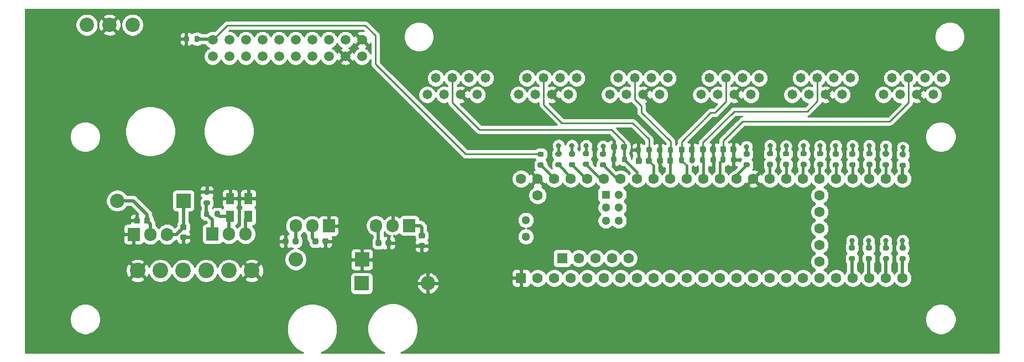
<source format=gbr>
%TF.GenerationSoftware,KiCad,Pcbnew,(5.1.10-1-10_14)*%
%TF.CreationDate,2021-11-09T17:04:18-05:00*%
%TF.ProjectId,TeensyBoardv2,5465656e-7379-4426-9f61-726476322e6b,v01*%
%TF.SameCoordinates,Original*%
%TF.FileFunction,Copper,L1,Top*%
%TF.FilePolarity,Positive*%
%FSLAX46Y46*%
G04 Gerber Fmt 4.6, Leading zero omitted, Abs format (unit mm)*
G04 Created by KiCad (PCBNEW (5.1.10-1-10_14)) date 2021-11-09 17:04:18*
%MOMM*%
%LPD*%
G01*
G04 APERTURE LIST*
%TA.AperFunction,ComponentPad*%
%ADD10C,1.478000*%
%TD*%
%TA.AperFunction,ComponentPad*%
%ADD11C,2.200000*%
%TD*%
%TA.AperFunction,ComponentPad*%
%ADD12C,1.300000*%
%TD*%
%TA.AperFunction,ComponentPad*%
%ADD13C,1.600000*%
%TD*%
%TA.AperFunction,ComponentPad*%
%ADD14R,1.300000X1.300000*%
%TD*%
%TA.AperFunction,ComponentPad*%
%ADD15R,1.600000X1.600000*%
%TD*%
%TA.AperFunction,ComponentPad*%
%ADD16R,2.200000X2.200000*%
%TD*%
%TA.AperFunction,ComponentPad*%
%ADD17O,2.200000X2.200000*%
%TD*%
%TA.AperFunction,SMDPad,CuDef*%
%ADD18R,1.230000X1.710000*%
%TD*%
%TA.AperFunction,ComponentPad*%
%ADD19C,1.498600*%
%TD*%
%TA.AperFunction,ComponentPad*%
%ADD20C,2.400000*%
%TD*%
%TA.AperFunction,ComponentPad*%
%ADD21O,1.905000X2.000000*%
%TD*%
%TA.AperFunction,ComponentPad*%
%ADD22R,1.905000X2.000000*%
%TD*%
%TA.AperFunction,ViaPad*%
%ADD23C,0.800000*%
%TD*%
%TA.AperFunction,Conductor*%
%ADD24C,0.500000*%
%TD*%
%TA.AperFunction,Conductor*%
%ADD25C,0.250000*%
%TD*%
%TA.AperFunction,Conductor*%
%ADD26C,0.400000*%
%TD*%
%TA.AperFunction,Conductor*%
%ADD27C,0.254000*%
%TD*%
%TA.AperFunction,Conductor*%
%ADD28C,0.100000*%
%TD*%
G04 APERTURE END LIST*
%TO.P,R14,2*%
%TO.N,C6*%
%TA.AperFunction,SMDPad,CuDef*%
G36*
G01*
X241675000Y-115455000D02*
X241125000Y-115455000D01*
G75*
G02*
X240925000Y-115255000I0J200000D01*
G01*
X240925000Y-114855000D01*
G75*
G02*
X241125000Y-114655000I200000J0D01*
G01*
X241675000Y-114655000D01*
G75*
G02*
X241875000Y-114855000I0J-200000D01*
G01*
X241875000Y-115255000D01*
G75*
G02*
X241675000Y-115455000I-200000J0D01*
G01*
G37*
%TD.AperFunction*%
%TO.P,R14,1*%
%TO.N,Net-(R14-Pad1)*%
%TA.AperFunction,SMDPad,CuDef*%
G36*
G01*
X241675000Y-117105000D02*
X241125000Y-117105000D01*
G75*
G02*
X240925000Y-116905000I0J200000D01*
G01*
X240925000Y-116505000D01*
G75*
G02*
X241125000Y-116305000I200000J0D01*
G01*
X241675000Y-116305000D01*
G75*
G02*
X241875000Y-116505000I0J-200000D01*
G01*
X241875000Y-116905000D01*
G75*
G02*
X241675000Y-117105000I-200000J0D01*
G01*
G37*
%TD.AperFunction*%
%TD*%
%TO.P,R21,2*%
%TO.N,C13*%
%TA.AperFunction,SMDPad,CuDef*%
G36*
G01*
X225545000Y-101065000D02*
X224995000Y-101065000D01*
G75*
G02*
X224795000Y-100865000I0J200000D01*
G01*
X224795000Y-100465000D01*
G75*
G02*
X224995000Y-100265000I200000J0D01*
G01*
X225545000Y-100265000D01*
G75*
G02*
X225745000Y-100465000I0J-200000D01*
G01*
X225745000Y-100865000D01*
G75*
G02*
X225545000Y-101065000I-200000J0D01*
G01*
G37*
%TD.AperFunction*%
%TO.P,R21,1*%
%TO.N,Net-(R21-Pad1)*%
%TA.AperFunction,SMDPad,CuDef*%
G36*
G01*
X225545000Y-102715000D02*
X224995000Y-102715000D01*
G75*
G02*
X224795000Y-102515000I0J200000D01*
G01*
X224795000Y-102115000D01*
G75*
G02*
X224995000Y-101915000I200000J0D01*
G01*
X225545000Y-101915000D01*
G75*
G02*
X225745000Y-102115000I0J-200000D01*
G01*
X225745000Y-102515000D01*
G75*
G02*
X225545000Y-102715000I-200000J0D01*
G01*
G37*
%TD.AperFunction*%
%TD*%
%TO.P,R22,2*%
%TO.N,C12*%
%TA.AperFunction,SMDPad,CuDef*%
G36*
G01*
X229145000Y-101025000D02*
X228595000Y-101025000D01*
G75*
G02*
X228395000Y-100825000I0J200000D01*
G01*
X228395000Y-100425000D01*
G75*
G02*
X228595000Y-100225000I200000J0D01*
G01*
X229145000Y-100225000D01*
G75*
G02*
X229345000Y-100425000I0J-200000D01*
G01*
X229345000Y-100825000D01*
G75*
G02*
X229145000Y-101025000I-200000J0D01*
G01*
G37*
%TD.AperFunction*%
%TO.P,R22,1*%
%TO.N,Net-(R22-Pad1)*%
%TA.AperFunction,SMDPad,CuDef*%
G36*
G01*
X229145000Y-102675000D02*
X228595000Y-102675000D01*
G75*
G02*
X228395000Y-102475000I0J200000D01*
G01*
X228395000Y-102075000D01*
G75*
G02*
X228595000Y-101875000I200000J0D01*
G01*
X229145000Y-101875000D01*
G75*
G02*
X229345000Y-102075000I0J-200000D01*
G01*
X229345000Y-102475000D01*
G75*
G02*
X229145000Y-102675000I-200000J0D01*
G01*
G37*
%TD.AperFunction*%
%TD*%
%TO.P,R24,2*%
%TO.N,C10*%
%TA.AperFunction,SMDPad,CuDef*%
G36*
G01*
X234275000Y-101005000D02*
X233725000Y-101005000D01*
G75*
G02*
X233525000Y-100805000I0J200000D01*
G01*
X233525000Y-100405000D01*
G75*
G02*
X233725000Y-100205000I200000J0D01*
G01*
X234275000Y-100205000D01*
G75*
G02*
X234475000Y-100405000I0J-200000D01*
G01*
X234475000Y-100805000D01*
G75*
G02*
X234275000Y-101005000I-200000J0D01*
G01*
G37*
%TD.AperFunction*%
%TO.P,R24,1*%
%TO.N,Net-(R24-Pad1)*%
%TA.AperFunction,SMDPad,CuDef*%
G36*
G01*
X234275000Y-102655000D02*
X233725000Y-102655000D01*
G75*
G02*
X233525000Y-102455000I0J200000D01*
G01*
X233525000Y-102055000D01*
G75*
G02*
X233725000Y-101855000I200000J0D01*
G01*
X234275000Y-101855000D01*
G75*
G02*
X234475000Y-102055000I0J-200000D01*
G01*
X234475000Y-102455000D01*
G75*
G02*
X234275000Y-102655000I-200000J0D01*
G01*
G37*
%TD.AperFunction*%
%TD*%
%TO.P,R28,2*%
%TO.N,C5*%
%TA.AperFunction,SMDPad,CuDef*%
G36*
G01*
X249475000Y-101125000D02*
X248925000Y-101125000D01*
G75*
G02*
X248725000Y-100925000I0J200000D01*
G01*
X248725000Y-100525000D01*
G75*
G02*
X248925000Y-100325000I200000J0D01*
G01*
X249475000Y-100325000D01*
G75*
G02*
X249675000Y-100525000I0J-200000D01*
G01*
X249675000Y-100925000D01*
G75*
G02*
X249475000Y-101125000I-200000J0D01*
G01*
G37*
%TD.AperFunction*%
%TO.P,R28,1*%
%TO.N,Net-(R28-Pad1)*%
%TA.AperFunction,SMDPad,CuDef*%
G36*
G01*
X249475000Y-102775000D02*
X248925000Y-102775000D01*
G75*
G02*
X248725000Y-102575000I0J200000D01*
G01*
X248725000Y-102175000D01*
G75*
G02*
X248925000Y-101975000I200000J0D01*
G01*
X249475000Y-101975000D01*
G75*
G02*
X249675000Y-102175000I0J-200000D01*
G01*
X249675000Y-102575000D01*
G75*
G02*
X249475000Y-102775000I-200000J0D01*
G01*
G37*
%TD.AperFunction*%
%TD*%
%TO.P,R27,2*%
%TO.N,C7*%
%TA.AperFunction,SMDPad,CuDef*%
G36*
G01*
X241755000Y-101045000D02*
X241205000Y-101045000D01*
G75*
G02*
X241005000Y-100845000I0J200000D01*
G01*
X241005000Y-100445000D01*
G75*
G02*
X241205000Y-100245000I200000J0D01*
G01*
X241755000Y-100245000D01*
G75*
G02*
X241955000Y-100445000I0J-200000D01*
G01*
X241955000Y-100845000D01*
G75*
G02*
X241755000Y-101045000I-200000J0D01*
G01*
G37*
%TD.AperFunction*%
%TO.P,R27,1*%
%TO.N,Net-(R27-Pad1)*%
%TA.AperFunction,SMDPad,CuDef*%
G36*
G01*
X241755000Y-102695000D02*
X241205000Y-102695000D01*
G75*
G02*
X241005000Y-102495000I0J200000D01*
G01*
X241005000Y-102095000D01*
G75*
G02*
X241205000Y-101895000I200000J0D01*
G01*
X241755000Y-101895000D01*
G75*
G02*
X241955000Y-102095000I0J-200000D01*
G01*
X241955000Y-102495000D01*
G75*
G02*
X241755000Y-102695000I-200000J0D01*
G01*
G37*
%TD.AperFunction*%
%TD*%
%TO.P,R26,2*%
%TO.N,C8*%
%TA.AperFunction,SMDPad,CuDef*%
G36*
G01*
X239195000Y-101055000D02*
X238645000Y-101055000D01*
G75*
G02*
X238445000Y-100855000I0J200000D01*
G01*
X238445000Y-100455000D01*
G75*
G02*
X238645000Y-100255000I200000J0D01*
G01*
X239195000Y-100255000D01*
G75*
G02*
X239395000Y-100455000I0J-200000D01*
G01*
X239395000Y-100855000D01*
G75*
G02*
X239195000Y-101055000I-200000J0D01*
G01*
G37*
%TD.AperFunction*%
%TO.P,R26,1*%
%TO.N,Net-(R26-Pad1)*%
%TA.AperFunction,SMDPad,CuDef*%
G36*
G01*
X239195000Y-102705000D02*
X238645000Y-102705000D01*
G75*
G02*
X238445000Y-102505000I0J200000D01*
G01*
X238445000Y-102105000D01*
G75*
G02*
X238645000Y-101905000I200000J0D01*
G01*
X239195000Y-101905000D01*
G75*
G02*
X239395000Y-102105000I0J-200000D01*
G01*
X239395000Y-102505000D01*
G75*
G02*
X239195000Y-102705000I-200000J0D01*
G01*
G37*
%TD.AperFunction*%
%TD*%
%TO.P,R25,2*%
%TO.N,C9*%
%TA.AperFunction,SMDPad,CuDef*%
G36*
G01*
X236795000Y-101005000D02*
X236245000Y-101005000D01*
G75*
G02*
X236045000Y-100805000I0J200000D01*
G01*
X236045000Y-100405000D01*
G75*
G02*
X236245000Y-100205000I200000J0D01*
G01*
X236795000Y-100205000D01*
G75*
G02*
X236995000Y-100405000I0J-200000D01*
G01*
X236995000Y-100805000D01*
G75*
G02*
X236795000Y-101005000I-200000J0D01*
G01*
G37*
%TD.AperFunction*%
%TO.P,R25,1*%
%TO.N,Net-(R25-Pad1)*%
%TA.AperFunction,SMDPad,CuDef*%
G36*
G01*
X236795000Y-102655000D02*
X236245000Y-102655000D01*
G75*
G02*
X236045000Y-102455000I0J200000D01*
G01*
X236045000Y-102055000D01*
G75*
G02*
X236245000Y-101855000I200000J0D01*
G01*
X236795000Y-101855000D01*
G75*
G02*
X236995000Y-102055000I0J-200000D01*
G01*
X236995000Y-102455000D01*
G75*
G02*
X236795000Y-102655000I-200000J0D01*
G01*
G37*
%TD.AperFunction*%
%TD*%
%TO.P,R23,2*%
%TO.N,C11*%
%TA.AperFunction,SMDPad,CuDef*%
G36*
G01*
X231585000Y-101025000D02*
X231035000Y-101025000D01*
G75*
G02*
X230835000Y-100825000I0J200000D01*
G01*
X230835000Y-100425000D01*
G75*
G02*
X231035000Y-100225000I200000J0D01*
G01*
X231585000Y-100225000D01*
G75*
G02*
X231785000Y-100425000I0J-200000D01*
G01*
X231785000Y-100825000D01*
G75*
G02*
X231585000Y-101025000I-200000J0D01*
G01*
G37*
%TD.AperFunction*%
%TO.P,R23,1*%
%TO.N,Net-(R23-Pad1)*%
%TA.AperFunction,SMDPad,CuDef*%
G36*
G01*
X231585000Y-102675000D02*
X231035000Y-102675000D01*
G75*
G02*
X230835000Y-102475000I0J200000D01*
G01*
X230835000Y-102075000D01*
G75*
G02*
X231035000Y-101875000I200000J0D01*
G01*
X231585000Y-101875000D01*
G75*
G02*
X231785000Y-102075000I0J-200000D01*
G01*
X231785000Y-102475000D01*
G75*
G02*
X231585000Y-102675000I-200000J0D01*
G01*
G37*
%TD.AperFunction*%
%TD*%
%TO.P,R20,2*%
%TO.N,C14*%
%TA.AperFunction,SMDPad,CuDef*%
G36*
G01*
X203555000Y-101075000D02*
X203005000Y-101075000D01*
G75*
G02*
X202805000Y-100875000I0J200000D01*
G01*
X202805000Y-100475000D01*
G75*
G02*
X203005000Y-100275000I200000J0D01*
G01*
X203555000Y-100275000D01*
G75*
G02*
X203755000Y-100475000I0J-200000D01*
G01*
X203755000Y-100875000D01*
G75*
G02*
X203555000Y-101075000I-200000J0D01*
G01*
G37*
%TD.AperFunction*%
%TO.P,R20,1*%
%TO.N,Net-(R20-Pad1)*%
%TA.AperFunction,SMDPad,CuDef*%
G36*
G01*
X203555000Y-102725000D02*
X203005000Y-102725000D01*
G75*
G02*
X202805000Y-102525000I0J200000D01*
G01*
X202805000Y-102125000D01*
G75*
G02*
X203005000Y-101925000I200000J0D01*
G01*
X203555000Y-101925000D01*
G75*
G02*
X203755000Y-102125000I0J-200000D01*
G01*
X203755000Y-102525000D01*
G75*
G02*
X203555000Y-102725000I-200000J0D01*
G01*
G37*
%TD.AperFunction*%
%TD*%
%TO.P,R19,2*%
%TO.N,C15*%
%TA.AperFunction,SMDPad,CuDef*%
G36*
G01*
X200955000Y-100985000D02*
X200405000Y-100985000D01*
G75*
G02*
X200205000Y-100785000I0J200000D01*
G01*
X200205000Y-100385000D01*
G75*
G02*
X200405000Y-100185000I200000J0D01*
G01*
X200955000Y-100185000D01*
G75*
G02*
X201155000Y-100385000I0J-200000D01*
G01*
X201155000Y-100785000D01*
G75*
G02*
X200955000Y-100985000I-200000J0D01*
G01*
G37*
%TD.AperFunction*%
%TO.P,R19,1*%
%TO.N,Net-(R19-Pad1)*%
%TA.AperFunction,SMDPad,CuDef*%
G36*
G01*
X200955000Y-102635000D02*
X200405000Y-102635000D01*
G75*
G02*
X200205000Y-102435000I0J200000D01*
G01*
X200205000Y-102035000D01*
G75*
G02*
X200405000Y-101835000I200000J0D01*
G01*
X200955000Y-101835000D01*
G75*
G02*
X201155000Y-102035000I0J-200000D01*
G01*
X201155000Y-102435000D01*
G75*
G02*
X200955000Y-102635000I-200000J0D01*
G01*
G37*
%TD.AperFunction*%
%TD*%
%TO.P,R18,2*%
%TO.N,C16*%
%TA.AperFunction,SMDPad,CuDef*%
G36*
G01*
X198805000Y-101035000D02*
X198255000Y-101035000D01*
G75*
G02*
X198055000Y-100835000I0J200000D01*
G01*
X198055000Y-100435000D01*
G75*
G02*
X198255000Y-100235000I200000J0D01*
G01*
X198805000Y-100235000D01*
G75*
G02*
X199005000Y-100435000I0J-200000D01*
G01*
X199005000Y-100835000D01*
G75*
G02*
X198805000Y-101035000I-200000J0D01*
G01*
G37*
%TD.AperFunction*%
%TO.P,R18,1*%
%TO.N,Net-(R18-Pad1)*%
%TA.AperFunction,SMDPad,CuDef*%
G36*
G01*
X198805000Y-102685000D02*
X198255000Y-102685000D01*
G75*
G02*
X198055000Y-102485000I0J200000D01*
G01*
X198055000Y-102085000D01*
G75*
G02*
X198255000Y-101885000I200000J0D01*
G01*
X198805000Y-101885000D01*
G75*
G02*
X199005000Y-102085000I0J-200000D01*
G01*
X199005000Y-102485000D01*
G75*
G02*
X198805000Y-102685000I-200000J0D01*
G01*
G37*
%TD.AperFunction*%
%TD*%
%TO.P,R17,2*%
%TO.N,C17*%
%TA.AperFunction,SMDPad,CuDef*%
G36*
G01*
X196745000Y-101045000D02*
X196195000Y-101045000D01*
G75*
G02*
X195995000Y-100845000I0J200000D01*
G01*
X195995000Y-100445000D01*
G75*
G02*
X196195000Y-100245000I200000J0D01*
G01*
X196745000Y-100245000D01*
G75*
G02*
X196945000Y-100445000I0J-200000D01*
G01*
X196945000Y-100845000D01*
G75*
G02*
X196745000Y-101045000I-200000J0D01*
G01*
G37*
%TD.AperFunction*%
%TO.P,R17,1*%
%TO.N,Net-(R17-Pad1)*%
%TA.AperFunction,SMDPad,CuDef*%
G36*
G01*
X196745000Y-102695000D02*
X196195000Y-102695000D01*
G75*
G02*
X195995000Y-102495000I0J200000D01*
G01*
X195995000Y-102095000D01*
G75*
G02*
X196195000Y-101895000I200000J0D01*
G01*
X196745000Y-101895000D01*
G75*
G02*
X196945000Y-102095000I0J-200000D01*
G01*
X196945000Y-102495000D01*
G75*
G02*
X196745000Y-102695000I-200000J0D01*
G01*
G37*
%TD.AperFunction*%
%TD*%
%TO.P,R16,2*%
%TO.N,C4*%
%TA.AperFunction,SMDPad,CuDef*%
G36*
G01*
X246875000Y-115475000D02*
X246325000Y-115475000D01*
G75*
G02*
X246125000Y-115275000I0J200000D01*
G01*
X246125000Y-114875000D01*
G75*
G02*
X246325000Y-114675000I200000J0D01*
G01*
X246875000Y-114675000D01*
G75*
G02*
X247075000Y-114875000I0J-200000D01*
G01*
X247075000Y-115275000D01*
G75*
G02*
X246875000Y-115475000I-200000J0D01*
G01*
G37*
%TD.AperFunction*%
%TO.P,R16,1*%
%TO.N,Net-(R16-Pad1)*%
%TA.AperFunction,SMDPad,CuDef*%
G36*
G01*
X246875000Y-117125000D02*
X246325000Y-117125000D01*
G75*
G02*
X246125000Y-116925000I0J200000D01*
G01*
X246125000Y-116525000D01*
G75*
G02*
X246325000Y-116325000I200000J0D01*
G01*
X246875000Y-116325000D01*
G75*
G02*
X247075000Y-116525000I0J-200000D01*
G01*
X247075000Y-116925000D01*
G75*
G02*
X246875000Y-117125000I-200000J0D01*
G01*
G37*
%TD.AperFunction*%
%TD*%
%TO.P,R15,2*%
%TO.N,C3*%
%TA.AperFunction,SMDPad,CuDef*%
G36*
G01*
X244255000Y-115445000D02*
X243705000Y-115445000D01*
G75*
G02*
X243505000Y-115245000I0J200000D01*
G01*
X243505000Y-114845000D01*
G75*
G02*
X243705000Y-114645000I200000J0D01*
G01*
X244255000Y-114645000D01*
G75*
G02*
X244455000Y-114845000I0J-200000D01*
G01*
X244455000Y-115245000D01*
G75*
G02*
X244255000Y-115445000I-200000J0D01*
G01*
G37*
%TD.AperFunction*%
%TO.P,R15,1*%
%TO.N,Net-(R15-Pad1)*%
%TA.AperFunction,SMDPad,CuDef*%
G36*
G01*
X244255000Y-117095000D02*
X243705000Y-117095000D01*
G75*
G02*
X243505000Y-116895000I0J200000D01*
G01*
X243505000Y-116495000D01*
G75*
G02*
X243705000Y-116295000I200000J0D01*
G01*
X244255000Y-116295000D01*
G75*
G02*
X244455000Y-116495000I0J-200000D01*
G01*
X244455000Y-116895000D01*
G75*
G02*
X244255000Y-117095000I-200000J0D01*
G01*
G37*
%TD.AperFunction*%
%TD*%
D10*
%TO.P,P1,43*%
%TO.N,Vbias*%
X182751000Y-89000000D03*
%TO.P,P1,44*%
%TO.N,Vout_6*%
X180211000Y-89000000D03*
%TO.P,P1,48*%
%TO.N,C17*%
X177671000Y-89000000D03*
%TO.P,P1,45*%
%TO.N,GND*%
X181481000Y-91540000D03*
%TO.P,P1,41*%
%TO.N,V+*%
X184021000Y-91540000D03*
%TO.P,P1,46*%
%TO.N,C16*%
X178941000Y-91540000D03*
%TO.P,P1,47*%
%TO.N,V-*%
X176365000Y-91540000D03*
%TO.P,P1,42*%
%TO.N,C15*%
X185291000Y-89000000D03*
%TO.P,P1,34*%
%TO.N,C12*%
X199261000Y-89000000D03*
%TO.P,P1,40*%
%TO.N,C14*%
X191641000Y-89000000D03*
%TO.P,P1,35*%
%TO.N,Vbias*%
X196721000Y-89000000D03*
%TO.P,P1,37*%
%TO.N,GND*%
X195451000Y-91540000D03*
%TO.P,P1,39*%
%TO.N,V-*%
X190335000Y-91540000D03*
%TO.P,P1,36*%
%TO.N,Vout_5*%
X194181000Y-89000000D03*
%TO.P,P1,38*%
%TO.N,C13*%
X192911000Y-91540000D03*
%TO.P,P1,33*%
%TO.N,V+*%
X197991000Y-91540000D03*
%TO.P,P1,26*%
%TO.N,C9*%
X213231000Y-89000000D03*
%TO.P,P1,32*%
%TO.N,C11*%
X205611000Y-89000000D03*
%TO.P,P1,27*%
%TO.N,Vbias*%
X210691000Y-89000000D03*
%TO.P,P1,29*%
%TO.N,GND*%
X209421000Y-91540000D03*
%TO.P,P1,31*%
%TO.N,V-*%
X204305000Y-91540000D03*
%TO.P,P1,28*%
%TO.N,Vout_4*%
X208151000Y-89000000D03*
%TO.P,P1,30*%
%TO.N,C10*%
X206881000Y-91540000D03*
%TO.P,P1,25*%
%TO.N,V+*%
X211961000Y-91540000D03*
%TO.P,P1,22*%
%TO.N,C7*%
X220851000Y-91540000D03*
%TO.P,P1,24*%
%TO.N,C8*%
X219581000Y-89000000D03*
%TO.P,P1,23*%
%TO.N,V-*%
X218275000Y-91540000D03*
%TO.P,P1,19*%
%TO.N,Vbias*%
X224661000Y-89000000D03*
%TO.P,P1,20*%
%TO.N,Vout_3*%
X222121000Y-89000000D03*
%TO.P,P1,18*%
%TO.N,C6*%
X227201000Y-89000000D03*
%TO.P,P1,21*%
%TO.N,GND*%
X223391000Y-91540000D03*
%TO.P,P1,17*%
%TO.N,V+*%
X225931000Y-91540000D03*
%TO.P,P1,9*%
X239901000Y-91540000D03*
%TO.P,P1,11*%
%TO.N,Vbias*%
X238631000Y-89000000D03*
%TO.P,P1,12*%
%TO.N,Vout_2*%
X236091000Y-89000000D03*
%TO.P,P1,10*%
%TO.N,C3*%
X241171000Y-89000000D03*
%TO.P,P1,13*%
%TO.N,GND*%
X237361000Y-91540000D03*
%TO.P,P1,14*%
%TO.N,C4*%
X234821000Y-91540000D03*
%TO.P,P1,16*%
%TO.N,C5*%
X233551000Y-89000000D03*
%TO.P,P1,15*%
%TO.N,V-*%
X232245000Y-91540000D03*
%TO.P,P1,2*%
%TO.N,C0*%
X255141000Y-89000000D03*
%TO.P,P1,5*%
%TO.N,GND*%
X251331000Y-91540000D03*
%TO.P,P1,6*%
%TO.N,C1*%
X248791000Y-91540000D03*
%TO.P,P1,8*%
%TO.N,C2*%
X247521000Y-89000000D03*
%TO.P,P1,7*%
%TO.N,V-*%
X246215000Y-91540000D03*
%TO.P,P1,1*%
%TO.N,V+*%
X253871000Y-91540000D03*
%TO.P,P1,3*%
%TO.N,Vbias*%
X252601000Y-89000000D03*
%TO.P,P1,4*%
%TO.N,Vout_1*%
X250061000Y-89000000D03*
%TD*%
D11*
%TO.P,U7,3*%
%TO.N,12V*%
X131230000Y-80850000D03*
%TO.P,U7,2*%
%TO.N,GND*%
X127730000Y-80850000D03*
%TO.P,U7,1*%
%TO.N,-12V*%
X124230000Y-80850000D03*
%TD*%
%TO.P,R11,2*%
%TO.N,C0*%
%TA.AperFunction,SMDPad,CuDef*%
G36*
G01*
X249435000Y-115455000D02*
X248885000Y-115455000D01*
G75*
G02*
X248685000Y-115255000I0J200000D01*
G01*
X248685000Y-114855000D01*
G75*
G02*
X248885000Y-114655000I200000J0D01*
G01*
X249435000Y-114655000D01*
G75*
G02*
X249635000Y-114855000I0J-200000D01*
G01*
X249635000Y-115255000D01*
G75*
G02*
X249435000Y-115455000I-200000J0D01*
G01*
G37*
%TD.AperFunction*%
%TO.P,R11,1*%
%TO.N,Net-(R11-Pad1)*%
%TA.AperFunction,SMDPad,CuDef*%
G36*
G01*
X249435000Y-117105000D02*
X248885000Y-117105000D01*
G75*
G02*
X248685000Y-116905000I0J200000D01*
G01*
X248685000Y-116505000D01*
G75*
G02*
X248885000Y-116305000I200000J0D01*
G01*
X249435000Y-116305000D01*
G75*
G02*
X249635000Y-116505000I0J-200000D01*
G01*
X249635000Y-116905000D01*
G75*
G02*
X249435000Y-117105000I-200000J0D01*
G01*
G37*
%TD.AperFunction*%
%TD*%
D12*
%TO.P,U1,66*%
%TO.N,Net-(U1-Pad66)*%
X191464000Y-110800000D03*
%TO.P,U1,67*%
%TO.N,Net-(U1-Pad67)*%
X191464000Y-113340000D03*
D13*
%TO.P,U1,54*%
%TO.N,Net-(U1-Pad54)*%
X236454000Y-106990000D03*
%TO.P,U1,53*%
%TO.N,Net-(U1-Pad53)*%
X236454000Y-109530000D03*
%TO.P,U1,52*%
%TO.N,Net-(U1-Pad52)*%
X236454000Y-112070000D03*
%TO.P,U1,51*%
%TO.N,Net-(U1-Pad51)*%
X236454000Y-114610000D03*
%TO.P,U1,50*%
%TO.N,Net-(U1-Pad50)*%
X236454000Y-117150000D03*
D12*
%TO.P,U1,62*%
%TO.N,Net-(U1-Pad62)*%
X203704000Y-110888400D03*
%TO.P,U1,63*%
%TO.N,Net-(U1-Pad63)*%
X205704000Y-110888400D03*
%TO.P,U1,64*%
%TO.N,Net-(U1-Pad64)*%
X205704000Y-108888400D03*
%TO.P,U1,61*%
%TO.N,Net-(U1-Pad61)*%
X203704000Y-108888400D03*
%TO.P,U1,65*%
%TO.N,Net-(U1-Pad65)*%
X205704000Y-106888400D03*
D14*
%TO.P,U1,60*%
%TO.N,Net-(U1-Pad60)*%
X203704000Y-106888400D03*
D13*
%TO.P,U1,17*%
%TO.N,D3*%
X231374000Y-119690000D03*
%TO.P,U1,18*%
%TO.N,D2*%
X233914000Y-119690000D03*
%TO.P,U1,19*%
%TO.N,Net-(U1-Pad19)*%
X236454000Y-119690000D03*
%TO.P,U1,20*%
%TO.N,Net-(U1-Pad20)*%
X238994000Y-119690000D03*
%TO.P,U1,16*%
%TO.N,D4*%
X228834000Y-119690000D03*
%TO.P,U1,15*%
%TO.N,Net-(U1-Pad15)*%
X226294000Y-119690000D03*
%TO.P,U1,14*%
%TO.N,D5*%
X223754000Y-119690000D03*
%TO.P,U1,21*%
%TO.N,Net-(R14-Pad1)*%
X241534000Y-119690000D03*
%TO.P,U1,22*%
%TO.N,Net-(R15-Pad1)*%
X244074000Y-119690000D03*
%TO.P,U1,23*%
%TO.N,Net-(R16-Pad1)*%
X246614000Y-119690000D03*
%TO.P,U1,24*%
%TO.N,Net-(R11-Pad1)*%
X249154000Y-119690000D03*
%TO.P,U1,25*%
%TO.N,Net-(R28-Pad1)*%
X249154000Y-104450000D03*
%TO.P,U1,26*%
%TO.N,Net-(R12-Pad1)*%
X246614000Y-104450000D03*
%TO.P,U1,27*%
%TO.N,Net-(R13-Pad1)*%
X244074000Y-104450000D03*
%TO.P,U1,28*%
%TO.N,Net-(R27-Pad1)*%
X241534000Y-104450000D03*
%TO.P,U1,29*%
%TO.N,Net-(R26-Pad1)*%
X238994000Y-104450000D03*
%TO.P,U1,30*%
%TO.N,Net-(R25-Pad1)*%
X236454000Y-104450000D03*
%TO.P,U1,31*%
%TO.N,Net-(R24-Pad1)*%
X233914000Y-104450000D03*
%TO.P,U1,32*%
%TO.N,Net-(R23-Pad1)*%
X231374000Y-104450000D03*
%TO.P,U1,33*%
%TO.N,Net-(R22-Pad1)*%
X228834000Y-104450000D03*
%TO.P,U1,34*%
%TO.N,GND*%
X226294000Y-104450000D03*
%TO.P,U1,13*%
%TO.N,D6*%
X221214000Y-119690000D03*
%TO.P,U1,12*%
%TO.N,D7*%
X218674000Y-119690000D03*
%TO.P,U1,11*%
%TO.N,D8*%
X216134000Y-119690000D03*
%TO.P,U1,10*%
%TO.N,D9*%
X213594000Y-119690000D03*
%TO.P,U1,9*%
%TO.N,D10*%
X211054000Y-119690000D03*
%TO.P,U1,8*%
%TO.N,D11*%
X208514000Y-119690000D03*
%TO.P,U1,7*%
%TO.N,D12*%
X205974000Y-119690000D03*
%TO.P,U1,6*%
%TO.N,D13*%
X203434000Y-119690000D03*
%TO.P,U1,5*%
%TO.N,D14*%
X200894000Y-119690000D03*
%TO.P,U1,4*%
%TO.N,D15*%
X198354000Y-119690000D03*
%TO.P,U1,3*%
%TO.N,D16*%
X195814000Y-119690000D03*
%TO.P,U1,2*%
%TO.N,D17*%
X193274000Y-119690000D03*
D15*
%TO.P,U1,1*%
%TO.N,GND*%
X190734000Y-119690000D03*
D13*
%TO.P,U1,35*%
%TO.N,Net-(R21-Pad1)*%
X223754000Y-104450000D03*
%TO.P,U1,36*%
%TO.N,Vout_1*%
X221214000Y-104450000D03*
%TO.P,U1,37*%
%TO.N,Vout_2*%
X218674000Y-104450000D03*
%TO.P,U1,38*%
%TO.N,Vout_3*%
X216134000Y-104450000D03*
%TO.P,U1,39*%
%TO.N,Vout_4*%
X213594000Y-104450000D03*
%TO.P,U1,40*%
%TO.N,Vout_5*%
X211054000Y-104450000D03*
%TO.P,U1,41*%
%TO.N,Vout_6*%
X208514000Y-104450000D03*
%TO.P,U1,42*%
%TO.N,Net-(R20-Pad1)*%
X205974000Y-104450000D03*
%TO.P,U1,43*%
%TO.N,Net-(R19-Pad1)*%
X203434000Y-104450000D03*
%TO.P,U1,44*%
%TO.N,Net-(R18-Pad1)*%
X200894000Y-104450000D03*
%TO.P,U1,45*%
%TO.N,Net-(R17-Pad1)*%
X198354000Y-104450000D03*
%TO.P,U1,46*%
%TO.N,Net-(R5-Pad1)*%
X195814000Y-104450000D03*
%TO.P,U1,47*%
%TO.N,GND*%
X193274000Y-104450000D03*
%TO.P,U1,48*%
%TO.N,V+*%
X190734000Y-104450000D03*
D15*
%TO.P,U1,55*%
%TO.N,Net-(U1-Pad55)*%
X197033200Y-116639200D03*
D13*
%TO.P,U1,56*%
%TO.N,Net-(U1-Pad56)*%
X199573200Y-116639200D03*
%TO.P,U1,57*%
%TO.N,Net-(U1-Pad57)*%
X202113200Y-116639200D03*
%TO.P,U1,58*%
%TO.N,Net-(U1-Pad58)*%
X204653200Y-116639200D03*
%TO.P,U1,59*%
%TO.N,Net-(U1-Pad59)*%
X207193200Y-116639200D03*
%TO.P,U1,49*%
%TO.N,Net-(U1-Pad49)*%
X193274000Y-106990000D03*
%TD*%
%TO.P,R5,1*%
%TO.N,Net-(R5-Pad1)*%
%TA.AperFunction,SMDPad,CuDef*%
G36*
G01*
X194015000Y-102735000D02*
X193465000Y-102735000D01*
G75*
G02*
X193265000Y-102535000I0J200000D01*
G01*
X193265000Y-102135000D01*
G75*
G02*
X193465000Y-101935000I200000J0D01*
G01*
X194015000Y-101935000D01*
G75*
G02*
X194215000Y-102135000I0J-200000D01*
G01*
X194215000Y-102535000D01*
G75*
G02*
X194015000Y-102735000I-200000J0D01*
G01*
G37*
%TD.AperFunction*%
%TO.P,R5,2*%
%TO.N,D1*%
%TA.AperFunction,SMDPad,CuDef*%
G36*
G01*
X194015000Y-101085000D02*
X193465000Y-101085000D01*
G75*
G02*
X193265000Y-100885000I0J200000D01*
G01*
X193265000Y-100485000D01*
G75*
G02*
X193465000Y-100285000I200000J0D01*
G01*
X194015000Y-100285000D01*
G75*
G02*
X194215000Y-100485000I0J-200000D01*
G01*
X194215000Y-100885000D01*
G75*
G02*
X194015000Y-101085000I-200000J0D01*
G01*
G37*
%TD.AperFunction*%
%TD*%
%TO.P,R6,2*%
%TO.N,GND*%
%TA.AperFunction,SMDPad,CuDef*%
G36*
G01*
X139865000Y-82725000D02*
X139865000Y-83275000D01*
G75*
G02*
X139665000Y-83475000I-200000J0D01*
G01*
X139265000Y-83475000D01*
G75*
G02*
X139065000Y-83275000I0J200000D01*
G01*
X139065000Y-82725000D01*
G75*
G02*
X139265000Y-82525000I200000J0D01*
G01*
X139665000Y-82525000D01*
G75*
G02*
X139865000Y-82725000I0J-200000D01*
G01*
G37*
%TD.AperFunction*%
%TO.P,R6,1*%
%TO.N,D1*%
%TA.AperFunction,SMDPad,CuDef*%
G36*
G01*
X141515000Y-82725000D02*
X141515000Y-83275000D01*
G75*
G02*
X141315000Y-83475000I-200000J0D01*
G01*
X140915000Y-83475000D01*
G75*
G02*
X140715000Y-83275000I0J200000D01*
G01*
X140715000Y-82725000D01*
G75*
G02*
X140915000Y-82525000I200000J0D01*
G01*
X141315000Y-82525000D01*
G75*
G02*
X141515000Y-82725000I0J-200000D01*
G01*
G37*
%TD.AperFunction*%
%TD*%
%TO.P,C4,2*%
%TO.N,Vin+*%
%TA.AperFunction,SMDPad,CuDef*%
G36*
G01*
X175792000Y-113625000D02*
X175292000Y-113625000D01*
G75*
G02*
X175067000Y-113400000I0J225000D01*
G01*
X175067000Y-112950000D01*
G75*
G02*
X175292000Y-112725000I225000J0D01*
G01*
X175792000Y-112725000D01*
G75*
G02*
X176017000Y-112950000I0J-225000D01*
G01*
X176017000Y-113400000D01*
G75*
G02*
X175792000Y-113625000I-225000J0D01*
G01*
G37*
%TD.AperFunction*%
%TO.P,C4,1*%
%TO.N,GND*%
%TA.AperFunction,SMDPad,CuDef*%
G36*
G01*
X175792000Y-115175000D02*
X175292000Y-115175000D01*
G75*
G02*
X175067000Y-114950000I0J225000D01*
G01*
X175067000Y-114500000D01*
G75*
G02*
X175292000Y-114275000I225000J0D01*
G01*
X175792000Y-114275000D01*
G75*
G02*
X176017000Y-114500000I0J-225000D01*
G01*
X176017000Y-114950000D01*
G75*
G02*
X175792000Y-115175000I-225000J0D01*
G01*
G37*
%TD.AperFunction*%
%TD*%
%TO.P,C1,2*%
%TO.N,V+*%
%TA.AperFunction,SMDPad,CuDef*%
G36*
G01*
X169347000Y-114050000D02*
X169347000Y-114550000D01*
G75*
G02*
X169122000Y-114775000I-225000J0D01*
G01*
X168672000Y-114775000D01*
G75*
G02*
X168447000Y-114550000I0J225000D01*
G01*
X168447000Y-114050000D01*
G75*
G02*
X168672000Y-113825000I225000J0D01*
G01*
X169122000Y-113825000D01*
G75*
G02*
X169347000Y-114050000I0J-225000D01*
G01*
G37*
%TD.AperFunction*%
%TO.P,C1,1*%
%TO.N,GND*%
%TA.AperFunction,SMDPad,CuDef*%
G36*
G01*
X170897000Y-114050000D02*
X170897000Y-114550000D01*
G75*
G02*
X170672000Y-114775000I-225000J0D01*
G01*
X170222000Y-114775000D01*
G75*
G02*
X169997000Y-114550000I0J225000D01*
G01*
X169997000Y-114050000D01*
G75*
G02*
X170222000Y-113825000I225000J0D01*
G01*
X170672000Y-113825000D01*
G75*
G02*
X170897000Y-114050000I0J-225000D01*
G01*
G37*
%TD.AperFunction*%
%TD*%
D16*
%TO.P,D2,1*%
%TO.N,V+*%
X166320000Y-120494000D03*
D17*
%TO.P,D2,2*%
%TO.N,GND*%
X176480000Y-120494000D03*
%TD*%
D18*
%TO.P,C6,2*%
%TO.N,Vbias*%
X148972000Y-110186000D03*
%TO.P,C6,1*%
%TO.N,GND*%
X148972000Y-107486000D03*
%TD*%
%TO.P,C8,1*%
%TO.N,GND*%
X146178000Y-107486000D03*
%TO.P,C8,2*%
%TO.N,Vinbias*%
X146178000Y-110186000D03*
%TD*%
%TO.P,C2,2*%
%TO.N,GND*%
%TA.AperFunction,SMDPad,CuDef*%
G36*
G01*
X155123000Y-113796000D02*
X155123000Y-114296000D01*
G75*
G02*
X154898000Y-114521000I-225000J0D01*
G01*
X154448000Y-114521000D01*
G75*
G02*
X154223000Y-114296000I0J225000D01*
G01*
X154223000Y-113796000D01*
G75*
G02*
X154448000Y-113571000I225000J0D01*
G01*
X154898000Y-113571000D01*
G75*
G02*
X155123000Y-113796000I0J-225000D01*
G01*
G37*
%TD.AperFunction*%
%TO.P,C2,1*%
%TO.N,V-*%
%TA.AperFunction,SMDPad,CuDef*%
G36*
G01*
X156673000Y-113796000D02*
X156673000Y-114296000D01*
G75*
G02*
X156448000Y-114521000I-225000J0D01*
G01*
X155998000Y-114521000D01*
G75*
G02*
X155773000Y-114296000I0J225000D01*
G01*
X155773000Y-113796000D01*
G75*
G02*
X155998000Y-113571000I225000J0D01*
G01*
X156448000Y-113571000D01*
G75*
G02*
X156673000Y-113796000I0J-225000D01*
G01*
G37*
%TD.AperFunction*%
%TD*%
%TO.P,C5,2*%
%TO.N,GND*%
%TA.AperFunction,SMDPad,CuDef*%
G36*
G01*
X160345000Y-114296000D02*
X160345000Y-113796000D01*
G75*
G02*
X160570000Y-113571000I225000J0D01*
G01*
X161020000Y-113571000D01*
G75*
G02*
X161245000Y-113796000I0J-225000D01*
G01*
X161245000Y-114296000D01*
G75*
G02*
X161020000Y-114521000I-225000J0D01*
G01*
X160570000Y-114521000D01*
G75*
G02*
X160345000Y-114296000I0J225000D01*
G01*
G37*
%TD.AperFunction*%
%TO.P,C5,1*%
%TO.N,Vin-*%
%TA.AperFunction,SMDPad,CuDef*%
G36*
G01*
X158795000Y-114296000D02*
X158795000Y-113796000D01*
G75*
G02*
X159020000Y-113571000I225000J0D01*
G01*
X159470000Y-113571000D01*
G75*
G02*
X159695000Y-113796000I0J-225000D01*
G01*
X159695000Y-114296000D01*
G75*
G02*
X159470000Y-114521000I-225000J0D01*
G01*
X159020000Y-114521000D01*
G75*
G02*
X158795000Y-114296000I0J225000D01*
G01*
G37*
%TD.AperFunction*%
%TD*%
D17*
%TO.P,D1,2*%
%TO.N,V-*%
X156210000Y-116840000D03*
D16*
%TO.P,D1,1*%
%TO.N,GND*%
X166370000Y-116840000D03*
%TD*%
%TO.P,R2,2*%
%TO.N,Net-(R2-Pad2)*%
%TA.AperFunction,SMDPad,CuDef*%
G36*
G01*
X142347000Y-107737000D02*
X142897000Y-107737000D01*
G75*
G02*
X143097000Y-107937000I0J-200000D01*
G01*
X143097000Y-108337000D01*
G75*
G02*
X142897000Y-108537000I-200000J0D01*
G01*
X142347000Y-108537000D01*
G75*
G02*
X142147000Y-108337000I0J200000D01*
G01*
X142147000Y-107937000D01*
G75*
G02*
X142347000Y-107737000I200000J0D01*
G01*
G37*
%TD.AperFunction*%
%TO.P,R2,1*%
%TO.N,GND*%
%TA.AperFunction,SMDPad,CuDef*%
G36*
G01*
X142347000Y-106087000D02*
X142897000Y-106087000D01*
G75*
G02*
X143097000Y-106287000I0J-200000D01*
G01*
X143097000Y-106687000D01*
G75*
G02*
X142897000Y-106887000I-200000J0D01*
G01*
X142347000Y-106887000D01*
G75*
G02*
X142147000Y-106687000I0J200000D01*
G01*
X142147000Y-106287000D01*
G75*
G02*
X142347000Y-106087000I200000J0D01*
G01*
G37*
%TD.AperFunction*%
%TD*%
%TO.P,R4,1*%
%TO.N,Vinbias*%
%TA.AperFunction,SMDPad,CuDef*%
G36*
G01*
X144609000Y-109577000D02*
X144609000Y-110127000D01*
G75*
G02*
X144409000Y-110327000I-200000J0D01*
G01*
X144009000Y-110327000D01*
G75*
G02*
X143809000Y-110127000I0J200000D01*
G01*
X143809000Y-109577000D01*
G75*
G02*
X144009000Y-109377000I200000J0D01*
G01*
X144409000Y-109377000D01*
G75*
G02*
X144609000Y-109577000I0J-200000D01*
G01*
G37*
%TD.AperFunction*%
%TO.P,R4,2*%
%TO.N,Net-(R2-Pad2)*%
%TA.AperFunction,SMDPad,CuDef*%
G36*
G01*
X142959000Y-109577000D02*
X142959000Y-110127000D01*
G75*
G02*
X142759000Y-110327000I-200000J0D01*
G01*
X142359000Y-110327000D01*
G75*
G02*
X142159000Y-110127000I0J200000D01*
G01*
X142159000Y-109577000D01*
G75*
G02*
X142359000Y-109377000I200000J0D01*
G01*
X142759000Y-109377000D01*
G75*
G02*
X142959000Y-109577000I0J-200000D01*
G01*
G37*
%TD.AperFunction*%
%TD*%
%TO.P,C3,1*%
%TO.N,GND*%
%TA.AperFunction,SMDPad,CuDef*%
G36*
G01*
X204515000Y-99818000D02*
X204515000Y-99318000D01*
G75*
G02*
X204740000Y-99093000I225000J0D01*
G01*
X205190000Y-99093000D01*
G75*
G02*
X205415000Y-99318000I0J-225000D01*
G01*
X205415000Y-99818000D01*
G75*
G02*
X205190000Y-100043000I-225000J0D01*
G01*
X204740000Y-100043000D01*
G75*
G02*
X204515000Y-99818000I0J225000D01*
G01*
G37*
%TD.AperFunction*%
%TO.P,C3,2*%
%TO.N,Vout_6*%
%TA.AperFunction,SMDPad,CuDef*%
G36*
G01*
X206065000Y-99818000D02*
X206065000Y-99318000D01*
G75*
G02*
X206290000Y-99093000I225000J0D01*
G01*
X206740000Y-99093000D01*
G75*
G02*
X206965000Y-99318000I0J-225000D01*
G01*
X206965000Y-99818000D01*
G75*
G02*
X206740000Y-100043000I-225000J0D01*
G01*
X206290000Y-100043000D01*
G75*
G02*
X206065000Y-99818000I0J225000D01*
G01*
G37*
%TD.AperFunction*%
%TD*%
%TO.P,C7,2*%
%TO.N,Vout_1*%
%TA.AperFunction,SMDPad,CuDef*%
G36*
G01*
X222139000Y-99688000D02*
X222139000Y-100188000D01*
G75*
G02*
X221914000Y-100413000I-225000J0D01*
G01*
X221464000Y-100413000D01*
G75*
G02*
X221239000Y-100188000I0J225000D01*
G01*
X221239000Y-99688000D01*
G75*
G02*
X221464000Y-99463000I225000J0D01*
G01*
X221914000Y-99463000D01*
G75*
G02*
X222139000Y-99688000I0J-225000D01*
G01*
G37*
%TD.AperFunction*%
%TO.P,C7,1*%
%TO.N,GND*%
%TA.AperFunction,SMDPad,CuDef*%
G36*
G01*
X223689000Y-99688000D02*
X223689000Y-100188000D01*
G75*
G02*
X223464000Y-100413000I-225000J0D01*
G01*
X223014000Y-100413000D01*
G75*
G02*
X222789000Y-100188000I0J225000D01*
G01*
X222789000Y-99688000D01*
G75*
G02*
X223014000Y-99463000I225000J0D01*
G01*
X223464000Y-99463000D01*
G75*
G02*
X223689000Y-99688000I0J-225000D01*
G01*
G37*
%TD.AperFunction*%
%TD*%
%TO.P,C9,1*%
%TO.N,Vout_5*%
%TA.AperFunction,SMDPad,CuDef*%
G36*
G01*
X210761000Y-101468000D02*
X210761000Y-101968000D01*
G75*
G02*
X210536000Y-102193000I-225000J0D01*
G01*
X210086000Y-102193000D01*
G75*
G02*
X209861000Y-101968000I0J225000D01*
G01*
X209861000Y-101468000D01*
G75*
G02*
X210086000Y-101243000I225000J0D01*
G01*
X210536000Y-101243000D01*
G75*
G02*
X210761000Y-101468000I0J-225000D01*
G01*
G37*
%TD.AperFunction*%
%TO.P,C9,2*%
%TO.N,GND*%
%TA.AperFunction,SMDPad,CuDef*%
G36*
G01*
X209211000Y-101468000D02*
X209211000Y-101968000D01*
G75*
G02*
X208986000Y-102193000I-225000J0D01*
G01*
X208536000Y-102193000D01*
G75*
G02*
X208311000Y-101968000I0J225000D01*
G01*
X208311000Y-101468000D01*
G75*
G02*
X208536000Y-101243000I225000J0D01*
G01*
X208986000Y-101243000D01*
G75*
G02*
X209211000Y-101468000I0J-225000D01*
G01*
G37*
%TD.AperFunction*%
%TD*%
%TO.P,C10,2*%
%TO.N,Vout_2*%
%TA.AperFunction,SMDPad,CuDef*%
G36*
G01*
X219031000Y-99708000D02*
X219031000Y-100208000D01*
G75*
G02*
X218806000Y-100433000I-225000J0D01*
G01*
X218356000Y-100433000D01*
G75*
G02*
X218131000Y-100208000I0J225000D01*
G01*
X218131000Y-99708000D01*
G75*
G02*
X218356000Y-99483000I225000J0D01*
G01*
X218806000Y-99483000D01*
G75*
G02*
X219031000Y-99708000I0J-225000D01*
G01*
G37*
%TD.AperFunction*%
%TO.P,C10,1*%
%TO.N,GND*%
%TA.AperFunction,SMDPad,CuDef*%
G36*
G01*
X220581000Y-99708000D02*
X220581000Y-100208000D01*
G75*
G02*
X220356000Y-100433000I-225000J0D01*
G01*
X219906000Y-100433000D01*
G75*
G02*
X219681000Y-100208000I0J225000D01*
G01*
X219681000Y-99708000D01*
G75*
G02*
X219906000Y-99483000I225000J0D01*
G01*
X220356000Y-99483000D01*
G75*
G02*
X220581000Y-99708000I0J-225000D01*
G01*
G37*
%TD.AperFunction*%
%TD*%
%TO.P,C11,1*%
%TO.N,Vout_4*%
%TA.AperFunction,SMDPad,CuDef*%
G36*
G01*
X214023000Y-101438000D02*
X214023000Y-101938000D01*
G75*
G02*
X213798000Y-102163000I-225000J0D01*
G01*
X213348000Y-102163000D01*
G75*
G02*
X213123000Y-101938000I0J225000D01*
G01*
X213123000Y-101438000D01*
G75*
G02*
X213348000Y-101213000I225000J0D01*
G01*
X213798000Y-101213000D01*
G75*
G02*
X214023000Y-101438000I0J-225000D01*
G01*
G37*
%TD.AperFunction*%
%TO.P,C11,2*%
%TO.N,GND*%
%TA.AperFunction,SMDPad,CuDef*%
G36*
G01*
X212473000Y-101438000D02*
X212473000Y-101938000D01*
G75*
G02*
X212248000Y-102163000I-225000J0D01*
G01*
X211798000Y-102163000D01*
G75*
G02*
X211573000Y-101938000I0J225000D01*
G01*
X211573000Y-101438000D01*
G75*
G02*
X211798000Y-101213000I225000J0D01*
G01*
X212248000Y-101213000D01*
G75*
G02*
X212473000Y-101438000I0J-225000D01*
G01*
G37*
%TD.AperFunction*%
%TD*%
%TO.P,C12,2*%
%TO.N,GND*%
%TA.AperFunction,SMDPad,CuDef*%
G36*
G01*
X216429000Y-100238000D02*
X216429000Y-99738000D01*
G75*
G02*
X216654000Y-99513000I225000J0D01*
G01*
X217104000Y-99513000D01*
G75*
G02*
X217329000Y-99738000I0J-225000D01*
G01*
X217329000Y-100238000D01*
G75*
G02*
X217104000Y-100463000I-225000J0D01*
G01*
X216654000Y-100463000D01*
G75*
G02*
X216429000Y-100238000I0J225000D01*
G01*
G37*
%TD.AperFunction*%
%TO.P,C12,1*%
%TO.N,Vout_3*%
%TA.AperFunction,SMDPad,CuDef*%
G36*
G01*
X214879000Y-100238000D02*
X214879000Y-99738000D01*
G75*
G02*
X215104000Y-99513000I225000J0D01*
G01*
X215554000Y-99513000D01*
G75*
G02*
X215779000Y-99738000I0J-225000D01*
G01*
X215779000Y-100238000D01*
G75*
G02*
X215554000Y-100463000I-225000J0D01*
G01*
X215104000Y-100463000D01*
G75*
G02*
X214879000Y-100238000I0J225000D01*
G01*
G37*
%TD.AperFunction*%
%TD*%
%TO.P,R1,1*%
%TO.N,Vout_6*%
%TA.AperFunction,SMDPad,CuDef*%
G36*
G01*
X206965000Y-101195000D02*
X206965000Y-101745000D01*
G75*
G02*
X206765000Y-101945000I-200000J0D01*
G01*
X206365000Y-101945000D01*
G75*
G02*
X206165000Y-101745000I0J200000D01*
G01*
X206165000Y-101195000D01*
G75*
G02*
X206365000Y-100995000I200000J0D01*
G01*
X206765000Y-100995000D01*
G75*
G02*
X206965000Y-101195000I0J-200000D01*
G01*
G37*
%TD.AperFunction*%
%TO.P,R1,2*%
%TO.N,GND*%
%TA.AperFunction,SMDPad,CuDef*%
G36*
G01*
X205315000Y-101195000D02*
X205315000Y-101745000D01*
G75*
G02*
X205115000Y-101945000I-200000J0D01*
G01*
X204715000Y-101945000D01*
G75*
G02*
X204515000Y-101745000I0J200000D01*
G01*
X204515000Y-101195000D01*
G75*
G02*
X204715000Y-100995000I200000J0D01*
G01*
X205115000Y-100995000D01*
G75*
G02*
X205315000Y-101195000I0J-200000D01*
G01*
G37*
%TD.AperFunction*%
%TD*%
%TO.P,R3,2*%
%TO.N,Vout_5*%
%TA.AperFunction,SMDPad,CuDef*%
G36*
G01*
X209931000Y-100283000D02*
X209931000Y-99733000D01*
G75*
G02*
X210131000Y-99533000I200000J0D01*
G01*
X210531000Y-99533000D01*
G75*
G02*
X210731000Y-99733000I0J-200000D01*
G01*
X210731000Y-100283000D01*
G75*
G02*
X210531000Y-100483000I-200000J0D01*
G01*
X210131000Y-100483000D01*
G75*
G02*
X209931000Y-100283000I0J200000D01*
G01*
G37*
%TD.AperFunction*%
%TO.P,R3,1*%
%TO.N,GND*%
%TA.AperFunction,SMDPad,CuDef*%
G36*
G01*
X208281000Y-100283000D02*
X208281000Y-99733000D01*
G75*
G02*
X208481000Y-99533000I200000J0D01*
G01*
X208881000Y-99533000D01*
G75*
G02*
X209081000Y-99733000I0J-200000D01*
G01*
X209081000Y-100283000D01*
G75*
G02*
X208881000Y-100483000I-200000J0D01*
G01*
X208481000Y-100483000D01*
G75*
G02*
X208281000Y-100283000I0J200000D01*
G01*
G37*
%TD.AperFunction*%
%TD*%
%TO.P,R7,2*%
%TO.N,GND*%
%TA.AperFunction,SMDPad,CuDef*%
G36*
G01*
X222899000Y-101793000D02*
X222899000Y-101243000D01*
G75*
G02*
X223099000Y-101043000I200000J0D01*
G01*
X223499000Y-101043000D01*
G75*
G02*
X223699000Y-101243000I0J-200000D01*
G01*
X223699000Y-101793000D01*
G75*
G02*
X223499000Y-101993000I-200000J0D01*
G01*
X223099000Y-101993000D01*
G75*
G02*
X222899000Y-101793000I0J200000D01*
G01*
G37*
%TD.AperFunction*%
%TO.P,R7,1*%
%TO.N,Vout_1*%
%TA.AperFunction,SMDPad,CuDef*%
G36*
G01*
X221249000Y-101793000D02*
X221249000Y-101243000D01*
G75*
G02*
X221449000Y-101043000I200000J0D01*
G01*
X221849000Y-101043000D01*
G75*
G02*
X222049000Y-101243000I0J-200000D01*
G01*
X222049000Y-101793000D01*
G75*
G02*
X221849000Y-101993000I-200000J0D01*
G01*
X221449000Y-101993000D01*
G75*
G02*
X221249000Y-101793000I0J200000D01*
G01*
G37*
%TD.AperFunction*%
%TD*%
%TO.P,R8,1*%
%TO.N,GND*%
%TA.AperFunction,SMDPad,CuDef*%
G36*
G01*
X211573000Y-100333000D02*
X211573000Y-99783000D01*
G75*
G02*
X211773000Y-99583000I200000J0D01*
G01*
X212173000Y-99583000D01*
G75*
G02*
X212373000Y-99783000I0J-200000D01*
G01*
X212373000Y-100333000D01*
G75*
G02*
X212173000Y-100533000I-200000J0D01*
G01*
X211773000Y-100533000D01*
G75*
G02*
X211573000Y-100333000I0J200000D01*
G01*
G37*
%TD.AperFunction*%
%TO.P,R8,2*%
%TO.N,Vout_4*%
%TA.AperFunction,SMDPad,CuDef*%
G36*
G01*
X213223000Y-100333000D02*
X213223000Y-99783000D01*
G75*
G02*
X213423000Y-99583000I200000J0D01*
G01*
X213823000Y-99583000D01*
G75*
G02*
X214023000Y-99783000I0J-200000D01*
G01*
X214023000Y-100333000D01*
G75*
G02*
X213823000Y-100533000I-200000J0D01*
G01*
X213423000Y-100533000D01*
G75*
G02*
X213223000Y-100333000I0J200000D01*
G01*
G37*
%TD.AperFunction*%
%TD*%
%TO.P,R9,1*%
%TO.N,Vout_2*%
%TA.AperFunction,SMDPad,CuDef*%
G36*
G01*
X218131000Y-101833000D02*
X218131000Y-101283000D01*
G75*
G02*
X218331000Y-101083000I200000J0D01*
G01*
X218731000Y-101083000D01*
G75*
G02*
X218931000Y-101283000I0J-200000D01*
G01*
X218931000Y-101833000D01*
G75*
G02*
X218731000Y-102033000I-200000J0D01*
G01*
X218331000Y-102033000D01*
G75*
G02*
X218131000Y-101833000I0J200000D01*
G01*
G37*
%TD.AperFunction*%
%TO.P,R9,2*%
%TO.N,GND*%
%TA.AperFunction,SMDPad,CuDef*%
G36*
G01*
X219781000Y-101833000D02*
X219781000Y-101283000D01*
G75*
G02*
X219981000Y-101083000I200000J0D01*
G01*
X220381000Y-101083000D01*
G75*
G02*
X220581000Y-101283000I0J-200000D01*
G01*
X220581000Y-101833000D01*
G75*
G02*
X220381000Y-102033000I-200000J0D01*
G01*
X219981000Y-102033000D01*
G75*
G02*
X219781000Y-101833000I0J200000D01*
G01*
G37*
%TD.AperFunction*%
%TD*%
%TO.P,R10,2*%
%TO.N,Vout_3*%
%TA.AperFunction,SMDPad,CuDef*%
G36*
G01*
X215689000Y-101303000D02*
X215689000Y-101853000D01*
G75*
G02*
X215489000Y-102053000I-200000J0D01*
G01*
X215089000Y-102053000D01*
G75*
G02*
X214889000Y-101853000I0J200000D01*
G01*
X214889000Y-101303000D01*
G75*
G02*
X215089000Y-101103000I200000J0D01*
G01*
X215489000Y-101103000D01*
G75*
G02*
X215689000Y-101303000I0J-200000D01*
G01*
G37*
%TD.AperFunction*%
%TO.P,R10,1*%
%TO.N,GND*%
%TA.AperFunction,SMDPad,CuDef*%
G36*
G01*
X217339000Y-101303000D02*
X217339000Y-101853000D01*
G75*
G02*
X217139000Y-102053000I-200000J0D01*
G01*
X216739000Y-102053000D01*
G75*
G02*
X216539000Y-101853000I0J200000D01*
G01*
X216539000Y-101303000D01*
G75*
G02*
X216739000Y-101103000I200000J0D01*
G01*
X217139000Y-101103000D01*
G75*
G02*
X217339000Y-101303000I0J-200000D01*
G01*
G37*
%TD.AperFunction*%
%TD*%
%TO.P,D3,1*%
%TO.N,-12V*%
X139042000Y-107820000D03*
D17*
%TO.P,D3,2*%
%TO.N,Vin-*%
X128882000Y-107820000D03*
%TD*%
%TO.P,R12,1*%
%TO.N,Net-(R12-Pad1)*%
%TA.AperFunction,SMDPad,CuDef*%
G36*
G01*
X246865000Y-102685000D02*
X246315000Y-102685000D01*
G75*
G02*
X246115000Y-102485000I0J200000D01*
G01*
X246115000Y-102085000D01*
G75*
G02*
X246315000Y-101885000I200000J0D01*
G01*
X246865000Y-101885000D01*
G75*
G02*
X247065000Y-102085000I0J-200000D01*
G01*
X247065000Y-102485000D01*
G75*
G02*
X246865000Y-102685000I-200000J0D01*
G01*
G37*
%TD.AperFunction*%
%TO.P,R12,2*%
%TO.N,C1*%
%TA.AperFunction,SMDPad,CuDef*%
G36*
G01*
X246865000Y-101035000D02*
X246315000Y-101035000D01*
G75*
G02*
X246115000Y-100835000I0J200000D01*
G01*
X246115000Y-100435000D01*
G75*
G02*
X246315000Y-100235000I200000J0D01*
G01*
X246865000Y-100235000D01*
G75*
G02*
X247065000Y-100435000I0J-200000D01*
G01*
X247065000Y-100835000D01*
G75*
G02*
X246865000Y-101035000I-200000J0D01*
G01*
G37*
%TD.AperFunction*%
%TD*%
%TO.P,R13,1*%
%TO.N,Net-(R13-Pad1)*%
%TA.AperFunction,SMDPad,CuDef*%
G36*
G01*
X244335000Y-102665000D02*
X243785000Y-102665000D01*
G75*
G02*
X243585000Y-102465000I0J200000D01*
G01*
X243585000Y-102065000D01*
G75*
G02*
X243785000Y-101865000I200000J0D01*
G01*
X244335000Y-101865000D01*
G75*
G02*
X244535000Y-102065000I0J-200000D01*
G01*
X244535000Y-102465000D01*
G75*
G02*
X244335000Y-102665000I-200000J0D01*
G01*
G37*
%TD.AperFunction*%
%TO.P,R13,2*%
%TO.N,C2*%
%TA.AperFunction,SMDPad,CuDef*%
G36*
G01*
X244335000Y-101015000D02*
X243785000Y-101015000D01*
G75*
G02*
X243585000Y-100815000I0J200000D01*
G01*
X243585000Y-100415000D01*
G75*
G02*
X243785000Y-100215000I200000J0D01*
G01*
X244335000Y-100215000D01*
G75*
G02*
X244535000Y-100415000I0J-200000D01*
G01*
X244535000Y-100815000D01*
G75*
G02*
X244335000Y-101015000I-200000J0D01*
G01*
G37*
%TD.AperFunction*%
%TD*%
%TO.P,C13,2*%
%TO.N,-12V*%
%TA.AperFunction,SMDPad,CuDef*%
G36*
G01*
X139292000Y-112321000D02*
X138792000Y-112321000D01*
G75*
G02*
X138567000Y-112096000I0J225000D01*
G01*
X138567000Y-111646000D01*
G75*
G02*
X138792000Y-111421000I225000J0D01*
G01*
X139292000Y-111421000D01*
G75*
G02*
X139517000Y-111646000I0J-225000D01*
G01*
X139517000Y-112096000D01*
G75*
G02*
X139292000Y-112321000I-225000J0D01*
G01*
G37*
%TD.AperFunction*%
%TO.P,C13,1*%
%TO.N,GND*%
%TA.AperFunction,SMDPad,CuDef*%
G36*
G01*
X139292000Y-113871000D02*
X138792000Y-113871000D01*
G75*
G02*
X138567000Y-113646000I0J225000D01*
G01*
X138567000Y-113196000D01*
G75*
G02*
X138792000Y-112971000I225000J0D01*
G01*
X139292000Y-112971000D01*
G75*
G02*
X139517000Y-113196000I0J-225000D01*
G01*
X139517000Y-113646000D01*
G75*
G02*
X139292000Y-113871000I-225000J0D01*
G01*
G37*
%TD.AperFunction*%
%TD*%
%TO.P,C14,1*%
%TO.N,GND*%
%TA.AperFunction,SMDPad,CuDef*%
G36*
G01*
X131467000Y-111118000D02*
X131467000Y-110618000D01*
G75*
G02*
X131692000Y-110393000I225000J0D01*
G01*
X132142000Y-110393000D01*
G75*
G02*
X132367000Y-110618000I0J-225000D01*
G01*
X132367000Y-111118000D01*
G75*
G02*
X132142000Y-111343000I-225000J0D01*
G01*
X131692000Y-111343000D01*
G75*
G02*
X131467000Y-111118000I0J225000D01*
G01*
G37*
%TD.AperFunction*%
%TO.P,C14,2*%
%TO.N,Vin-*%
%TA.AperFunction,SMDPad,CuDef*%
G36*
G01*
X133017000Y-111118000D02*
X133017000Y-110618000D01*
G75*
G02*
X133242000Y-110393000I225000J0D01*
G01*
X133692000Y-110393000D01*
G75*
G02*
X133917000Y-110618000I0J-225000D01*
G01*
X133917000Y-111118000D01*
G75*
G02*
X133692000Y-111343000I-225000J0D01*
G01*
X133242000Y-111343000D01*
G75*
G02*
X133017000Y-111118000I0J225000D01*
G01*
G37*
%TD.AperFunction*%
%TD*%
D19*
%TO.P,J1,1*%
%TO.N,D1*%
X143510000Y-83140000D03*
%TO.P,J1,2*%
%TO.N,D2*%
X143510000Y-85680000D03*
%TO.P,J1,3*%
%TO.N,D3*%
X146050000Y-83140000D03*
%TO.P,J1,4*%
%TO.N,D4*%
X146050000Y-85680000D03*
%TO.P,J1,5*%
%TO.N,D5*%
X148590000Y-83140000D03*
%TO.P,J1,6*%
%TO.N,D6*%
X148590000Y-85680000D03*
%TO.P,J1,7*%
%TO.N,D7*%
X151130000Y-83140000D03*
%TO.P,J1,8*%
%TO.N,D8*%
X151130000Y-85680000D03*
%TO.P,J1,9*%
%TO.N,D9*%
X153670000Y-83140000D03*
%TO.P,J1,10*%
%TO.N,D10*%
X153670000Y-85680000D03*
%TO.P,J1,11*%
%TO.N,D11*%
X156210000Y-83140000D03*
%TO.P,J1,12*%
%TO.N,D12*%
X156210000Y-85680000D03*
%TO.P,J1,13*%
%TO.N,D13*%
X158750000Y-83140000D03*
%TO.P,J1,14*%
%TO.N,D14*%
X158750000Y-85680000D03*
%TO.P,J1,15*%
%TO.N,D15*%
X161290000Y-83140000D03*
%TO.P,J1,16*%
%TO.N,D16*%
X161290000Y-85680000D03*
%TO.P,J1,17*%
%TO.N,D17*%
X163830000Y-83140000D03*
%TO.P,J1,18*%
%TO.N,GND*%
X163830000Y-85680000D03*
%TO.P,J1,19*%
X166370000Y-83140000D03*
%TO.P,J1,20*%
%TO.N,NC*%
X166370000Y-85680000D03*
%TD*%
D20*
%TO.P,U5,1*%
%TO.N,GND*%
X132010000Y-118550000D03*
%TO.P,U5,2*%
%TO.N,12V*%
X135510000Y-118550000D03*
%TO.P,U5,3*%
%TO.N,Vin+*%
X139010000Y-118550000D03*
%TO.P,U5,4*%
%TO.N,Vin-*%
X142510000Y-118550000D03*
%TO.P,U5,5*%
%TO.N,Vinbias*%
X146010000Y-118550000D03*
%TO.P,U5,6*%
%TO.N,GND*%
X149510000Y-118550000D03*
%TD*%
D21*
%TO.P,U2,3*%
%TO.N,V+*%
X168536920Y-111634340D03*
%TO.P,U2,2*%
%TO.N,GND*%
X171076920Y-111634340D03*
D22*
%TO.P,U2,1*%
%TO.N,Vin+*%
X173616920Y-111634340D03*
%TD*%
D21*
%TO.P,U3,3*%
%TO.N,V-*%
X156204920Y-111686340D03*
%TO.P,U3,2*%
%TO.N,Vin-*%
X158744920Y-111686340D03*
D22*
%TO.P,U3,1*%
%TO.N,GND*%
X161284920Y-111686340D03*
%TD*%
%TO.P,U4,1*%
%TO.N,GND*%
X131427080Y-112973660D03*
D21*
%TO.P,U4,2*%
%TO.N,Vin-*%
X133967080Y-112973660D03*
%TO.P,U4,3*%
%TO.N,-12V*%
X136507080Y-112973660D03*
%TD*%
D22*
%TO.P,U6,1*%
%TO.N,Net-(R2-Pad2)*%
X143463080Y-112909660D03*
D21*
%TO.P,U6,2*%
%TO.N,Vinbias*%
X146003080Y-112909660D03*
%TO.P,U6,3*%
%TO.N,Vbias*%
X148543080Y-112909660D03*
%TD*%
D23*
%TO.N,GND*%
X168402000Y-96774000D03*
X165862000Y-92456000D03*
X174244000Y-88900000D03*
X140208000Y-88646000D03*
X140552000Y-101204000D03*
X172974000Y-99060000D03*
X187452000Y-118110000D03*
X187452000Y-115316000D03*
X187452000Y-112522000D03*
X187452000Y-109728000D03*
X177038000Y-111506000D03*
X177038000Y-114046000D03*
X177038000Y-116586000D03*
X177038000Y-123190000D03*
X177292000Y-129794000D03*
X212140000Y-102790000D03*
X206980000Y-97720000D03*
X217400000Y-102990000D03*
X226980000Y-102380000D03*
X214450000Y-96410000D03*
X203190000Y-98070000D03*
X196490000Y-92410000D03*
X182560000Y-92560000D03*
X127740000Y-82990000D03*
X146820000Y-124280000D03*
X119000000Y-116000000D03*
X131000000Y-124000000D03*
X120000000Y-89000000D03*
%TO.N,C0*%
X249160000Y-113930000D03*
%TO.N,C1*%
X246590000Y-99460000D03*
%TO.N,C2*%
X244060000Y-99370000D03*
%TO.N,C17*%
X196470000Y-99340000D03*
%TO.N,C16*%
X198530000Y-99350000D03*
%TO.N,C15*%
X200680000Y-99400000D03*
%TO.N,C12*%
X228870000Y-99350000D03*
%TO.N,C14*%
X203290000Y-99470000D03*
%TO.N,C13*%
X225270000Y-99540000D03*
%TO.N,C9*%
X236520000Y-99410000D03*
%TO.N,C11*%
X231310000Y-99410000D03*
%TO.N,C10*%
X234000000Y-99350000D03*
%TO.N,C7*%
X241480000Y-99390000D03*
%TO.N,C8*%
X238920000Y-99380000D03*
%TO.N,C6*%
X241400000Y-113940000D03*
%TO.N,C3*%
X243980000Y-113970000D03*
%TO.N,C4*%
X246600000Y-113960000D03*
%TO.N,C5*%
X249200000Y-99660000D03*
%TD*%
D24*
%TO.N,V+*%
X168897000Y-111994420D02*
X168536920Y-111634340D01*
X168897000Y-114300000D02*
X168897000Y-111994420D01*
%TO.N,V-*%
X156204920Y-114027920D02*
X156223000Y-114046000D01*
X156204920Y-111686340D02*
X156204920Y-114027920D01*
%TO.N,Vbias*%
X148543080Y-110614920D02*
X148972000Y-110186000D01*
X148543080Y-112909660D02*
X148543080Y-110614920D01*
%TO.N,Vin+*%
X173616920Y-111634340D02*
X175306340Y-111634340D01*
X175542000Y-111870000D02*
X175542000Y-113175000D01*
X175306340Y-111634340D02*
X175542000Y-111870000D01*
%TO.N,Vin-*%
X133967080Y-111368080D02*
X133467000Y-110868000D01*
X133967080Y-112973660D02*
X133967080Y-111368080D01*
X158744920Y-113545920D02*
X159245000Y-114046000D01*
X158744920Y-111686340D02*
X158744920Y-113545920D01*
X133467000Y-110868000D02*
X133467000Y-109957000D01*
X131330000Y-107820000D02*
X128882000Y-107820000D01*
X133467000Y-109957000D02*
X131330000Y-107820000D01*
%TO.N,Vinbias*%
X144543000Y-110186000D02*
X144209000Y-109852000D01*
X146178000Y-110186000D02*
X144543000Y-110186000D01*
X146003080Y-110360920D02*
X146178000Y-110186000D01*
X146003080Y-112909660D02*
X146003080Y-110360920D01*
D25*
%TO.N,Vout_1*%
X221214000Y-101953000D02*
X221649000Y-101518000D01*
D26*
X221214000Y-104450000D02*
X221214000Y-101953000D01*
D25*
X221649000Y-99978000D02*
X221689000Y-99938000D01*
D26*
X221649000Y-101518000D02*
X221649000Y-99978000D01*
D25*
X221689000Y-99938000D02*
X221689000Y-98621000D01*
X221689000Y-98621000D02*
X224690000Y-95620000D01*
X224690000Y-95620000D02*
X247210000Y-95620000D01*
X250061000Y-92769000D02*
X250061000Y-89000000D01*
X247210000Y-95620000D02*
X250061000Y-92769000D01*
%TO.N,Vout_2*%
X218674000Y-101701000D02*
X218531000Y-101558000D01*
D26*
X218674000Y-104450000D02*
X218674000Y-101701000D01*
D25*
X218531000Y-100008000D02*
X218581000Y-99958000D01*
D26*
X218531000Y-101558000D02*
X218531000Y-100008000D01*
D25*
X218581000Y-99958000D02*
X218581000Y-98889000D01*
X218581000Y-98889000D02*
X223360000Y-94110000D01*
X223360000Y-94110000D02*
X234530000Y-94110000D01*
X236091000Y-92549000D02*
X236091000Y-89000000D01*
X234530000Y-94110000D02*
X236091000Y-92549000D01*
%TO.N,Vout_3*%
X216134000Y-102423000D02*
X215289000Y-101578000D01*
D26*
X216134000Y-104450000D02*
X216134000Y-102423000D01*
D25*
X215289000Y-100028000D02*
X215329000Y-99988000D01*
D26*
X215289000Y-101578000D02*
X215289000Y-100028000D01*
D25*
X215329000Y-99988000D02*
X215329000Y-98751000D01*
X215329000Y-98751000D02*
X219760000Y-94320000D01*
X219760000Y-94320000D02*
X220450000Y-94320000D01*
X222121000Y-92649000D02*
X222121000Y-89000000D01*
X220450000Y-94320000D02*
X222121000Y-92649000D01*
D26*
%TO.N,Vout_6*%
X208514000Y-103419000D02*
X206565000Y-101470000D01*
D25*
X208514000Y-104450000D02*
X208514000Y-103419000D01*
X206565000Y-99618000D02*
X206515000Y-99568000D01*
D26*
X206565000Y-101470000D02*
X206565000Y-99618000D01*
D25*
X206515000Y-99568000D02*
X206515000Y-98905000D01*
X206515000Y-98905000D02*
X204570000Y-96960000D01*
X204570000Y-96960000D02*
X184360000Y-96960000D01*
X180211000Y-92811000D02*
X180211000Y-89000000D01*
X184360000Y-96960000D02*
X180211000Y-92811000D01*
%TO.N,Vout_5*%
X211054000Y-102461000D02*
X210311000Y-101718000D01*
D26*
X211054000Y-104450000D02*
X211054000Y-102461000D01*
D25*
X210311000Y-100028000D02*
X210331000Y-100008000D01*
D26*
X210311000Y-101718000D02*
X210311000Y-100028000D01*
D25*
X210331000Y-100008000D02*
X210331000Y-98391000D01*
X210331000Y-98391000D02*
X207840000Y-95900000D01*
X207840000Y-95900000D02*
X197000000Y-95900000D01*
X194181000Y-93081000D02*
X194181000Y-89000000D01*
X197000000Y-95900000D02*
X194181000Y-93081000D01*
%TO.N,Vout_4*%
X213594000Y-101709000D02*
X213573000Y-101688000D01*
D26*
X213594000Y-104450000D02*
X213594000Y-101709000D01*
D25*
X213573000Y-100108000D02*
X213623000Y-100058000D01*
D26*
X213573000Y-101688000D02*
X213573000Y-100108000D01*
D25*
X213623000Y-98713000D02*
X209190000Y-94280000D01*
X209190000Y-94280000D02*
X209190000Y-93320000D01*
X208151000Y-92281000D02*
X208151000Y-89000000D01*
X209190000Y-93320000D02*
X208151000Y-92281000D01*
X213623000Y-100058000D02*
X213623000Y-98713000D01*
D24*
%TO.N,Net-(R2-Pad2)*%
X143463080Y-110756080D02*
X142559000Y-109852000D01*
X143463080Y-112909660D02*
X143463080Y-110756080D01*
X142559000Y-108200000D02*
X142622000Y-108137000D01*
X142559000Y-109852000D02*
X142559000Y-108200000D01*
%TO.N,D1*%
X143370000Y-83000000D02*
X143510000Y-83140000D01*
X141115000Y-83000000D02*
X143370000Y-83000000D01*
D25*
X166870000Y-80920000D02*
X145730000Y-80920000D01*
X168440000Y-86890000D02*
X168440000Y-82490000D01*
X182235000Y-100685000D02*
X168440000Y-86890000D01*
X145730000Y-80920000D02*
X143510000Y-83140000D01*
X168440000Y-82490000D02*
X166870000Y-80920000D01*
X193740000Y-100685000D02*
X182235000Y-100685000D01*
D24*
%TO.N,-12V*%
X137939340Y-112973660D02*
X139042000Y-111871000D01*
X136507080Y-112973660D02*
X137939340Y-112973660D01*
X139042000Y-111871000D02*
X139042000Y-107820000D01*
%TO.N,C0*%
X249160000Y-113930000D02*
X249160000Y-115055000D01*
D26*
%TO.N,C1*%
X246590000Y-100635000D02*
X246590000Y-99460000D01*
%TO.N,C2*%
X244060000Y-100615000D02*
X244060000Y-99370000D01*
D24*
%TO.N,Net-(R11-Pad1)*%
X249160000Y-119684000D02*
X249154000Y-119690000D01*
X249160000Y-116705000D02*
X249160000Y-119684000D01*
D25*
%TO.N,Net-(R12-Pad1)*%
X246614000Y-102309000D02*
X246590000Y-102285000D01*
D26*
X246614000Y-104450000D02*
X246614000Y-102309000D01*
D25*
%TO.N,Net-(R13-Pad1)*%
X244074000Y-102279000D02*
X244060000Y-102265000D01*
D26*
X244074000Y-104450000D02*
X244074000Y-102279000D01*
D24*
%TO.N,Net-(R5-Pad1)*%
X195744000Y-104380000D02*
X195814000Y-104450000D01*
D26*
X195814000Y-104409000D02*
X193740000Y-102335000D01*
D25*
X195814000Y-104450000D02*
X195814000Y-104409000D01*
D26*
%TO.N,C17*%
X196470000Y-100645000D02*
X196470000Y-99340000D01*
%TO.N,C16*%
X198530000Y-100635000D02*
X198530000Y-99350000D01*
D25*
X198530000Y-99350000D02*
X198530000Y-99350000D01*
D26*
%TO.N,C15*%
X200680000Y-100585000D02*
X200680000Y-99400000D01*
D25*
%TO.N,C12*%
X199261000Y-89000000D02*
X199261000Y-88861000D01*
D26*
X228870000Y-100625000D02*
X228870000Y-99350000D01*
%TO.N,C14*%
X203280000Y-100675000D02*
X203280000Y-99690000D01*
D25*
X203280000Y-99690000D02*
X203280000Y-99690000D01*
X203290000Y-99680000D02*
X203280000Y-99690000D01*
X203290000Y-99470000D02*
X203290000Y-99680000D01*
D26*
%TO.N,C13*%
X225270000Y-100665000D02*
X225270000Y-99540000D01*
D25*
%TO.N,C9*%
X213231000Y-89000000D02*
X213231000Y-88771000D01*
D26*
X236520000Y-100605000D02*
X236520000Y-99410000D01*
%TO.N,C11*%
X231310000Y-100625000D02*
X231310000Y-99410000D01*
%TO.N,C10*%
X234000000Y-100605000D02*
X234000000Y-99350000D01*
D25*
%TO.N,C7*%
X241480000Y-99570000D02*
X241480000Y-99390000D01*
D26*
X241480000Y-100645000D02*
X241480000Y-99570000D01*
%TO.N,C8*%
X238920000Y-100655000D02*
X238920000Y-99380000D01*
D25*
%TO.N,C6*%
X227201000Y-89000000D02*
X227160000Y-89000000D01*
D24*
X241400000Y-113940000D02*
X241400000Y-115055000D01*
D25*
%TO.N,C3*%
X241171000Y-89000000D02*
X241171000Y-88951000D01*
D24*
X243980000Y-113970000D02*
X243980000Y-115045000D01*
%TO.N,C4*%
X246600000Y-113960000D02*
X246600000Y-115075000D01*
D26*
%TO.N,C5*%
X249200000Y-100725000D02*
X249200000Y-99660000D01*
D24*
%TO.N,Net-(R14-Pad1)*%
X241400000Y-119556000D02*
X241534000Y-119690000D01*
X241400000Y-116705000D02*
X241400000Y-119556000D01*
%TO.N,Net-(R15-Pad1)*%
X243980000Y-119596000D02*
X244074000Y-119690000D01*
X243980000Y-116695000D02*
X243980000Y-119596000D01*
%TO.N,Net-(R16-Pad1)*%
X246600000Y-119676000D02*
X246614000Y-119690000D01*
X246600000Y-116725000D02*
X246600000Y-119676000D01*
D26*
%TO.N,Net-(R17-Pad1)*%
X198354000Y-104179000D02*
X196470000Y-102295000D01*
D25*
X198354000Y-104450000D02*
X198354000Y-104179000D01*
D26*
%TO.N,Net-(R18-Pad1)*%
X200695000Y-104450000D02*
X198530000Y-102285000D01*
D25*
X200894000Y-104450000D02*
X200695000Y-104450000D01*
D26*
%TO.N,Net-(R19-Pad1)*%
X202895000Y-104450000D02*
X200680000Y-102235000D01*
D25*
X203434000Y-104450000D02*
X202895000Y-104450000D01*
D26*
%TO.N,Net-(R20-Pad1)*%
X205405000Y-104450000D02*
X203280000Y-102325000D01*
D25*
X205974000Y-104450000D02*
X205405000Y-104450000D01*
D26*
%TO.N,Net-(R21-Pad1)*%
X223754000Y-103831000D02*
X225270000Y-102315000D01*
D25*
X223754000Y-104450000D02*
X223754000Y-103831000D01*
%TO.N,Net-(R22-Pad1)*%
X228834000Y-102311000D02*
X228870000Y-102275000D01*
D26*
X228834000Y-104450000D02*
X228834000Y-102311000D01*
D25*
%TO.N,Net-(R23-Pad1)*%
X231374000Y-102339000D02*
X231310000Y-102275000D01*
D26*
X231374000Y-104450000D02*
X231374000Y-102339000D01*
D25*
%TO.N,Net-(R24-Pad1)*%
X233914000Y-102341000D02*
X234000000Y-102255000D01*
D26*
X233914000Y-104450000D02*
X233914000Y-102341000D01*
D25*
%TO.N,Net-(R25-Pad1)*%
X236454000Y-102321000D02*
X236520000Y-102255000D01*
D26*
X236454000Y-104450000D02*
X236454000Y-102321000D01*
D25*
%TO.N,Net-(R26-Pad1)*%
X238994000Y-102379000D02*
X238920000Y-102305000D01*
D26*
X238994000Y-104450000D02*
X238994000Y-102379000D01*
D25*
%TO.N,Net-(R27-Pad1)*%
X241534000Y-102349000D02*
X241480000Y-102295000D01*
D26*
X241534000Y-104450000D02*
X241534000Y-102349000D01*
D25*
%TO.N,Net-(R28-Pad1)*%
X249154000Y-102421000D02*
X249200000Y-102375000D01*
D24*
X249154000Y-104450000D02*
X249154000Y-102421000D01*
%TD*%
D27*
%TO.N,GND*%
X263890001Y-131120000D02*
X172330945Y-131120000D01*
X172917158Y-130877182D01*
X173553463Y-130452017D01*
X174094597Y-129910883D01*
X174519762Y-129274578D01*
X174812622Y-128567553D01*
X174961920Y-127816979D01*
X174961920Y-127051701D01*
X174812622Y-126301127D01*
X174590592Y-125765098D01*
X252615000Y-125765098D01*
X252615000Y-126234902D01*
X252706654Y-126695679D01*
X252886440Y-127129721D01*
X253147450Y-127520349D01*
X253479651Y-127852550D01*
X253870279Y-128113560D01*
X254304321Y-128293346D01*
X254765098Y-128385000D01*
X255234902Y-128385000D01*
X255695679Y-128293346D01*
X256129721Y-128113560D01*
X256520349Y-127852550D01*
X256852550Y-127520349D01*
X257113560Y-127129721D01*
X257293346Y-126695679D01*
X257385000Y-126234902D01*
X257385000Y-125765098D01*
X257293346Y-125304321D01*
X257113560Y-124870279D01*
X256852550Y-124479651D01*
X256520349Y-124147450D01*
X256129721Y-123886440D01*
X255695679Y-123706654D01*
X255234902Y-123615000D01*
X254765098Y-123615000D01*
X254304321Y-123706654D01*
X253870279Y-123886440D01*
X253479651Y-124147450D01*
X253147450Y-124479651D01*
X252886440Y-124870279D01*
X252706654Y-125304321D01*
X252615000Y-125765098D01*
X174590592Y-125765098D01*
X174519762Y-125594102D01*
X174094597Y-124957797D01*
X173553463Y-124416663D01*
X172917158Y-123991498D01*
X172210133Y-123698638D01*
X171459559Y-123549340D01*
X170694281Y-123549340D01*
X169943707Y-123698638D01*
X169236682Y-123991498D01*
X168600377Y-124416663D01*
X168059243Y-124957797D01*
X167634078Y-125594102D01*
X167341218Y-126301127D01*
X167191920Y-127051701D01*
X167191920Y-127816979D01*
X167341218Y-128567553D01*
X167634078Y-129274578D01*
X168059243Y-129910883D01*
X168600377Y-130452017D01*
X169236682Y-130877182D01*
X169822895Y-131120000D01*
X160124484Y-131120000D01*
X160585158Y-130929182D01*
X161221463Y-130504017D01*
X161762597Y-129962883D01*
X162187762Y-129326578D01*
X162480622Y-128619553D01*
X162629920Y-127868979D01*
X162629920Y-127103701D01*
X162480622Y-126353127D01*
X162187762Y-125646102D01*
X161762597Y-125009797D01*
X161221463Y-124468663D01*
X160585158Y-124043498D01*
X159878133Y-123750638D01*
X159127559Y-123601340D01*
X158362281Y-123601340D01*
X157611707Y-123750638D01*
X156904682Y-124043498D01*
X156268377Y-124468663D01*
X155727243Y-125009797D01*
X155302078Y-125646102D01*
X155009218Y-126353127D01*
X154859920Y-127103701D01*
X154859920Y-127868979D01*
X155009218Y-128619553D01*
X155302078Y-129326578D01*
X155727243Y-129962883D01*
X156268377Y-130504017D01*
X156904682Y-130929182D01*
X157365356Y-131120000D01*
X114810000Y-131120000D01*
X114810000Y-125765098D01*
X121615000Y-125765098D01*
X121615000Y-126234902D01*
X121706654Y-126695679D01*
X121886440Y-127129721D01*
X122147450Y-127520349D01*
X122479651Y-127852550D01*
X122870279Y-128113560D01*
X123304321Y-128293346D01*
X123765098Y-128385000D01*
X124234902Y-128385000D01*
X124695679Y-128293346D01*
X125129721Y-128113560D01*
X125520349Y-127852550D01*
X125852550Y-127520349D01*
X126113560Y-127129721D01*
X126293346Y-126695679D01*
X126385000Y-126234902D01*
X126385000Y-125765098D01*
X126293346Y-125304321D01*
X126113560Y-124870279D01*
X125852550Y-124479651D01*
X125520349Y-124147450D01*
X125129721Y-123886440D01*
X124695679Y-123706654D01*
X124234902Y-123615000D01*
X123765098Y-123615000D01*
X123304321Y-123706654D01*
X122870279Y-123886440D01*
X122479651Y-124147450D01*
X122147450Y-124479651D01*
X121886440Y-124870279D01*
X121706654Y-125304321D01*
X121615000Y-125765098D01*
X114810000Y-125765098D01*
X114810000Y-119827980D01*
X130911626Y-119827980D01*
X131031514Y-120112836D01*
X131355210Y-120273699D01*
X131704069Y-120368322D01*
X132064684Y-120393067D01*
X132423198Y-120346985D01*
X132765833Y-120231846D01*
X132988486Y-120112836D01*
X133108374Y-119827980D01*
X132010000Y-118729605D01*
X130911626Y-119827980D01*
X114810000Y-119827980D01*
X114810000Y-118604684D01*
X130166933Y-118604684D01*
X130213015Y-118963198D01*
X130328154Y-119305833D01*
X130447164Y-119528486D01*
X130732020Y-119648374D01*
X131830395Y-118550000D01*
X132189605Y-118550000D01*
X133287980Y-119648374D01*
X133572836Y-119528486D01*
X133733699Y-119204790D01*
X133757969Y-119115310D01*
X133883844Y-119419199D01*
X134084662Y-119719744D01*
X134340256Y-119975338D01*
X134640801Y-120176156D01*
X134974750Y-120314482D01*
X135329268Y-120385000D01*
X135690732Y-120385000D01*
X136045250Y-120314482D01*
X136379199Y-120176156D01*
X136679744Y-119975338D01*
X136935338Y-119719744D01*
X137136156Y-119419199D01*
X137260000Y-119120213D01*
X137383844Y-119419199D01*
X137584662Y-119719744D01*
X137840256Y-119975338D01*
X138140801Y-120176156D01*
X138474750Y-120314482D01*
X138829268Y-120385000D01*
X139190732Y-120385000D01*
X139545250Y-120314482D01*
X139879199Y-120176156D01*
X140179744Y-119975338D01*
X140435338Y-119719744D01*
X140636156Y-119419199D01*
X140760000Y-119120213D01*
X140883844Y-119419199D01*
X141084662Y-119719744D01*
X141340256Y-119975338D01*
X141640801Y-120176156D01*
X141974750Y-120314482D01*
X142329268Y-120385000D01*
X142690732Y-120385000D01*
X143045250Y-120314482D01*
X143379199Y-120176156D01*
X143679744Y-119975338D01*
X143935338Y-119719744D01*
X144136156Y-119419199D01*
X144260000Y-119120213D01*
X144383844Y-119419199D01*
X144584662Y-119719744D01*
X144840256Y-119975338D01*
X145140801Y-120176156D01*
X145474750Y-120314482D01*
X145829268Y-120385000D01*
X146190732Y-120385000D01*
X146545250Y-120314482D01*
X146879199Y-120176156D01*
X147179744Y-119975338D01*
X147327102Y-119827980D01*
X148411626Y-119827980D01*
X148531514Y-120112836D01*
X148855210Y-120273699D01*
X149204069Y-120368322D01*
X149564684Y-120393067D01*
X149923198Y-120346985D01*
X150265833Y-120231846D01*
X150488486Y-120112836D01*
X150608374Y-119827980D01*
X149510000Y-118729605D01*
X148411626Y-119827980D01*
X147327102Y-119827980D01*
X147435338Y-119719744D01*
X147636156Y-119419199D01*
X147763190Y-119112511D01*
X147828154Y-119305833D01*
X147947164Y-119528486D01*
X148232020Y-119648374D01*
X149330395Y-118550000D01*
X149689605Y-118550000D01*
X150787980Y-119648374D01*
X151072836Y-119528486D01*
X151139669Y-119394000D01*
X164581928Y-119394000D01*
X164581928Y-121594000D01*
X164594188Y-121718482D01*
X164630498Y-121838180D01*
X164689463Y-121948494D01*
X164768815Y-122045185D01*
X164865506Y-122124537D01*
X164975820Y-122183502D01*
X165095518Y-122219812D01*
X165220000Y-122232072D01*
X167420000Y-122232072D01*
X167544482Y-122219812D01*
X167664180Y-122183502D01*
X167774494Y-122124537D01*
X167871185Y-122045185D01*
X167950537Y-121948494D01*
X168009502Y-121838180D01*
X168045812Y-121718482D01*
X168058072Y-121594000D01*
X168058072Y-120890122D01*
X174790825Y-120890122D01*
X174855425Y-121103094D01*
X175005469Y-121408329D01*
X175212178Y-121678427D01*
X175467609Y-121903008D01*
X175761946Y-122073442D01*
X176083877Y-122183179D01*
X176353000Y-122065600D01*
X176353000Y-120621000D01*
X176607000Y-120621000D01*
X176607000Y-122065600D01*
X176876123Y-122183179D01*
X177198054Y-122073442D01*
X177492391Y-121903008D01*
X177747822Y-121678427D01*
X177954531Y-121408329D01*
X178104575Y-121103094D01*
X178169175Y-120890122D01*
X178051125Y-120621000D01*
X176607000Y-120621000D01*
X176353000Y-120621000D01*
X174908875Y-120621000D01*
X174790825Y-120890122D01*
X168058072Y-120890122D01*
X168058072Y-120490000D01*
X189295928Y-120490000D01*
X189308188Y-120614482D01*
X189344498Y-120734180D01*
X189403463Y-120844494D01*
X189482815Y-120941185D01*
X189579506Y-121020537D01*
X189689820Y-121079502D01*
X189809518Y-121115812D01*
X189934000Y-121128072D01*
X190448250Y-121125000D01*
X190607000Y-120966250D01*
X190607000Y-119817000D01*
X189457750Y-119817000D01*
X189299000Y-119975750D01*
X189295928Y-120490000D01*
X168058072Y-120490000D01*
X168058072Y-120097878D01*
X174790825Y-120097878D01*
X174908875Y-120367000D01*
X176353000Y-120367000D01*
X176353000Y-118922400D01*
X176607000Y-118922400D01*
X176607000Y-120367000D01*
X178051125Y-120367000D01*
X178169175Y-120097878D01*
X178104575Y-119884906D01*
X177954531Y-119579671D01*
X177747822Y-119309573D01*
X177492391Y-119084992D01*
X177198054Y-118914558D01*
X177126010Y-118890000D01*
X189295928Y-118890000D01*
X189299000Y-119404250D01*
X189457750Y-119563000D01*
X190607000Y-119563000D01*
X190607000Y-118413750D01*
X190861000Y-118413750D01*
X190861000Y-119563000D01*
X190881000Y-119563000D01*
X190881000Y-119817000D01*
X190861000Y-119817000D01*
X190861000Y-120966250D01*
X191019750Y-121125000D01*
X191534000Y-121128072D01*
X191658482Y-121115812D01*
X191778180Y-121079502D01*
X191888494Y-121020537D01*
X191985185Y-120941185D01*
X192064537Y-120844494D01*
X192123502Y-120734180D01*
X192159812Y-120614482D01*
X192160643Y-120606039D01*
X192359241Y-120804637D01*
X192594273Y-120961680D01*
X192855426Y-121069853D01*
X193132665Y-121125000D01*
X193415335Y-121125000D01*
X193692574Y-121069853D01*
X193953727Y-120961680D01*
X194188759Y-120804637D01*
X194388637Y-120604759D01*
X194544000Y-120372241D01*
X194699363Y-120604759D01*
X194899241Y-120804637D01*
X195134273Y-120961680D01*
X195395426Y-121069853D01*
X195672665Y-121125000D01*
X195955335Y-121125000D01*
X196232574Y-121069853D01*
X196493727Y-120961680D01*
X196728759Y-120804637D01*
X196928637Y-120604759D01*
X197084000Y-120372241D01*
X197239363Y-120604759D01*
X197439241Y-120804637D01*
X197674273Y-120961680D01*
X197935426Y-121069853D01*
X198212665Y-121125000D01*
X198495335Y-121125000D01*
X198772574Y-121069853D01*
X199033727Y-120961680D01*
X199268759Y-120804637D01*
X199468637Y-120604759D01*
X199624000Y-120372241D01*
X199779363Y-120604759D01*
X199979241Y-120804637D01*
X200214273Y-120961680D01*
X200475426Y-121069853D01*
X200752665Y-121125000D01*
X201035335Y-121125000D01*
X201312574Y-121069853D01*
X201573727Y-120961680D01*
X201808759Y-120804637D01*
X202008637Y-120604759D01*
X202164000Y-120372241D01*
X202319363Y-120604759D01*
X202519241Y-120804637D01*
X202754273Y-120961680D01*
X203015426Y-121069853D01*
X203292665Y-121125000D01*
X203575335Y-121125000D01*
X203852574Y-121069853D01*
X204113727Y-120961680D01*
X204348759Y-120804637D01*
X204548637Y-120604759D01*
X204704000Y-120372241D01*
X204859363Y-120604759D01*
X205059241Y-120804637D01*
X205294273Y-120961680D01*
X205555426Y-121069853D01*
X205832665Y-121125000D01*
X206115335Y-121125000D01*
X206392574Y-121069853D01*
X206653727Y-120961680D01*
X206888759Y-120804637D01*
X207088637Y-120604759D01*
X207244000Y-120372241D01*
X207399363Y-120604759D01*
X207599241Y-120804637D01*
X207834273Y-120961680D01*
X208095426Y-121069853D01*
X208372665Y-121125000D01*
X208655335Y-121125000D01*
X208932574Y-121069853D01*
X209193727Y-120961680D01*
X209428759Y-120804637D01*
X209628637Y-120604759D01*
X209784000Y-120372241D01*
X209939363Y-120604759D01*
X210139241Y-120804637D01*
X210374273Y-120961680D01*
X210635426Y-121069853D01*
X210912665Y-121125000D01*
X211195335Y-121125000D01*
X211472574Y-121069853D01*
X211733727Y-120961680D01*
X211968759Y-120804637D01*
X212168637Y-120604759D01*
X212324000Y-120372241D01*
X212479363Y-120604759D01*
X212679241Y-120804637D01*
X212914273Y-120961680D01*
X213175426Y-121069853D01*
X213452665Y-121125000D01*
X213735335Y-121125000D01*
X214012574Y-121069853D01*
X214273727Y-120961680D01*
X214508759Y-120804637D01*
X214708637Y-120604759D01*
X214864000Y-120372241D01*
X215019363Y-120604759D01*
X215219241Y-120804637D01*
X215454273Y-120961680D01*
X215715426Y-121069853D01*
X215992665Y-121125000D01*
X216275335Y-121125000D01*
X216552574Y-121069853D01*
X216813727Y-120961680D01*
X217048759Y-120804637D01*
X217248637Y-120604759D01*
X217404000Y-120372241D01*
X217559363Y-120604759D01*
X217759241Y-120804637D01*
X217994273Y-120961680D01*
X218255426Y-121069853D01*
X218532665Y-121125000D01*
X218815335Y-121125000D01*
X219092574Y-121069853D01*
X219353727Y-120961680D01*
X219588759Y-120804637D01*
X219788637Y-120604759D01*
X219944000Y-120372241D01*
X220099363Y-120604759D01*
X220299241Y-120804637D01*
X220534273Y-120961680D01*
X220795426Y-121069853D01*
X221072665Y-121125000D01*
X221355335Y-121125000D01*
X221632574Y-121069853D01*
X221893727Y-120961680D01*
X222128759Y-120804637D01*
X222328637Y-120604759D01*
X222484000Y-120372241D01*
X222639363Y-120604759D01*
X222839241Y-120804637D01*
X223074273Y-120961680D01*
X223335426Y-121069853D01*
X223612665Y-121125000D01*
X223895335Y-121125000D01*
X224172574Y-121069853D01*
X224433727Y-120961680D01*
X224668759Y-120804637D01*
X224868637Y-120604759D01*
X225024000Y-120372241D01*
X225179363Y-120604759D01*
X225379241Y-120804637D01*
X225614273Y-120961680D01*
X225875426Y-121069853D01*
X226152665Y-121125000D01*
X226435335Y-121125000D01*
X226712574Y-121069853D01*
X226973727Y-120961680D01*
X227208759Y-120804637D01*
X227408637Y-120604759D01*
X227564000Y-120372241D01*
X227719363Y-120604759D01*
X227919241Y-120804637D01*
X228154273Y-120961680D01*
X228415426Y-121069853D01*
X228692665Y-121125000D01*
X228975335Y-121125000D01*
X229252574Y-121069853D01*
X229513727Y-120961680D01*
X229748759Y-120804637D01*
X229948637Y-120604759D01*
X230104000Y-120372241D01*
X230259363Y-120604759D01*
X230459241Y-120804637D01*
X230694273Y-120961680D01*
X230955426Y-121069853D01*
X231232665Y-121125000D01*
X231515335Y-121125000D01*
X231792574Y-121069853D01*
X232053727Y-120961680D01*
X232288759Y-120804637D01*
X232488637Y-120604759D01*
X232644000Y-120372241D01*
X232799363Y-120604759D01*
X232999241Y-120804637D01*
X233234273Y-120961680D01*
X233495426Y-121069853D01*
X233772665Y-121125000D01*
X234055335Y-121125000D01*
X234332574Y-121069853D01*
X234593727Y-120961680D01*
X234828759Y-120804637D01*
X235028637Y-120604759D01*
X235184000Y-120372241D01*
X235339363Y-120604759D01*
X235539241Y-120804637D01*
X235774273Y-120961680D01*
X236035426Y-121069853D01*
X236312665Y-121125000D01*
X236595335Y-121125000D01*
X236872574Y-121069853D01*
X237133727Y-120961680D01*
X237368759Y-120804637D01*
X237568637Y-120604759D01*
X237724000Y-120372241D01*
X237879363Y-120604759D01*
X238079241Y-120804637D01*
X238314273Y-120961680D01*
X238575426Y-121069853D01*
X238852665Y-121125000D01*
X239135335Y-121125000D01*
X239412574Y-121069853D01*
X239673727Y-120961680D01*
X239908759Y-120804637D01*
X240108637Y-120604759D01*
X240264000Y-120372241D01*
X240419363Y-120604759D01*
X240619241Y-120804637D01*
X240854273Y-120961680D01*
X241115426Y-121069853D01*
X241392665Y-121125000D01*
X241675335Y-121125000D01*
X241952574Y-121069853D01*
X242213727Y-120961680D01*
X242448759Y-120804637D01*
X242648637Y-120604759D01*
X242804000Y-120372241D01*
X242959363Y-120604759D01*
X243159241Y-120804637D01*
X243394273Y-120961680D01*
X243655426Y-121069853D01*
X243932665Y-121125000D01*
X244215335Y-121125000D01*
X244492574Y-121069853D01*
X244753727Y-120961680D01*
X244988759Y-120804637D01*
X245188637Y-120604759D01*
X245344000Y-120372241D01*
X245499363Y-120604759D01*
X245699241Y-120804637D01*
X245934273Y-120961680D01*
X246195426Y-121069853D01*
X246472665Y-121125000D01*
X246755335Y-121125000D01*
X247032574Y-121069853D01*
X247293727Y-120961680D01*
X247528759Y-120804637D01*
X247728637Y-120604759D01*
X247884000Y-120372241D01*
X248039363Y-120604759D01*
X248239241Y-120804637D01*
X248474273Y-120961680D01*
X248735426Y-121069853D01*
X249012665Y-121125000D01*
X249295335Y-121125000D01*
X249572574Y-121069853D01*
X249833727Y-120961680D01*
X250068759Y-120804637D01*
X250268637Y-120604759D01*
X250425680Y-120369727D01*
X250533853Y-120108574D01*
X250589000Y-119831335D01*
X250589000Y-119548665D01*
X250533853Y-119271426D01*
X250425680Y-119010273D01*
X250268637Y-118775241D01*
X250068759Y-118575363D01*
X250045000Y-118559488D01*
X250045000Y-117476411D01*
X250131831Y-117370608D01*
X250209278Y-117225716D01*
X250256969Y-117068500D01*
X250273072Y-116905000D01*
X250273072Y-116505000D01*
X250256969Y-116341500D01*
X250209278Y-116184284D01*
X250131831Y-116039392D01*
X250027606Y-115912394D01*
X249988134Y-115880000D01*
X250027606Y-115847606D01*
X250131831Y-115720608D01*
X250209278Y-115575716D01*
X250256969Y-115418500D01*
X250273072Y-115255000D01*
X250273072Y-114855000D01*
X250256969Y-114691500D01*
X250209278Y-114534284D01*
X250131831Y-114389392D01*
X250104024Y-114355509D01*
X250155226Y-114231898D01*
X250195000Y-114031939D01*
X250195000Y-113828061D01*
X250155226Y-113628102D01*
X250077205Y-113439744D01*
X249963937Y-113270226D01*
X249819774Y-113126063D01*
X249650256Y-113012795D01*
X249461898Y-112934774D01*
X249261939Y-112895000D01*
X249058061Y-112895000D01*
X248858102Y-112934774D01*
X248669744Y-113012795D01*
X248500226Y-113126063D01*
X248356063Y-113270226D01*
X248242795Y-113439744D01*
X248164774Y-113628102D01*
X248125000Y-113828061D01*
X248125000Y-114031939D01*
X248164774Y-114231898D01*
X248215976Y-114355509D01*
X248188169Y-114389392D01*
X248110722Y-114534284D01*
X248063031Y-114691500D01*
X248046928Y-114855000D01*
X248046928Y-115255000D01*
X248063031Y-115418500D01*
X248110722Y-115575716D01*
X248188169Y-115720608D01*
X248292394Y-115847606D01*
X248331866Y-115880000D01*
X248292394Y-115912394D01*
X248188169Y-116039392D01*
X248110722Y-116184284D01*
X248063031Y-116341500D01*
X248046928Y-116505000D01*
X248046928Y-116905000D01*
X248063031Y-117068500D01*
X248110722Y-117225716D01*
X248188169Y-117370608D01*
X248275000Y-117476412D01*
X248275001Y-118551469D01*
X248239241Y-118575363D01*
X248039363Y-118775241D01*
X247884000Y-119007759D01*
X247728637Y-118775241D01*
X247528759Y-118575363D01*
X247485000Y-118546124D01*
X247485000Y-117496411D01*
X247571831Y-117390608D01*
X247649278Y-117245716D01*
X247696969Y-117088500D01*
X247713072Y-116925000D01*
X247713072Y-116525000D01*
X247696969Y-116361500D01*
X247649278Y-116204284D01*
X247571831Y-116059392D01*
X247467606Y-115932394D01*
X247428134Y-115900000D01*
X247467606Y-115867606D01*
X247571831Y-115740608D01*
X247649278Y-115595716D01*
X247696969Y-115438500D01*
X247713072Y-115275000D01*
X247713072Y-114875000D01*
X247696969Y-114711500D01*
X247649278Y-114554284D01*
X247571831Y-114409392D01*
X247546777Y-114378864D01*
X247595226Y-114261898D01*
X247635000Y-114061939D01*
X247635000Y-113858061D01*
X247595226Y-113658102D01*
X247517205Y-113469744D01*
X247403937Y-113300226D01*
X247259774Y-113156063D01*
X247090256Y-113042795D01*
X246901898Y-112964774D01*
X246701939Y-112925000D01*
X246498061Y-112925000D01*
X246298102Y-112964774D01*
X246109744Y-113042795D01*
X245940226Y-113156063D01*
X245796063Y-113300226D01*
X245682795Y-113469744D01*
X245604774Y-113658102D01*
X245565000Y-113858061D01*
X245565000Y-114061939D01*
X245604774Y-114261898D01*
X245653223Y-114378864D01*
X245628169Y-114409392D01*
X245550722Y-114554284D01*
X245503031Y-114711500D01*
X245486928Y-114875000D01*
X245486928Y-115275000D01*
X245503031Y-115438500D01*
X245550722Y-115595716D01*
X245628169Y-115740608D01*
X245732394Y-115867606D01*
X245771866Y-115900000D01*
X245732394Y-115932394D01*
X245628169Y-116059392D01*
X245550722Y-116204284D01*
X245503031Y-116361500D01*
X245486928Y-116525000D01*
X245486928Y-116925000D01*
X245503031Y-117088500D01*
X245550722Y-117245716D01*
X245628169Y-117390608D01*
X245715000Y-117496412D01*
X245715001Y-118564833D01*
X245699241Y-118575363D01*
X245499363Y-118775241D01*
X245344000Y-119007759D01*
X245188637Y-118775241D01*
X244988759Y-118575363D01*
X244865000Y-118492670D01*
X244865000Y-117466411D01*
X244951831Y-117360608D01*
X245029278Y-117215716D01*
X245076969Y-117058500D01*
X245093072Y-116895000D01*
X245093072Y-116495000D01*
X245076969Y-116331500D01*
X245029278Y-116174284D01*
X244951831Y-116029392D01*
X244847606Y-115902394D01*
X244808134Y-115870000D01*
X244847606Y-115837606D01*
X244951831Y-115710608D01*
X245029278Y-115565716D01*
X245076969Y-115408500D01*
X245093072Y-115245000D01*
X245093072Y-114845000D01*
X245076969Y-114681500D01*
X245029278Y-114524284D01*
X244951831Y-114379392D01*
X244937788Y-114362281D01*
X244975226Y-114271898D01*
X245015000Y-114071939D01*
X245015000Y-113868061D01*
X244975226Y-113668102D01*
X244897205Y-113479744D01*
X244783937Y-113310226D01*
X244639774Y-113166063D01*
X244470256Y-113052795D01*
X244281898Y-112974774D01*
X244081939Y-112935000D01*
X243878061Y-112935000D01*
X243678102Y-112974774D01*
X243489744Y-113052795D01*
X243320226Y-113166063D01*
X243176063Y-113310226D01*
X243062795Y-113479744D01*
X242984774Y-113668102D01*
X242945000Y-113868061D01*
X242945000Y-114071939D01*
X242984774Y-114271898D01*
X243022212Y-114362281D01*
X243008169Y-114379392D01*
X242930722Y-114524284D01*
X242883031Y-114681500D01*
X242866928Y-114845000D01*
X242866928Y-115245000D01*
X242883031Y-115408500D01*
X242930722Y-115565716D01*
X243008169Y-115710608D01*
X243112394Y-115837606D01*
X243151866Y-115870000D01*
X243112394Y-115902394D01*
X243008169Y-116029392D01*
X242930722Y-116174284D01*
X242883031Y-116331500D01*
X242866928Y-116495000D01*
X242866928Y-116895000D01*
X242883031Y-117058500D01*
X242930722Y-117215716D01*
X243008169Y-117360608D01*
X243095000Y-117466412D01*
X243095001Y-118639603D01*
X242959363Y-118775241D01*
X242804000Y-119007759D01*
X242648637Y-118775241D01*
X242448759Y-118575363D01*
X242285000Y-118465943D01*
X242285000Y-117476411D01*
X242371831Y-117370608D01*
X242449278Y-117225716D01*
X242496969Y-117068500D01*
X242513072Y-116905000D01*
X242513072Y-116505000D01*
X242496969Y-116341500D01*
X242449278Y-116184284D01*
X242371831Y-116039392D01*
X242267606Y-115912394D01*
X242228134Y-115880000D01*
X242267606Y-115847606D01*
X242371831Y-115720608D01*
X242449278Y-115575716D01*
X242496969Y-115418500D01*
X242513072Y-115255000D01*
X242513072Y-114855000D01*
X242496969Y-114691500D01*
X242449278Y-114534284D01*
X242371831Y-114389392D01*
X242346777Y-114358864D01*
X242395226Y-114241898D01*
X242435000Y-114041939D01*
X242435000Y-113838061D01*
X242395226Y-113638102D01*
X242317205Y-113449744D01*
X242203937Y-113280226D01*
X242059774Y-113136063D01*
X241890256Y-113022795D01*
X241701898Y-112944774D01*
X241501939Y-112905000D01*
X241298061Y-112905000D01*
X241098102Y-112944774D01*
X240909744Y-113022795D01*
X240740226Y-113136063D01*
X240596063Y-113280226D01*
X240482795Y-113449744D01*
X240404774Y-113638102D01*
X240365000Y-113838061D01*
X240365000Y-114041939D01*
X240404774Y-114241898D01*
X240453223Y-114358864D01*
X240428169Y-114389392D01*
X240350722Y-114534284D01*
X240303031Y-114691500D01*
X240286928Y-114855000D01*
X240286928Y-115255000D01*
X240303031Y-115418500D01*
X240350722Y-115575716D01*
X240428169Y-115720608D01*
X240532394Y-115847606D01*
X240571866Y-115880000D01*
X240532394Y-115912394D01*
X240428169Y-116039392D01*
X240350722Y-116184284D01*
X240303031Y-116341500D01*
X240286928Y-116505000D01*
X240286928Y-116905000D01*
X240303031Y-117068500D01*
X240350722Y-117225716D01*
X240428169Y-117370608D01*
X240515000Y-117476412D01*
X240515001Y-118679603D01*
X240419363Y-118775241D01*
X240264000Y-119007759D01*
X240108637Y-118775241D01*
X239908759Y-118575363D01*
X239673727Y-118418320D01*
X239412574Y-118310147D01*
X239135335Y-118255000D01*
X238852665Y-118255000D01*
X238575426Y-118310147D01*
X238314273Y-118418320D01*
X238079241Y-118575363D01*
X237879363Y-118775241D01*
X237724000Y-119007759D01*
X237568637Y-118775241D01*
X237368759Y-118575363D01*
X237136241Y-118420000D01*
X237368759Y-118264637D01*
X237568637Y-118064759D01*
X237725680Y-117829727D01*
X237833853Y-117568574D01*
X237889000Y-117291335D01*
X237889000Y-117008665D01*
X237833853Y-116731426D01*
X237725680Y-116470273D01*
X237568637Y-116235241D01*
X237368759Y-116035363D01*
X237136241Y-115880000D01*
X237368759Y-115724637D01*
X237568637Y-115524759D01*
X237725680Y-115289727D01*
X237833853Y-115028574D01*
X237889000Y-114751335D01*
X237889000Y-114468665D01*
X237833853Y-114191426D01*
X237725680Y-113930273D01*
X237568637Y-113695241D01*
X237368759Y-113495363D01*
X237136241Y-113340000D01*
X237368759Y-113184637D01*
X237568637Y-112984759D01*
X237725680Y-112749727D01*
X237833853Y-112488574D01*
X237889000Y-112211335D01*
X237889000Y-111928665D01*
X237833853Y-111651426D01*
X237725680Y-111390273D01*
X237568637Y-111155241D01*
X237368759Y-110955363D01*
X237136241Y-110800000D01*
X237368759Y-110644637D01*
X237568637Y-110444759D01*
X237725680Y-110209727D01*
X237833853Y-109948574D01*
X237889000Y-109671335D01*
X237889000Y-109388665D01*
X237833853Y-109111426D01*
X237725680Y-108850273D01*
X237568637Y-108615241D01*
X237368759Y-108415363D01*
X237136241Y-108260000D01*
X237368759Y-108104637D01*
X237568637Y-107904759D01*
X237725680Y-107669727D01*
X237833853Y-107408574D01*
X237889000Y-107131335D01*
X237889000Y-106848665D01*
X237833853Y-106571426D01*
X237725680Y-106310273D01*
X237568637Y-106075241D01*
X237368759Y-105875363D01*
X237136241Y-105720000D01*
X237368759Y-105564637D01*
X237568637Y-105364759D01*
X237724000Y-105132241D01*
X237879363Y-105364759D01*
X238079241Y-105564637D01*
X238314273Y-105721680D01*
X238575426Y-105829853D01*
X238852665Y-105885000D01*
X239135335Y-105885000D01*
X239412574Y-105829853D01*
X239673727Y-105721680D01*
X239908759Y-105564637D01*
X240108637Y-105364759D01*
X240264000Y-105132241D01*
X240419363Y-105364759D01*
X240619241Y-105564637D01*
X240854273Y-105721680D01*
X241115426Y-105829853D01*
X241392665Y-105885000D01*
X241675335Y-105885000D01*
X241952574Y-105829853D01*
X242213727Y-105721680D01*
X242448759Y-105564637D01*
X242648637Y-105364759D01*
X242804000Y-105132241D01*
X242959363Y-105364759D01*
X243159241Y-105564637D01*
X243394273Y-105721680D01*
X243655426Y-105829853D01*
X243932665Y-105885000D01*
X244215335Y-105885000D01*
X244492574Y-105829853D01*
X244753727Y-105721680D01*
X244988759Y-105564637D01*
X245188637Y-105364759D01*
X245344000Y-105132241D01*
X245499363Y-105364759D01*
X245699241Y-105564637D01*
X245934273Y-105721680D01*
X246195426Y-105829853D01*
X246472665Y-105885000D01*
X246755335Y-105885000D01*
X247032574Y-105829853D01*
X247293727Y-105721680D01*
X247528759Y-105564637D01*
X247728637Y-105364759D01*
X247884000Y-105132241D01*
X248039363Y-105364759D01*
X248239241Y-105564637D01*
X248474273Y-105721680D01*
X248735426Y-105829853D01*
X249012665Y-105885000D01*
X249295335Y-105885000D01*
X249572574Y-105829853D01*
X249833727Y-105721680D01*
X250068759Y-105564637D01*
X250268637Y-105364759D01*
X250425680Y-105129727D01*
X250533853Y-104868574D01*
X250589000Y-104591335D01*
X250589000Y-104308665D01*
X250533853Y-104031426D01*
X250425680Y-103770273D01*
X250268637Y-103535241D01*
X250068759Y-103335363D01*
X250039000Y-103315479D01*
X250039000Y-103191082D01*
X250067606Y-103167606D01*
X250171831Y-103040608D01*
X250249278Y-102895716D01*
X250296969Y-102738500D01*
X250313072Y-102575000D01*
X250313072Y-102175000D01*
X250296969Y-102011500D01*
X250249278Y-101854284D01*
X250171831Y-101709392D01*
X250067606Y-101582394D01*
X250028134Y-101550000D01*
X250067606Y-101517606D01*
X250171831Y-101390608D01*
X250249278Y-101245716D01*
X250296969Y-101088500D01*
X250313072Y-100925000D01*
X250313072Y-100525000D01*
X250296969Y-100361500D01*
X250249278Y-100204284D01*
X250171831Y-100059392D01*
X250160541Y-100045635D01*
X250195226Y-99961898D01*
X250235000Y-99761939D01*
X250235000Y-99558061D01*
X250195226Y-99358102D01*
X250117205Y-99169744D01*
X250003937Y-99000226D01*
X249859774Y-98856063D01*
X249690256Y-98742795D01*
X249501898Y-98664774D01*
X249301939Y-98625000D01*
X249098061Y-98625000D01*
X248898102Y-98664774D01*
X248709744Y-98742795D01*
X248540226Y-98856063D01*
X248396063Y-99000226D01*
X248282795Y-99169744D01*
X248204774Y-99358102D01*
X248165000Y-99558061D01*
X248165000Y-99761939D01*
X248204774Y-99961898D01*
X248239459Y-100045635D01*
X248228169Y-100059392D01*
X248150722Y-100204284D01*
X248103031Y-100361500D01*
X248086928Y-100525000D01*
X248086928Y-100925000D01*
X248103031Y-101088500D01*
X248150722Y-101245716D01*
X248228169Y-101390608D01*
X248332394Y-101517606D01*
X248371866Y-101550000D01*
X248332394Y-101582394D01*
X248228169Y-101709392D01*
X248150722Y-101854284D01*
X248103031Y-102011500D01*
X248086928Y-102175000D01*
X248086928Y-102575000D01*
X248103031Y-102738500D01*
X248150722Y-102895716D01*
X248228169Y-103040608D01*
X248269001Y-103090361D01*
X248269001Y-103315478D01*
X248239241Y-103335363D01*
X248039363Y-103535241D01*
X247884000Y-103767759D01*
X247728637Y-103535241D01*
X247528759Y-103335363D01*
X247449000Y-103282070D01*
X247449000Y-103084669D01*
X247457606Y-103077606D01*
X247561831Y-102950608D01*
X247639278Y-102805716D01*
X247686969Y-102648500D01*
X247703072Y-102485000D01*
X247703072Y-102085000D01*
X247686969Y-101921500D01*
X247639278Y-101764284D01*
X247561831Y-101619392D01*
X247457606Y-101492394D01*
X247418134Y-101460000D01*
X247457606Y-101427606D01*
X247561831Y-101300608D01*
X247639278Y-101155716D01*
X247686969Y-100998500D01*
X247703072Y-100835000D01*
X247703072Y-100435000D01*
X247686969Y-100271500D01*
X247639278Y-100114284D01*
X247561831Y-99969392D01*
X247520260Y-99918738D01*
X247585226Y-99761898D01*
X247625000Y-99561939D01*
X247625000Y-99358061D01*
X247585226Y-99158102D01*
X247507205Y-98969744D01*
X247393937Y-98800226D01*
X247249774Y-98656063D01*
X247080256Y-98542795D01*
X246891898Y-98464774D01*
X246691939Y-98425000D01*
X246488061Y-98425000D01*
X246288102Y-98464774D01*
X246099744Y-98542795D01*
X245930226Y-98656063D01*
X245786063Y-98800226D01*
X245672795Y-98969744D01*
X245594774Y-99158102D01*
X245555000Y-99358061D01*
X245555000Y-99561939D01*
X245594774Y-99761898D01*
X245659740Y-99918738D01*
X245618169Y-99969392D01*
X245540722Y-100114284D01*
X245493031Y-100271500D01*
X245476928Y-100435000D01*
X245476928Y-100835000D01*
X245493031Y-100998500D01*
X245540722Y-101155716D01*
X245618169Y-101300608D01*
X245722394Y-101427606D01*
X245761866Y-101460000D01*
X245722394Y-101492394D01*
X245618169Y-101619392D01*
X245540722Y-101764284D01*
X245493031Y-101921500D01*
X245476928Y-102085000D01*
X245476928Y-102485000D01*
X245493031Y-102648500D01*
X245540722Y-102805716D01*
X245618169Y-102950608D01*
X245722394Y-103077606D01*
X245779001Y-103124062D01*
X245779001Y-103282069D01*
X245699241Y-103335363D01*
X245499363Y-103535241D01*
X245344000Y-103767759D01*
X245188637Y-103535241D01*
X244988759Y-103335363D01*
X244909000Y-103282070D01*
X244909000Y-103072876D01*
X244927606Y-103057606D01*
X245031831Y-102930608D01*
X245109278Y-102785716D01*
X245156969Y-102628500D01*
X245173072Y-102465000D01*
X245173072Y-102065000D01*
X245156969Y-101901500D01*
X245109278Y-101744284D01*
X245031831Y-101599392D01*
X244927606Y-101472394D01*
X244888134Y-101440000D01*
X244927606Y-101407606D01*
X245031831Y-101280608D01*
X245109278Y-101135716D01*
X245156969Y-100978500D01*
X245173072Y-100815000D01*
X245173072Y-100415000D01*
X245156969Y-100251500D01*
X245109278Y-100094284D01*
X245031831Y-99949392D01*
X244968891Y-99872699D01*
X244977205Y-99860256D01*
X245055226Y-99671898D01*
X245095000Y-99471939D01*
X245095000Y-99268061D01*
X245055226Y-99068102D01*
X244977205Y-98879744D01*
X244863937Y-98710226D01*
X244719774Y-98566063D01*
X244550256Y-98452795D01*
X244361898Y-98374774D01*
X244161939Y-98335000D01*
X243958061Y-98335000D01*
X243758102Y-98374774D01*
X243569744Y-98452795D01*
X243400226Y-98566063D01*
X243256063Y-98710226D01*
X243142795Y-98879744D01*
X243064774Y-99068102D01*
X243025000Y-99268061D01*
X243025000Y-99471939D01*
X243064774Y-99671898D01*
X243142795Y-99860256D01*
X243151109Y-99872699D01*
X243088169Y-99949392D01*
X243010722Y-100094284D01*
X242963031Y-100251500D01*
X242946928Y-100415000D01*
X242946928Y-100815000D01*
X242963031Y-100978500D01*
X243010722Y-101135716D01*
X243088169Y-101280608D01*
X243192394Y-101407606D01*
X243231866Y-101440000D01*
X243192394Y-101472394D01*
X243088169Y-101599392D01*
X243010722Y-101744284D01*
X242963031Y-101901500D01*
X242946928Y-102065000D01*
X242946928Y-102465000D01*
X242963031Y-102628500D01*
X243010722Y-102785716D01*
X243088169Y-102930608D01*
X243192394Y-103057606D01*
X243239001Y-103095855D01*
X243239001Y-103282070D01*
X243159241Y-103335363D01*
X242959363Y-103535241D01*
X242804000Y-103767759D01*
X242648637Y-103535241D01*
X242448759Y-103335363D01*
X242369000Y-103282070D01*
X242369000Y-103061537D01*
X242451831Y-102960608D01*
X242529278Y-102815716D01*
X242576969Y-102658500D01*
X242593072Y-102495000D01*
X242593072Y-102095000D01*
X242576969Y-101931500D01*
X242529278Y-101774284D01*
X242451831Y-101629392D01*
X242347606Y-101502394D01*
X242308134Y-101470000D01*
X242347606Y-101437606D01*
X242451831Y-101310608D01*
X242529278Y-101165716D01*
X242576969Y-101008500D01*
X242593072Y-100845000D01*
X242593072Y-100445000D01*
X242576969Y-100281500D01*
X242529278Y-100124284D01*
X242451831Y-99979392D01*
X242385208Y-99898211D01*
X242397205Y-99880256D01*
X242475226Y-99691898D01*
X242515000Y-99491939D01*
X242515000Y-99288061D01*
X242475226Y-99088102D01*
X242397205Y-98899744D01*
X242283937Y-98730226D01*
X242139774Y-98586063D01*
X241970256Y-98472795D01*
X241781898Y-98394774D01*
X241581939Y-98355000D01*
X241378061Y-98355000D01*
X241178102Y-98394774D01*
X240989744Y-98472795D01*
X240820226Y-98586063D01*
X240676063Y-98730226D01*
X240562795Y-98899744D01*
X240484774Y-99088102D01*
X240445000Y-99288061D01*
X240445000Y-99491939D01*
X240484774Y-99691898D01*
X240562795Y-99880256D01*
X240574792Y-99898211D01*
X240508169Y-99979392D01*
X240430722Y-100124284D01*
X240383031Y-100281500D01*
X240366928Y-100445000D01*
X240366928Y-100845000D01*
X240383031Y-101008500D01*
X240430722Y-101165716D01*
X240508169Y-101310608D01*
X240612394Y-101437606D01*
X240651866Y-101470000D01*
X240612394Y-101502394D01*
X240508169Y-101629392D01*
X240430722Y-101774284D01*
X240383031Y-101931500D01*
X240366928Y-102095000D01*
X240366928Y-102495000D01*
X240383031Y-102658500D01*
X240430722Y-102815716D01*
X240508169Y-102960608D01*
X240612394Y-103087606D01*
X240699001Y-103158683D01*
X240699001Y-103282069D01*
X240619241Y-103335363D01*
X240419363Y-103535241D01*
X240264000Y-103767759D01*
X240108637Y-103535241D01*
X239908759Y-103335363D01*
X239829000Y-103282070D01*
X239829000Y-103047167D01*
X239891831Y-102970608D01*
X239969278Y-102825716D01*
X240016969Y-102668500D01*
X240033072Y-102505000D01*
X240033072Y-102105000D01*
X240016969Y-101941500D01*
X239969278Y-101784284D01*
X239891831Y-101639392D01*
X239787606Y-101512394D01*
X239748134Y-101480000D01*
X239787606Y-101447606D01*
X239891831Y-101320608D01*
X239969278Y-101175716D01*
X240016969Y-101018500D01*
X240033072Y-100855000D01*
X240033072Y-100455000D01*
X240016969Y-100291500D01*
X239969278Y-100134284D01*
X239891831Y-99989392D01*
X239817841Y-99899236D01*
X239837205Y-99870256D01*
X239915226Y-99681898D01*
X239955000Y-99481939D01*
X239955000Y-99278061D01*
X239915226Y-99078102D01*
X239837205Y-98889744D01*
X239723937Y-98720226D01*
X239579774Y-98576063D01*
X239410256Y-98462795D01*
X239221898Y-98384774D01*
X239021939Y-98345000D01*
X238818061Y-98345000D01*
X238618102Y-98384774D01*
X238429744Y-98462795D01*
X238260226Y-98576063D01*
X238116063Y-98720226D01*
X238002795Y-98889744D01*
X237924774Y-99078102D01*
X237885000Y-99278061D01*
X237885000Y-99481939D01*
X237924774Y-99681898D01*
X238002795Y-99870256D01*
X238022159Y-99899236D01*
X237948169Y-99989392D01*
X237870722Y-100134284D01*
X237823031Y-100291500D01*
X237806928Y-100455000D01*
X237806928Y-100855000D01*
X237823031Y-101018500D01*
X237870722Y-101175716D01*
X237948169Y-101320608D01*
X238052394Y-101447606D01*
X238091866Y-101480000D01*
X238052394Y-101512394D01*
X237948169Y-101639392D01*
X237870722Y-101784284D01*
X237823031Y-101941500D01*
X237806928Y-102105000D01*
X237806928Y-102505000D01*
X237823031Y-102668500D01*
X237870722Y-102825716D01*
X237948169Y-102970608D01*
X238052394Y-103097606D01*
X238159001Y-103185096D01*
X238159001Y-103282069D01*
X238079241Y-103335363D01*
X237879363Y-103535241D01*
X237724000Y-103767759D01*
X237568637Y-103535241D01*
X237368759Y-103335363D01*
X237289000Y-103282070D01*
X237289000Y-103128530D01*
X237387606Y-103047606D01*
X237491831Y-102920608D01*
X237569278Y-102775716D01*
X237616969Y-102618500D01*
X237633072Y-102455000D01*
X237633072Y-102055000D01*
X237616969Y-101891500D01*
X237569278Y-101734284D01*
X237491831Y-101589392D01*
X237387606Y-101462394D01*
X237348134Y-101430000D01*
X237387606Y-101397606D01*
X237491831Y-101270608D01*
X237569278Y-101125716D01*
X237616969Y-100968500D01*
X237633072Y-100805000D01*
X237633072Y-100405000D01*
X237616969Y-100241500D01*
X237569278Y-100084284D01*
X237491831Y-99939392D01*
X237444755Y-99882030D01*
X237515226Y-99711898D01*
X237555000Y-99511939D01*
X237555000Y-99308061D01*
X237515226Y-99108102D01*
X237437205Y-98919744D01*
X237323937Y-98750226D01*
X237179774Y-98606063D01*
X237010256Y-98492795D01*
X236821898Y-98414774D01*
X236621939Y-98375000D01*
X236418061Y-98375000D01*
X236218102Y-98414774D01*
X236029744Y-98492795D01*
X235860226Y-98606063D01*
X235716063Y-98750226D01*
X235602795Y-98919744D01*
X235524774Y-99108102D01*
X235485000Y-99308061D01*
X235485000Y-99511939D01*
X235524774Y-99711898D01*
X235595245Y-99882030D01*
X235548169Y-99939392D01*
X235470722Y-100084284D01*
X235423031Y-100241500D01*
X235406928Y-100405000D01*
X235406928Y-100805000D01*
X235423031Y-100968500D01*
X235470722Y-101125716D01*
X235548169Y-101270608D01*
X235652394Y-101397606D01*
X235691866Y-101430000D01*
X235652394Y-101462394D01*
X235548169Y-101589392D01*
X235470722Y-101734284D01*
X235423031Y-101891500D01*
X235406928Y-102055000D01*
X235406928Y-102455000D01*
X235423031Y-102618500D01*
X235470722Y-102775716D01*
X235548169Y-102920608D01*
X235619001Y-103006916D01*
X235619001Y-103282069D01*
X235539241Y-103335363D01*
X235339363Y-103535241D01*
X235184000Y-103767759D01*
X235028637Y-103535241D01*
X234828759Y-103335363D01*
X234749000Y-103282070D01*
X234749000Y-103144944D01*
X234867606Y-103047606D01*
X234971831Y-102920608D01*
X235049278Y-102775716D01*
X235096969Y-102618500D01*
X235113072Y-102455000D01*
X235113072Y-102055000D01*
X235096969Y-101891500D01*
X235049278Y-101734284D01*
X234971831Y-101589392D01*
X234867606Y-101462394D01*
X234828134Y-101430000D01*
X234867606Y-101397606D01*
X234971831Y-101270608D01*
X235049278Y-101125716D01*
X235096969Y-100968500D01*
X235113072Y-100805000D01*
X235113072Y-100405000D01*
X235096969Y-100241500D01*
X235049278Y-100084284D01*
X234971831Y-99939392D01*
X234905208Y-99858211D01*
X234917205Y-99840256D01*
X234995226Y-99651898D01*
X235035000Y-99451939D01*
X235035000Y-99248061D01*
X234995226Y-99048102D01*
X234917205Y-98859744D01*
X234803937Y-98690226D01*
X234659774Y-98546063D01*
X234490256Y-98432795D01*
X234301898Y-98354774D01*
X234101939Y-98315000D01*
X233898061Y-98315000D01*
X233698102Y-98354774D01*
X233509744Y-98432795D01*
X233340226Y-98546063D01*
X233196063Y-98690226D01*
X233082795Y-98859744D01*
X233004774Y-99048102D01*
X232965000Y-99248061D01*
X232965000Y-99451939D01*
X233004774Y-99651898D01*
X233082795Y-99840256D01*
X233094792Y-99858211D01*
X233028169Y-99939392D01*
X232950722Y-100084284D01*
X232903031Y-100241500D01*
X232886928Y-100405000D01*
X232886928Y-100805000D01*
X232903031Y-100968500D01*
X232950722Y-101125716D01*
X233028169Y-101270608D01*
X233132394Y-101397606D01*
X233171866Y-101430000D01*
X233132394Y-101462394D01*
X233028169Y-101589392D01*
X232950722Y-101734284D01*
X232903031Y-101891500D01*
X232886928Y-102055000D01*
X232886928Y-102455000D01*
X232903031Y-102618500D01*
X232950722Y-102775716D01*
X233028169Y-102920608D01*
X233079001Y-102982546D01*
X233079001Y-103282069D01*
X232999241Y-103335363D01*
X232799363Y-103535241D01*
X232644000Y-103767759D01*
X232488637Y-103535241D01*
X232288759Y-103335363D01*
X232209000Y-103282070D01*
X232209000Y-103029352D01*
X232281831Y-102940608D01*
X232359278Y-102795716D01*
X232406969Y-102638500D01*
X232423072Y-102475000D01*
X232423072Y-102075000D01*
X232406969Y-101911500D01*
X232359278Y-101754284D01*
X232281831Y-101609392D01*
X232177606Y-101482394D01*
X232138134Y-101450000D01*
X232177606Y-101417606D01*
X232281831Y-101290608D01*
X232359278Y-101145716D01*
X232406969Y-100988500D01*
X232423072Y-100825000D01*
X232423072Y-100425000D01*
X232406969Y-100261500D01*
X232359278Y-100104284D01*
X232281831Y-99959392D01*
X232229249Y-99895321D01*
X232305226Y-99711898D01*
X232345000Y-99511939D01*
X232345000Y-99308061D01*
X232305226Y-99108102D01*
X232227205Y-98919744D01*
X232113937Y-98750226D01*
X231969774Y-98606063D01*
X231800256Y-98492795D01*
X231611898Y-98414774D01*
X231411939Y-98375000D01*
X231208061Y-98375000D01*
X231008102Y-98414774D01*
X230819744Y-98492795D01*
X230650226Y-98606063D01*
X230506063Y-98750226D01*
X230392795Y-98919744D01*
X230314774Y-99108102D01*
X230275000Y-99308061D01*
X230275000Y-99511939D01*
X230314774Y-99711898D01*
X230390751Y-99895321D01*
X230338169Y-99959392D01*
X230260722Y-100104284D01*
X230213031Y-100261500D01*
X230196928Y-100425000D01*
X230196928Y-100825000D01*
X230213031Y-100988500D01*
X230260722Y-101145716D01*
X230338169Y-101290608D01*
X230442394Y-101417606D01*
X230481866Y-101450000D01*
X230442394Y-101482394D01*
X230338169Y-101609392D01*
X230260722Y-101754284D01*
X230213031Y-101911500D01*
X230196928Y-102075000D01*
X230196928Y-102475000D01*
X230213031Y-102638500D01*
X230260722Y-102795716D01*
X230338169Y-102940608D01*
X230442394Y-103067606D01*
X230539001Y-103146889D01*
X230539001Y-103282069D01*
X230459241Y-103335363D01*
X230259363Y-103535241D01*
X230104000Y-103767759D01*
X229948637Y-103535241D01*
X229748759Y-103335363D01*
X229669000Y-103282070D01*
X229669000Y-103123910D01*
X229737606Y-103067606D01*
X229841831Y-102940608D01*
X229919278Y-102795716D01*
X229966969Y-102638500D01*
X229983072Y-102475000D01*
X229983072Y-102075000D01*
X229966969Y-101911500D01*
X229919278Y-101754284D01*
X229841831Y-101609392D01*
X229737606Y-101482394D01*
X229698134Y-101450000D01*
X229737606Y-101417606D01*
X229841831Y-101290608D01*
X229919278Y-101145716D01*
X229966969Y-100988500D01*
X229983072Y-100825000D01*
X229983072Y-100425000D01*
X229966969Y-100261500D01*
X229919278Y-100104284D01*
X229841831Y-99959392D01*
X229767841Y-99869236D01*
X229787205Y-99840256D01*
X229865226Y-99651898D01*
X229905000Y-99451939D01*
X229905000Y-99248061D01*
X229865226Y-99048102D01*
X229787205Y-98859744D01*
X229673937Y-98690226D01*
X229529774Y-98546063D01*
X229360256Y-98432795D01*
X229171898Y-98354774D01*
X228971939Y-98315000D01*
X228768061Y-98315000D01*
X228568102Y-98354774D01*
X228379744Y-98432795D01*
X228210226Y-98546063D01*
X228066063Y-98690226D01*
X227952795Y-98859744D01*
X227874774Y-99048102D01*
X227835000Y-99248061D01*
X227835000Y-99451939D01*
X227874774Y-99651898D01*
X227952795Y-99840256D01*
X227972159Y-99869236D01*
X227898169Y-99959392D01*
X227820722Y-100104284D01*
X227773031Y-100261500D01*
X227756928Y-100425000D01*
X227756928Y-100825000D01*
X227773031Y-100988500D01*
X227820722Y-101145716D01*
X227898169Y-101290608D01*
X228002394Y-101417606D01*
X228041866Y-101450000D01*
X228002394Y-101482394D01*
X227898169Y-101609392D01*
X227820722Y-101754284D01*
X227773031Y-101911500D01*
X227756928Y-102075000D01*
X227756928Y-102475000D01*
X227773031Y-102638500D01*
X227820722Y-102795716D01*
X227898169Y-102940608D01*
X227999001Y-103063471D01*
X227999001Y-103282069D01*
X227919241Y-103335363D01*
X227719363Y-103535241D01*
X227563085Y-103769128D01*
X227530671Y-103708486D01*
X227286702Y-103636903D01*
X226473605Y-104450000D01*
X227286702Y-105263097D01*
X227530671Y-105191514D01*
X227561194Y-105127008D01*
X227562320Y-105129727D01*
X227719363Y-105364759D01*
X227919241Y-105564637D01*
X228154273Y-105721680D01*
X228415426Y-105829853D01*
X228692665Y-105885000D01*
X228975335Y-105885000D01*
X229252574Y-105829853D01*
X229513727Y-105721680D01*
X229748759Y-105564637D01*
X229948637Y-105364759D01*
X230104000Y-105132241D01*
X230259363Y-105364759D01*
X230459241Y-105564637D01*
X230694273Y-105721680D01*
X230955426Y-105829853D01*
X231232665Y-105885000D01*
X231515335Y-105885000D01*
X231792574Y-105829853D01*
X232053727Y-105721680D01*
X232288759Y-105564637D01*
X232488637Y-105364759D01*
X232644000Y-105132241D01*
X232799363Y-105364759D01*
X232999241Y-105564637D01*
X233234273Y-105721680D01*
X233495426Y-105829853D01*
X233772665Y-105885000D01*
X234055335Y-105885000D01*
X234332574Y-105829853D01*
X234593727Y-105721680D01*
X234828759Y-105564637D01*
X235028637Y-105364759D01*
X235184000Y-105132241D01*
X235339363Y-105364759D01*
X235539241Y-105564637D01*
X235771759Y-105720000D01*
X235539241Y-105875363D01*
X235339363Y-106075241D01*
X235182320Y-106310273D01*
X235074147Y-106571426D01*
X235019000Y-106848665D01*
X235019000Y-107131335D01*
X235074147Y-107408574D01*
X235182320Y-107669727D01*
X235339363Y-107904759D01*
X235539241Y-108104637D01*
X235771759Y-108260000D01*
X235539241Y-108415363D01*
X235339363Y-108615241D01*
X235182320Y-108850273D01*
X235074147Y-109111426D01*
X235019000Y-109388665D01*
X235019000Y-109671335D01*
X235074147Y-109948574D01*
X235182320Y-110209727D01*
X235339363Y-110444759D01*
X235539241Y-110644637D01*
X235771759Y-110800000D01*
X235539241Y-110955363D01*
X235339363Y-111155241D01*
X235182320Y-111390273D01*
X235074147Y-111651426D01*
X235019000Y-111928665D01*
X235019000Y-112211335D01*
X235074147Y-112488574D01*
X235182320Y-112749727D01*
X235339363Y-112984759D01*
X235539241Y-113184637D01*
X235771759Y-113340000D01*
X235539241Y-113495363D01*
X235339363Y-113695241D01*
X235182320Y-113930273D01*
X235074147Y-114191426D01*
X235019000Y-114468665D01*
X235019000Y-114751335D01*
X235074147Y-115028574D01*
X235182320Y-115289727D01*
X235339363Y-115524759D01*
X235539241Y-115724637D01*
X235771759Y-115880000D01*
X235539241Y-116035363D01*
X235339363Y-116235241D01*
X235182320Y-116470273D01*
X235074147Y-116731426D01*
X235019000Y-117008665D01*
X235019000Y-117291335D01*
X235074147Y-117568574D01*
X235182320Y-117829727D01*
X235339363Y-118064759D01*
X235539241Y-118264637D01*
X235771759Y-118420000D01*
X235539241Y-118575363D01*
X235339363Y-118775241D01*
X235184000Y-119007759D01*
X235028637Y-118775241D01*
X234828759Y-118575363D01*
X234593727Y-118418320D01*
X234332574Y-118310147D01*
X234055335Y-118255000D01*
X233772665Y-118255000D01*
X233495426Y-118310147D01*
X233234273Y-118418320D01*
X232999241Y-118575363D01*
X232799363Y-118775241D01*
X232644000Y-119007759D01*
X232488637Y-118775241D01*
X232288759Y-118575363D01*
X232053727Y-118418320D01*
X231792574Y-118310147D01*
X231515335Y-118255000D01*
X231232665Y-118255000D01*
X230955426Y-118310147D01*
X230694273Y-118418320D01*
X230459241Y-118575363D01*
X230259363Y-118775241D01*
X230104000Y-119007759D01*
X229948637Y-118775241D01*
X229748759Y-118575363D01*
X229513727Y-118418320D01*
X229252574Y-118310147D01*
X228975335Y-118255000D01*
X228692665Y-118255000D01*
X228415426Y-118310147D01*
X228154273Y-118418320D01*
X227919241Y-118575363D01*
X227719363Y-118775241D01*
X227564000Y-119007759D01*
X227408637Y-118775241D01*
X227208759Y-118575363D01*
X226973727Y-118418320D01*
X226712574Y-118310147D01*
X226435335Y-118255000D01*
X226152665Y-118255000D01*
X225875426Y-118310147D01*
X225614273Y-118418320D01*
X225379241Y-118575363D01*
X225179363Y-118775241D01*
X225024000Y-119007759D01*
X224868637Y-118775241D01*
X224668759Y-118575363D01*
X224433727Y-118418320D01*
X224172574Y-118310147D01*
X223895335Y-118255000D01*
X223612665Y-118255000D01*
X223335426Y-118310147D01*
X223074273Y-118418320D01*
X222839241Y-118575363D01*
X222639363Y-118775241D01*
X222484000Y-119007759D01*
X222328637Y-118775241D01*
X222128759Y-118575363D01*
X221893727Y-118418320D01*
X221632574Y-118310147D01*
X221355335Y-118255000D01*
X221072665Y-118255000D01*
X220795426Y-118310147D01*
X220534273Y-118418320D01*
X220299241Y-118575363D01*
X220099363Y-118775241D01*
X219944000Y-119007759D01*
X219788637Y-118775241D01*
X219588759Y-118575363D01*
X219353727Y-118418320D01*
X219092574Y-118310147D01*
X218815335Y-118255000D01*
X218532665Y-118255000D01*
X218255426Y-118310147D01*
X217994273Y-118418320D01*
X217759241Y-118575363D01*
X217559363Y-118775241D01*
X217404000Y-119007759D01*
X217248637Y-118775241D01*
X217048759Y-118575363D01*
X216813727Y-118418320D01*
X216552574Y-118310147D01*
X216275335Y-118255000D01*
X215992665Y-118255000D01*
X215715426Y-118310147D01*
X215454273Y-118418320D01*
X215219241Y-118575363D01*
X215019363Y-118775241D01*
X214864000Y-119007759D01*
X214708637Y-118775241D01*
X214508759Y-118575363D01*
X214273727Y-118418320D01*
X214012574Y-118310147D01*
X213735335Y-118255000D01*
X213452665Y-118255000D01*
X213175426Y-118310147D01*
X212914273Y-118418320D01*
X212679241Y-118575363D01*
X212479363Y-118775241D01*
X212324000Y-119007759D01*
X212168637Y-118775241D01*
X211968759Y-118575363D01*
X211733727Y-118418320D01*
X211472574Y-118310147D01*
X211195335Y-118255000D01*
X210912665Y-118255000D01*
X210635426Y-118310147D01*
X210374273Y-118418320D01*
X210139241Y-118575363D01*
X209939363Y-118775241D01*
X209784000Y-119007759D01*
X209628637Y-118775241D01*
X209428759Y-118575363D01*
X209193727Y-118418320D01*
X208932574Y-118310147D01*
X208655335Y-118255000D01*
X208372665Y-118255000D01*
X208095426Y-118310147D01*
X207834273Y-118418320D01*
X207599241Y-118575363D01*
X207399363Y-118775241D01*
X207244000Y-119007759D01*
X207088637Y-118775241D01*
X206888759Y-118575363D01*
X206653727Y-118418320D01*
X206392574Y-118310147D01*
X206115335Y-118255000D01*
X205832665Y-118255000D01*
X205555426Y-118310147D01*
X205294273Y-118418320D01*
X205059241Y-118575363D01*
X204859363Y-118775241D01*
X204704000Y-119007759D01*
X204548637Y-118775241D01*
X204348759Y-118575363D01*
X204113727Y-118418320D01*
X203852574Y-118310147D01*
X203575335Y-118255000D01*
X203292665Y-118255000D01*
X203015426Y-118310147D01*
X202754273Y-118418320D01*
X202519241Y-118575363D01*
X202319363Y-118775241D01*
X202164000Y-119007759D01*
X202008637Y-118775241D01*
X201808759Y-118575363D01*
X201573727Y-118418320D01*
X201312574Y-118310147D01*
X201035335Y-118255000D01*
X200752665Y-118255000D01*
X200475426Y-118310147D01*
X200214273Y-118418320D01*
X199979241Y-118575363D01*
X199779363Y-118775241D01*
X199624000Y-119007759D01*
X199468637Y-118775241D01*
X199268759Y-118575363D01*
X199033727Y-118418320D01*
X198772574Y-118310147D01*
X198495335Y-118255000D01*
X198212665Y-118255000D01*
X197935426Y-118310147D01*
X197674273Y-118418320D01*
X197439241Y-118575363D01*
X197239363Y-118775241D01*
X197084000Y-119007759D01*
X196928637Y-118775241D01*
X196728759Y-118575363D01*
X196493727Y-118418320D01*
X196232574Y-118310147D01*
X195955335Y-118255000D01*
X195672665Y-118255000D01*
X195395426Y-118310147D01*
X195134273Y-118418320D01*
X194899241Y-118575363D01*
X194699363Y-118775241D01*
X194544000Y-119007759D01*
X194388637Y-118775241D01*
X194188759Y-118575363D01*
X193953727Y-118418320D01*
X193692574Y-118310147D01*
X193415335Y-118255000D01*
X193132665Y-118255000D01*
X192855426Y-118310147D01*
X192594273Y-118418320D01*
X192359241Y-118575363D01*
X192160643Y-118773961D01*
X192159812Y-118765518D01*
X192123502Y-118645820D01*
X192064537Y-118535506D01*
X191985185Y-118438815D01*
X191888494Y-118359463D01*
X191778180Y-118300498D01*
X191658482Y-118264188D01*
X191534000Y-118251928D01*
X191019750Y-118255000D01*
X190861000Y-118413750D01*
X190607000Y-118413750D01*
X190448250Y-118255000D01*
X189934000Y-118251928D01*
X189809518Y-118264188D01*
X189689820Y-118300498D01*
X189579506Y-118359463D01*
X189482815Y-118438815D01*
X189403463Y-118535506D01*
X189344498Y-118645820D01*
X189308188Y-118765518D01*
X189295928Y-118890000D01*
X177126010Y-118890000D01*
X176876123Y-118804821D01*
X176607000Y-118922400D01*
X176353000Y-118922400D01*
X176083877Y-118804821D01*
X175761946Y-118914558D01*
X175467609Y-119084992D01*
X175212178Y-119309573D01*
X175005469Y-119579671D01*
X174855425Y-119884906D01*
X174790825Y-120097878D01*
X168058072Y-120097878D01*
X168058072Y-119394000D01*
X168045812Y-119269518D01*
X168009502Y-119149820D01*
X167950537Y-119039506D01*
X167871185Y-118942815D01*
X167774494Y-118863463D01*
X167664180Y-118804498D01*
X167544482Y-118768188D01*
X167420000Y-118755928D01*
X165220000Y-118755928D01*
X165095518Y-118768188D01*
X164975820Y-118804498D01*
X164865506Y-118863463D01*
X164768815Y-118942815D01*
X164689463Y-119039506D01*
X164630498Y-119149820D01*
X164594188Y-119269518D01*
X164581928Y-119394000D01*
X151139669Y-119394000D01*
X151233699Y-119204790D01*
X151328322Y-118855931D01*
X151353067Y-118495316D01*
X151306985Y-118136802D01*
X151191846Y-117794167D01*
X151072836Y-117571514D01*
X150787980Y-117451626D01*
X149689605Y-118550000D01*
X149330395Y-118550000D01*
X148232020Y-117451626D01*
X147947164Y-117571514D01*
X147786301Y-117895210D01*
X147762031Y-117984690D01*
X147636156Y-117680801D01*
X147435338Y-117380256D01*
X147327102Y-117272020D01*
X148411626Y-117272020D01*
X149510000Y-118370395D01*
X150608374Y-117272020D01*
X150488486Y-116987164D01*
X150164790Y-116826301D01*
X149815931Y-116731678D01*
X149455316Y-116706933D01*
X149096802Y-116753015D01*
X148754167Y-116868154D01*
X148531514Y-116987164D01*
X148411626Y-117272020D01*
X147327102Y-117272020D01*
X147179744Y-117124662D01*
X146879199Y-116923844D01*
X146545250Y-116785518D01*
X146190732Y-116715000D01*
X145829268Y-116715000D01*
X145474750Y-116785518D01*
X145140801Y-116923844D01*
X144840256Y-117124662D01*
X144584662Y-117380256D01*
X144383844Y-117680801D01*
X144260000Y-117979787D01*
X144136156Y-117680801D01*
X143935338Y-117380256D01*
X143679744Y-117124662D01*
X143379199Y-116923844D01*
X143045250Y-116785518D01*
X142690732Y-116715000D01*
X142329268Y-116715000D01*
X141974750Y-116785518D01*
X141640801Y-116923844D01*
X141340256Y-117124662D01*
X141084662Y-117380256D01*
X140883844Y-117680801D01*
X140760000Y-117979787D01*
X140636156Y-117680801D01*
X140435338Y-117380256D01*
X140179744Y-117124662D01*
X139879199Y-116923844D01*
X139545250Y-116785518D01*
X139190732Y-116715000D01*
X138829268Y-116715000D01*
X138474750Y-116785518D01*
X138140801Y-116923844D01*
X137840256Y-117124662D01*
X137584662Y-117380256D01*
X137383844Y-117680801D01*
X137260000Y-117979787D01*
X137136156Y-117680801D01*
X136935338Y-117380256D01*
X136679744Y-117124662D01*
X136379199Y-116923844D01*
X136045250Y-116785518D01*
X135690732Y-116715000D01*
X135329268Y-116715000D01*
X134974750Y-116785518D01*
X134640801Y-116923844D01*
X134340256Y-117124662D01*
X134084662Y-117380256D01*
X133883844Y-117680801D01*
X133756810Y-117987489D01*
X133691846Y-117794167D01*
X133572836Y-117571514D01*
X133287980Y-117451626D01*
X132189605Y-118550000D01*
X131830395Y-118550000D01*
X130732020Y-117451626D01*
X130447164Y-117571514D01*
X130286301Y-117895210D01*
X130191678Y-118244069D01*
X130166933Y-118604684D01*
X114810000Y-118604684D01*
X114810000Y-117272020D01*
X130911626Y-117272020D01*
X132010000Y-118370395D01*
X133108374Y-117272020D01*
X132988486Y-116987164D01*
X132664790Y-116826301D01*
X132315931Y-116731678D01*
X131955316Y-116706933D01*
X131596802Y-116753015D01*
X131254167Y-116868154D01*
X131031514Y-116987164D01*
X130911626Y-117272020D01*
X114810000Y-117272020D01*
X114810000Y-116669117D01*
X154475000Y-116669117D01*
X154475000Y-117010883D01*
X154541675Y-117346081D01*
X154672463Y-117661831D01*
X154862337Y-117945998D01*
X155104002Y-118187663D01*
X155388169Y-118377537D01*
X155703919Y-118508325D01*
X156039117Y-118575000D01*
X156380883Y-118575000D01*
X156716081Y-118508325D01*
X157031831Y-118377537D01*
X157315998Y-118187663D01*
X157557663Y-117945998D01*
X157561670Y-117940000D01*
X164631928Y-117940000D01*
X164644188Y-118064482D01*
X164680498Y-118184180D01*
X164739463Y-118294494D01*
X164818815Y-118391185D01*
X164915506Y-118470537D01*
X165025820Y-118529502D01*
X165145518Y-118565812D01*
X165270000Y-118578072D01*
X166084250Y-118575000D01*
X166243000Y-118416250D01*
X166243000Y-116967000D01*
X166497000Y-116967000D01*
X166497000Y-118416250D01*
X166655750Y-118575000D01*
X167470000Y-118578072D01*
X167594482Y-118565812D01*
X167714180Y-118529502D01*
X167824494Y-118470537D01*
X167921185Y-118391185D01*
X168000537Y-118294494D01*
X168059502Y-118184180D01*
X168095812Y-118064482D01*
X168108072Y-117940000D01*
X168105000Y-117125750D01*
X167946250Y-116967000D01*
X166497000Y-116967000D01*
X166243000Y-116967000D01*
X164793750Y-116967000D01*
X164635000Y-117125750D01*
X164631928Y-117940000D01*
X157561670Y-117940000D01*
X157747537Y-117661831D01*
X157878325Y-117346081D01*
X157945000Y-117010883D01*
X157945000Y-116669117D01*
X157878325Y-116333919D01*
X157747537Y-116018169D01*
X157561671Y-115740000D01*
X164631928Y-115740000D01*
X164635000Y-116554250D01*
X164793750Y-116713000D01*
X166243000Y-116713000D01*
X166243000Y-115263750D01*
X166497000Y-115263750D01*
X166497000Y-116713000D01*
X167946250Y-116713000D01*
X168105000Y-116554250D01*
X168107697Y-115839200D01*
X195595128Y-115839200D01*
X195595128Y-117439200D01*
X195607388Y-117563682D01*
X195643698Y-117683380D01*
X195702663Y-117793694D01*
X195782015Y-117890385D01*
X195878706Y-117969737D01*
X195989020Y-118028702D01*
X196108718Y-118065012D01*
X196233200Y-118077272D01*
X197833200Y-118077272D01*
X197957682Y-118065012D01*
X198077380Y-118028702D01*
X198187694Y-117969737D01*
X198284385Y-117890385D01*
X198363737Y-117793694D01*
X198422702Y-117683380D01*
X198459012Y-117563682D01*
X198459843Y-117555239D01*
X198658441Y-117753837D01*
X198893473Y-117910880D01*
X199154626Y-118019053D01*
X199431865Y-118074200D01*
X199714535Y-118074200D01*
X199991774Y-118019053D01*
X200252927Y-117910880D01*
X200487959Y-117753837D01*
X200687837Y-117553959D01*
X200843200Y-117321441D01*
X200998563Y-117553959D01*
X201198441Y-117753837D01*
X201433473Y-117910880D01*
X201694626Y-118019053D01*
X201971865Y-118074200D01*
X202254535Y-118074200D01*
X202531774Y-118019053D01*
X202792927Y-117910880D01*
X203027959Y-117753837D01*
X203227837Y-117553959D01*
X203383200Y-117321441D01*
X203538563Y-117553959D01*
X203738441Y-117753837D01*
X203973473Y-117910880D01*
X204234626Y-118019053D01*
X204511865Y-118074200D01*
X204794535Y-118074200D01*
X205071774Y-118019053D01*
X205332927Y-117910880D01*
X205567959Y-117753837D01*
X205767837Y-117553959D01*
X205923200Y-117321441D01*
X206078563Y-117553959D01*
X206278441Y-117753837D01*
X206513473Y-117910880D01*
X206774626Y-118019053D01*
X207051865Y-118074200D01*
X207334535Y-118074200D01*
X207611774Y-118019053D01*
X207872927Y-117910880D01*
X208107959Y-117753837D01*
X208307837Y-117553959D01*
X208464880Y-117318927D01*
X208573053Y-117057774D01*
X208628200Y-116780535D01*
X208628200Y-116497865D01*
X208573053Y-116220626D01*
X208464880Y-115959473D01*
X208307837Y-115724441D01*
X208107959Y-115524563D01*
X207872927Y-115367520D01*
X207611774Y-115259347D01*
X207334535Y-115204200D01*
X207051865Y-115204200D01*
X206774626Y-115259347D01*
X206513473Y-115367520D01*
X206278441Y-115524563D01*
X206078563Y-115724441D01*
X205923200Y-115956959D01*
X205767837Y-115724441D01*
X205567959Y-115524563D01*
X205332927Y-115367520D01*
X205071774Y-115259347D01*
X204794535Y-115204200D01*
X204511865Y-115204200D01*
X204234626Y-115259347D01*
X203973473Y-115367520D01*
X203738441Y-115524563D01*
X203538563Y-115724441D01*
X203383200Y-115956959D01*
X203227837Y-115724441D01*
X203027959Y-115524563D01*
X202792927Y-115367520D01*
X202531774Y-115259347D01*
X202254535Y-115204200D01*
X201971865Y-115204200D01*
X201694626Y-115259347D01*
X201433473Y-115367520D01*
X201198441Y-115524563D01*
X200998563Y-115724441D01*
X200843200Y-115956959D01*
X200687837Y-115724441D01*
X200487959Y-115524563D01*
X200252927Y-115367520D01*
X199991774Y-115259347D01*
X199714535Y-115204200D01*
X199431865Y-115204200D01*
X199154626Y-115259347D01*
X198893473Y-115367520D01*
X198658441Y-115524563D01*
X198459843Y-115723161D01*
X198459012Y-115714718D01*
X198422702Y-115595020D01*
X198363737Y-115484706D01*
X198284385Y-115388015D01*
X198187694Y-115308663D01*
X198077380Y-115249698D01*
X197957682Y-115213388D01*
X197833200Y-115201128D01*
X196233200Y-115201128D01*
X196108718Y-115213388D01*
X195989020Y-115249698D01*
X195878706Y-115308663D01*
X195782015Y-115388015D01*
X195702663Y-115484706D01*
X195643698Y-115595020D01*
X195607388Y-115714718D01*
X195595128Y-115839200D01*
X168107697Y-115839200D01*
X168108072Y-115740000D01*
X168095812Y-115615518D01*
X168059502Y-115495820D01*
X168000537Y-115385506D01*
X167921185Y-115288815D01*
X167824494Y-115209463D01*
X167714180Y-115150498D01*
X167594482Y-115114188D01*
X167470000Y-115101928D01*
X166655750Y-115105000D01*
X166497000Y-115263750D01*
X166243000Y-115263750D01*
X166084250Y-115105000D01*
X165270000Y-115101928D01*
X165145518Y-115114188D01*
X165025820Y-115150498D01*
X164915506Y-115209463D01*
X164818815Y-115288815D01*
X164739463Y-115385506D01*
X164680498Y-115495820D01*
X164644188Y-115615518D01*
X164631928Y-115740000D01*
X157561671Y-115740000D01*
X157557663Y-115734002D01*
X157315998Y-115492337D01*
X157031831Y-115302463D01*
X156716081Y-115171675D01*
X156584923Y-115145586D01*
X156616377Y-115142488D01*
X156778283Y-115093375D01*
X156927497Y-115013618D01*
X157058284Y-114906284D01*
X157165618Y-114775497D01*
X157245375Y-114626283D01*
X157294488Y-114464377D01*
X157311072Y-114296000D01*
X157311072Y-113796000D01*
X157294488Y-113627623D01*
X157245375Y-113465717D01*
X157165618Y-113316503D01*
X157089920Y-113224265D01*
X157089920Y-113060845D01*
X157091154Y-113060185D01*
X157332883Y-112861803D01*
X157474920Y-112688731D01*
X157616957Y-112861803D01*
X157858685Y-113060185D01*
X157859921Y-113060846D01*
X157859921Y-113502441D01*
X157855639Y-113545920D01*
X157872725Y-113719410D01*
X157923332Y-113886233D01*
X158005510Y-114039979D01*
X158088388Y-114140966D01*
X158088391Y-114140969D01*
X158116104Y-114174737D01*
X158149872Y-114202450D01*
X158156928Y-114209506D01*
X158156928Y-114296000D01*
X158173512Y-114464377D01*
X158222625Y-114626283D01*
X158302382Y-114775497D01*
X158409716Y-114906284D01*
X158540503Y-115013618D01*
X158689717Y-115093375D01*
X158851623Y-115142488D01*
X159020000Y-115159072D01*
X159470000Y-115159072D01*
X159638377Y-115142488D01*
X159800283Y-115093375D01*
X159946351Y-115015300D01*
X159990506Y-115051537D01*
X160100820Y-115110502D01*
X160220518Y-115146812D01*
X160345000Y-115159072D01*
X160509250Y-115156000D01*
X160668000Y-114997250D01*
X160668000Y-114173000D01*
X160922000Y-114173000D01*
X160922000Y-114997250D01*
X161080750Y-115156000D01*
X161245000Y-115159072D01*
X161369482Y-115146812D01*
X161489180Y-115110502D01*
X161599494Y-115051537D01*
X161696185Y-114972185D01*
X161775537Y-114875494D01*
X161834502Y-114765180D01*
X161870812Y-114645482D01*
X161883072Y-114521000D01*
X161880000Y-114331750D01*
X161721250Y-114173000D01*
X160922000Y-114173000D01*
X160668000Y-114173000D01*
X160648000Y-114173000D01*
X160648000Y-113919000D01*
X160668000Y-113919000D01*
X160668000Y-113899000D01*
X160922000Y-113899000D01*
X160922000Y-113919000D01*
X161721250Y-113919000D01*
X161880000Y-113760250D01*
X161883072Y-113571000D01*
X161870812Y-113446518D01*
X161834502Y-113326820D01*
X161832217Y-113322545D01*
X162237420Y-113324412D01*
X162361902Y-113312152D01*
X162481600Y-113275842D01*
X162591914Y-113216877D01*
X162688605Y-113137525D01*
X162767957Y-113040834D01*
X162826922Y-112930520D01*
X162863232Y-112810822D01*
X162875492Y-112686340D01*
X162872420Y-111972090D01*
X162713670Y-111813340D01*
X161411920Y-111813340D01*
X161411920Y-111833340D01*
X161157920Y-111833340D01*
X161157920Y-111813340D01*
X161137920Y-111813340D01*
X161137920Y-111559340D01*
X161157920Y-111559340D01*
X161157920Y-110210090D01*
X161411920Y-110210090D01*
X161411920Y-111559340D01*
X162713670Y-111559340D01*
X162764156Y-111508854D01*
X166949420Y-111508854D01*
X166949420Y-111759825D01*
X166972390Y-111993043D01*
X167063165Y-112292288D01*
X167210575Y-112568074D01*
X167408957Y-112809803D01*
X167650685Y-113008185D01*
X167926471Y-113155595D01*
X168012000Y-113181540D01*
X168012000Y-113500295D01*
X167954382Y-113570503D01*
X167874625Y-113719717D01*
X167825512Y-113881623D01*
X167808928Y-114050000D01*
X167808928Y-114550000D01*
X167825512Y-114718377D01*
X167874625Y-114880283D01*
X167954382Y-115029497D01*
X168061716Y-115160284D01*
X168192503Y-115267618D01*
X168341717Y-115347375D01*
X168503623Y-115396488D01*
X168672000Y-115413072D01*
X169122000Y-115413072D01*
X169290377Y-115396488D01*
X169452283Y-115347375D01*
X169598351Y-115269300D01*
X169642506Y-115305537D01*
X169752820Y-115364502D01*
X169872518Y-115400812D01*
X169997000Y-115413072D01*
X170161250Y-115410000D01*
X170320000Y-115251250D01*
X170320000Y-114427000D01*
X170574000Y-114427000D01*
X170574000Y-115251250D01*
X170732750Y-115410000D01*
X170897000Y-115413072D01*
X171021482Y-115400812D01*
X171141180Y-115364502D01*
X171251494Y-115305537D01*
X171348185Y-115226185D01*
X171390191Y-115175000D01*
X174428928Y-115175000D01*
X174441188Y-115299482D01*
X174477498Y-115419180D01*
X174536463Y-115529494D01*
X174615815Y-115626185D01*
X174712506Y-115705537D01*
X174822820Y-115764502D01*
X174942518Y-115800812D01*
X175067000Y-115813072D01*
X175256250Y-115810000D01*
X175415000Y-115651250D01*
X175415000Y-114852000D01*
X175669000Y-114852000D01*
X175669000Y-115651250D01*
X175827750Y-115810000D01*
X176017000Y-115813072D01*
X176141482Y-115800812D01*
X176261180Y-115764502D01*
X176371494Y-115705537D01*
X176468185Y-115626185D01*
X176547537Y-115529494D01*
X176606502Y-115419180D01*
X176642812Y-115299482D01*
X176655072Y-115175000D01*
X176652000Y-115010750D01*
X176493250Y-114852000D01*
X175669000Y-114852000D01*
X175415000Y-114852000D01*
X174590750Y-114852000D01*
X174432000Y-115010750D01*
X174428928Y-115175000D01*
X171390191Y-115175000D01*
X171427537Y-115129494D01*
X171486502Y-115019180D01*
X171522812Y-114899482D01*
X171535072Y-114775000D01*
X171532000Y-114585750D01*
X171373250Y-114427000D01*
X170574000Y-114427000D01*
X170320000Y-114427000D01*
X170300000Y-114427000D01*
X170300000Y-114173000D01*
X170320000Y-114173000D01*
X170320000Y-113348750D01*
X170161250Y-113190000D01*
X169997000Y-113186928D01*
X169872518Y-113199188D01*
X169782000Y-113226646D01*
X169782000Y-112667096D01*
X169812083Y-112630441D01*
X169967483Y-112815655D01*
X170209997Y-113010309D01*
X170485826Y-113153911D01*
X170699343Y-113223407D01*
X170574000Y-113348750D01*
X170574000Y-114173000D01*
X171373250Y-114173000D01*
X171532000Y-114014250D01*
X171535072Y-113825000D01*
X171522812Y-113700518D01*
X171486502Y-113580820D01*
X171427537Y-113470506D01*
X171348185Y-113373815D01*
X171251494Y-113294463D01*
X171203922Y-113269035D01*
X171203922Y-113104935D01*
X171449900Y-113224903D01*
X171668014Y-113153911D01*
X171943843Y-113010309D01*
X172084861Y-112897121D01*
X172133883Y-112988834D01*
X172213235Y-113085525D01*
X172309926Y-113164877D01*
X172420240Y-113223842D01*
X172539938Y-113260152D01*
X172664420Y-113272412D01*
X174428928Y-113272412D01*
X174428928Y-113400000D01*
X174445512Y-113568377D01*
X174494625Y-113730283D01*
X174572700Y-113876351D01*
X174536463Y-113920506D01*
X174477498Y-114030820D01*
X174441188Y-114150518D01*
X174428928Y-114275000D01*
X174432000Y-114439250D01*
X174590750Y-114598000D01*
X175415000Y-114598000D01*
X175415000Y-114578000D01*
X175669000Y-114578000D01*
X175669000Y-114598000D01*
X176493250Y-114598000D01*
X176652000Y-114439250D01*
X176655072Y-114275000D01*
X176642812Y-114150518D01*
X176606502Y-114030820D01*
X176547537Y-113920506D01*
X176511300Y-113876351D01*
X176589375Y-113730283D01*
X176638488Y-113568377D01*
X176655072Y-113400000D01*
X176655072Y-112950000D01*
X176638488Y-112781623D01*
X176589375Y-112619717D01*
X176509618Y-112470503D01*
X176427000Y-112369833D01*
X176427000Y-111913469D01*
X176431281Y-111870000D01*
X176427000Y-111826531D01*
X176427000Y-111826523D01*
X176414195Y-111696510D01*
X176363589Y-111529687D01*
X176281411Y-111375941D01*
X176170817Y-111241183D01*
X176137045Y-111213467D01*
X175962874Y-111039296D01*
X175935157Y-111005523D01*
X175800399Y-110894929D01*
X175646653Y-110812751D01*
X175479830Y-110762145D01*
X175349817Y-110749340D01*
X175349809Y-110749340D01*
X175306340Y-110745059D01*
X175262871Y-110749340D01*
X175207492Y-110749340D01*
X175207492Y-110673439D01*
X190179000Y-110673439D01*
X190179000Y-110926561D01*
X190228381Y-111174821D01*
X190325247Y-111408676D01*
X190465875Y-111619140D01*
X190644860Y-111798125D01*
X190855324Y-111938753D01*
X191089179Y-112035619D01*
X191262027Y-112070000D01*
X191089179Y-112104381D01*
X190855324Y-112201247D01*
X190644860Y-112341875D01*
X190465875Y-112520860D01*
X190325247Y-112731324D01*
X190228381Y-112965179D01*
X190179000Y-113213439D01*
X190179000Y-113466561D01*
X190228381Y-113714821D01*
X190325247Y-113948676D01*
X190465875Y-114159140D01*
X190644860Y-114338125D01*
X190855324Y-114478753D01*
X191089179Y-114575619D01*
X191337439Y-114625000D01*
X191590561Y-114625000D01*
X191838821Y-114575619D01*
X192072676Y-114478753D01*
X192283140Y-114338125D01*
X192462125Y-114159140D01*
X192602753Y-113948676D01*
X192699619Y-113714821D01*
X192749000Y-113466561D01*
X192749000Y-113213439D01*
X192699619Y-112965179D01*
X192602753Y-112731324D01*
X192462125Y-112520860D01*
X192283140Y-112341875D01*
X192072676Y-112201247D01*
X191838821Y-112104381D01*
X191665973Y-112070000D01*
X191838821Y-112035619D01*
X192072676Y-111938753D01*
X192283140Y-111798125D01*
X192462125Y-111619140D01*
X192602753Y-111408676D01*
X192699619Y-111174821D01*
X192749000Y-110926561D01*
X192749000Y-110673439D01*
X192699619Y-110425179D01*
X192602753Y-110191324D01*
X192462125Y-109980860D01*
X192283140Y-109801875D01*
X192072676Y-109661247D01*
X191838821Y-109564381D01*
X191590561Y-109515000D01*
X191337439Y-109515000D01*
X191089179Y-109564381D01*
X190855324Y-109661247D01*
X190644860Y-109801875D01*
X190465875Y-109980860D01*
X190325247Y-110191324D01*
X190228381Y-110425179D01*
X190179000Y-110673439D01*
X175207492Y-110673439D01*
X175207492Y-110634340D01*
X175195232Y-110509858D01*
X175158922Y-110390160D01*
X175099957Y-110279846D01*
X175020605Y-110183155D01*
X174923914Y-110103803D01*
X174813600Y-110044838D01*
X174693902Y-110008528D01*
X174569420Y-109996268D01*
X172664420Y-109996268D01*
X172539938Y-110008528D01*
X172420240Y-110044838D01*
X172309926Y-110103803D01*
X172213235Y-110183155D01*
X172133883Y-110279846D01*
X172084861Y-110371559D01*
X171943843Y-110258371D01*
X171668014Y-110114769D01*
X171449900Y-110043777D01*
X171203920Y-110163746D01*
X171203920Y-111507340D01*
X171223920Y-111507340D01*
X171223920Y-111761340D01*
X171203920Y-111761340D01*
X171203920Y-111781340D01*
X170949920Y-111781340D01*
X170949920Y-111761340D01*
X170929920Y-111761340D01*
X170929920Y-111507340D01*
X170949920Y-111507340D01*
X170949920Y-110163746D01*
X170703940Y-110043777D01*
X170485826Y-110114769D01*
X170209997Y-110258371D01*
X169967483Y-110453025D01*
X169812082Y-110638240D01*
X169664883Y-110458877D01*
X169423155Y-110260495D01*
X169147369Y-110113085D01*
X168848124Y-110022310D01*
X168536920Y-109991659D01*
X168225717Y-110022310D01*
X167926472Y-110113085D01*
X167650686Y-110260495D01*
X167408957Y-110458877D01*
X167210575Y-110700605D01*
X167063165Y-110976391D01*
X166972390Y-111275636D01*
X166949420Y-111508854D01*
X162764156Y-111508854D01*
X162872420Y-111400590D01*
X162875492Y-110686340D01*
X162863232Y-110561858D01*
X162826922Y-110442160D01*
X162767957Y-110331846D01*
X162688605Y-110235155D01*
X162591914Y-110155803D01*
X162481600Y-110096838D01*
X162361902Y-110060528D01*
X162237420Y-110048268D01*
X161570670Y-110051340D01*
X161411920Y-110210090D01*
X161157920Y-110210090D01*
X160999170Y-110051340D01*
X160332420Y-110048268D01*
X160207938Y-110060528D01*
X160088240Y-110096838D01*
X159977926Y-110155803D01*
X159881235Y-110235155D01*
X159801883Y-110331846D01*
X159757015Y-110415786D01*
X159631155Y-110312495D01*
X159355369Y-110165085D01*
X159056124Y-110074310D01*
X158744920Y-110043659D01*
X158433717Y-110074310D01*
X158134472Y-110165085D01*
X157858686Y-110312495D01*
X157616957Y-110510877D01*
X157474920Y-110683949D01*
X157332883Y-110510877D01*
X157091155Y-110312495D01*
X156815369Y-110165085D01*
X156516124Y-110074310D01*
X156204920Y-110043659D01*
X155893717Y-110074310D01*
X155594472Y-110165085D01*
X155318686Y-110312495D01*
X155076957Y-110510877D01*
X154878575Y-110752605D01*
X154731165Y-111028391D01*
X154640390Y-111327636D01*
X154617420Y-111560854D01*
X154617420Y-111811825D01*
X154640390Y-112045043D01*
X154731165Y-112344288D01*
X154878575Y-112620074D01*
X155076957Y-112861803D01*
X155169162Y-112937474D01*
X155123000Y-112932928D01*
X154958750Y-112936000D01*
X154800000Y-113094750D01*
X154800000Y-113919000D01*
X154820000Y-113919000D01*
X154820000Y-114173000D01*
X154800000Y-114173000D01*
X154800000Y-114997250D01*
X154958750Y-115156000D01*
X155123000Y-115159072D01*
X155247482Y-115146812D01*
X155367180Y-115110502D01*
X155477494Y-115051537D01*
X155521649Y-115015300D01*
X155667717Y-115093375D01*
X155829623Y-115142488D01*
X155843688Y-115143873D01*
X155703919Y-115171675D01*
X155388169Y-115302463D01*
X155104002Y-115492337D01*
X154862337Y-115734002D01*
X154672463Y-116018169D01*
X154541675Y-116333919D01*
X154475000Y-116669117D01*
X114810000Y-116669117D01*
X114810000Y-113973660D01*
X129836508Y-113973660D01*
X129848768Y-114098142D01*
X129885078Y-114217840D01*
X129944043Y-114328154D01*
X130023395Y-114424845D01*
X130120086Y-114504197D01*
X130230400Y-114563162D01*
X130350098Y-114599472D01*
X130474580Y-114611732D01*
X131141330Y-114608660D01*
X131300080Y-114449910D01*
X131300080Y-113100660D01*
X129998330Y-113100660D01*
X129839580Y-113259410D01*
X129836508Y-113973660D01*
X114810000Y-113973660D01*
X114810000Y-110393000D01*
X130828928Y-110393000D01*
X130832000Y-110582250D01*
X130990750Y-110741000D01*
X131790000Y-110741000D01*
X131790000Y-109916750D01*
X131631250Y-109758000D01*
X131467000Y-109754928D01*
X131342518Y-109767188D01*
X131222820Y-109803498D01*
X131112506Y-109862463D01*
X131015815Y-109941815D01*
X130936463Y-110038506D01*
X130877498Y-110148820D01*
X130841188Y-110268518D01*
X130828928Y-110393000D01*
X114810000Y-110393000D01*
X114810000Y-107649117D01*
X127147000Y-107649117D01*
X127147000Y-107990883D01*
X127213675Y-108326081D01*
X127344463Y-108641831D01*
X127534337Y-108925998D01*
X127776002Y-109167663D01*
X128060169Y-109357537D01*
X128375919Y-109488325D01*
X128711117Y-109555000D01*
X129052883Y-109555000D01*
X129388081Y-109488325D01*
X129703831Y-109357537D01*
X129987998Y-109167663D01*
X130229663Y-108925998D01*
X130377329Y-108705000D01*
X130963422Y-108705000D01*
X132109586Y-109851164D01*
X132044000Y-109916750D01*
X132044000Y-110741000D01*
X132064000Y-110741000D01*
X132064000Y-110995000D01*
X132044000Y-110995000D01*
X132044000Y-111015000D01*
X131790000Y-111015000D01*
X131790000Y-110995000D01*
X130990750Y-110995000D01*
X130832000Y-111153750D01*
X130829022Y-111337221D01*
X130474580Y-111335588D01*
X130350098Y-111347848D01*
X130230400Y-111384158D01*
X130120086Y-111443123D01*
X130023395Y-111522475D01*
X129944043Y-111619166D01*
X129885078Y-111729480D01*
X129848768Y-111849178D01*
X129836508Y-111973660D01*
X129839580Y-112687910D01*
X129998330Y-112846660D01*
X131300080Y-112846660D01*
X131300080Y-112826660D01*
X131554080Y-112826660D01*
X131554080Y-112846660D01*
X131574080Y-112846660D01*
X131574080Y-113100660D01*
X131554080Y-113100660D01*
X131554080Y-114449910D01*
X131712830Y-114608660D01*
X132379580Y-114611732D01*
X132504062Y-114599472D01*
X132623760Y-114563162D01*
X132734074Y-114504197D01*
X132830765Y-114424845D01*
X132910117Y-114328154D01*
X132954985Y-114244213D01*
X133080846Y-114347505D01*
X133356632Y-114494915D01*
X133655877Y-114585690D01*
X133967080Y-114616341D01*
X134278284Y-114585690D01*
X134577529Y-114494915D01*
X134853315Y-114347505D01*
X135095043Y-114149123D01*
X135237080Y-113976051D01*
X135379117Y-114149123D01*
X135620846Y-114347505D01*
X135896632Y-114494915D01*
X136195877Y-114585690D01*
X136507080Y-114616341D01*
X136818284Y-114585690D01*
X137117529Y-114494915D01*
X137393315Y-114347505D01*
X137635043Y-114149123D01*
X137833425Y-113907394D01*
X137859474Y-113858660D01*
X137895871Y-113858660D01*
X137929098Y-113861932D01*
X137928928Y-113871000D01*
X137941188Y-113995482D01*
X137977498Y-114115180D01*
X138036463Y-114225494D01*
X138115815Y-114322185D01*
X138212506Y-114401537D01*
X138322820Y-114460502D01*
X138442518Y-114496812D01*
X138567000Y-114509072D01*
X138756250Y-114506000D01*
X138915000Y-114347250D01*
X138915000Y-113548000D01*
X139169000Y-113548000D01*
X139169000Y-114347250D01*
X139327750Y-114506000D01*
X139517000Y-114509072D01*
X139641482Y-114496812D01*
X139761180Y-114460502D01*
X139871494Y-114401537D01*
X139968185Y-114322185D01*
X140047537Y-114225494D01*
X140106502Y-114115180D01*
X140142812Y-113995482D01*
X140155072Y-113871000D01*
X140152000Y-113706750D01*
X139993250Y-113548000D01*
X139169000Y-113548000D01*
X138915000Y-113548000D01*
X138895000Y-113548000D01*
X138895000Y-113294000D01*
X138915000Y-113294000D01*
X138915000Y-113274000D01*
X139169000Y-113274000D01*
X139169000Y-113294000D01*
X139993250Y-113294000D01*
X140152000Y-113135250D01*
X140155072Y-112971000D01*
X140142812Y-112846518D01*
X140106502Y-112726820D01*
X140047537Y-112616506D01*
X140011300Y-112572351D01*
X140089375Y-112426283D01*
X140138488Y-112264377D01*
X140155072Y-112096000D01*
X140155072Y-111646000D01*
X140138488Y-111477623D01*
X140089375Y-111315717D01*
X140009618Y-111166503D01*
X139927000Y-111065833D01*
X139927000Y-109558072D01*
X140142000Y-109558072D01*
X140266482Y-109545812D01*
X140386180Y-109509502D01*
X140496494Y-109450537D01*
X140593185Y-109371185D01*
X140672537Y-109274494D01*
X140731502Y-109164180D01*
X140767812Y-109044482D01*
X140780072Y-108920000D01*
X140780072Y-106887000D01*
X141508928Y-106887000D01*
X141521188Y-107011482D01*
X141557498Y-107131180D01*
X141616463Y-107241494D01*
X141695815Y-107338185D01*
X141733863Y-107369410D01*
X141650169Y-107471392D01*
X141572722Y-107616284D01*
X141525031Y-107773500D01*
X141508928Y-107937000D01*
X141508928Y-108337000D01*
X141525031Y-108500500D01*
X141572722Y-108657716D01*
X141650169Y-108802608D01*
X141674001Y-108831647D01*
X141674000Y-109096975D01*
X141662169Y-109111392D01*
X141584722Y-109256284D01*
X141537031Y-109413500D01*
X141520928Y-109577000D01*
X141520928Y-110127000D01*
X141537031Y-110290500D01*
X141584722Y-110447716D01*
X141662169Y-110592608D01*
X141766394Y-110719606D01*
X141893392Y-110823831D01*
X142038284Y-110901278D01*
X142195500Y-110948969D01*
X142359000Y-110965072D01*
X142420493Y-110965072D01*
X142578081Y-111122660D01*
X142578081Y-111271588D01*
X142510580Y-111271588D01*
X142386098Y-111283848D01*
X142266400Y-111320158D01*
X142156086Y-111379123D01*
X142059395Y-111458475D01*
X141980043Y-111555166D01*
X141921078Y-111665480D01*
X141884768Y-111785178D01*
X141872508Y-111909660D01*
X141872508Y-113909660D01*
X141884768Y-114034142D01*
X141921078Y-114153840D01*
X141980043Y-114264154D01*
X142059395Y-114360845D01*
X142156086Y-114440197D01*
X142266400Y-114499162D01*
X142386098Y-114535472D01*
X142510580Y-114547732D01*
X144415580Y-114547732D01*
X144540062Y-114535472D01*
X144659760Y-114499162D01*
X144770074Y-114440197D01*
X144866765Y-114360845D01*
X144946117Y-114264154D01*
X144990985Y-114180213D01*
X145116846Y-114283505D01*
X145392632Y-114430915D01*
X145691877Y-114521690D01*
X146003080Y-114552341D01*
X146314284Y-114521690D01*
X146613529Y-114430915D01*
X146889315Y-114283505D01*
X147131043Y-114085123D01*
X147273080Y-113912051D01*
X147415117Y-114085123D01*
X147656846Y-114283505D01*
X147932632Y-114430915D01*
X148231877Y-114521690D01*
X148543080Y-114552341D01*
X148854284Y-114521690D01*
X148856558Y-114521000D01*
X153584928Y-114521000D01*
X153597188Y-114645482D01*
X153633498Y-114765180D01*
X153692463Y-114875494D01*
X153771815Y-114972185D01*
X153868506Y-115051537D01*
X153978820Y-115110502D01*
X154098518Y-115146812D01*
X154223000Y-115159072D01*
X154387250Y-115156000D01*
X154546000Y-114997250D01*
X154546000Y-114173000D01*
X153746750Y-114173000D01*
X153588000Y-114331750D01*
X153584928Y-114521000D01*
X148856558Y-114521000D01*
X149153529Y-114430915D01*
X149429315Y-114283505D01*
X149671043Y-114085123D01*
X149869425Y-113843394D01*
X150015021Y-113571000D01*
X153584928Y-113571000D01*
X153588000Y-113760250D01*
X153746750Y-113919000D01*
X154546000Y-113919000D01*
X154546000Y-113094750D01*
X154387250Y-112936000D01*
X154223000Y-112932928D01*
X154098518Y-112945188D01*
X153978820Y-112981498D01*
X153868506Y-113040463D01*
X153771815Y-113119815D01*
X153692463Y-113216506D01*
X153633498Y-113326820D01*
X153597188Y-113446518D01*
X153584928Y-113571000D01*
X150015021Y-113571000D01*
X150016835Y-113567608D01*
X150107610Y-113268363D01*
X150130580Y-113035145D01*
X150130580Y-112784174D01*
X150107610Y-112550956D01*
X150016835Y-112251711D01*
X149869425Y-111975925D01*
X149671043Y-111734197D01*
X149602065Y-111677588D01*
X149711482Y-111666812D01*
X149831180Y-111630502D01*
X149941494Y-111571537D01*
X150038185Y-111492185D01*
X150117537Y-111395494D01*
X150176502Y-111285180D01*
X150212812Y-111165482D01*
X150225072Y-111041000D01*
X150225072Y-109331000D01*
X150212812Y-109206518D01*
X150176502Y-109086820D01*
X150117537Y-108976506D01*
X150038185Y-108879815D01*
X149984796Y-108836000D01*
X150038185Y-108792185D01*
X150117537Y-108695494D01*
X150176502Y-108585180D01*
X150212812Y-108465482D01*
X150225072Y-108341000D01*
X150222000Y-107771750D01*
X150063250Y-107613000D01*
X149099000Y-107613000D01*
X149099000Y-107633000D01*
X148845000Y-107633000D01*
X148845000Y-107613000D01*
X147880750Y-107613000D01*
X147722000Y-107771750D01*
X147718928Y-108341000D01*
X147731188Y-108465482D01*
X147767498Y-108585180D01*
X147826463Y-108695494D01*
X147905815Y-108792185D01*
X147959204Y-108836000D01*
X147905815Y-108879815D01*
X147826463Y-108976506D01*
X147767498Y-109086820D01*
X147731188Y-109206518D01*
X147718928Y-109331000D01*
X147718928Y-110283059D01*
X147670885Y-110441430D01*
X147653799Y-110614920D01*
X147658081Y-110658399D01*
X147658081Y-111535155D01*
X147656845Y-111535815D01*
X147415117Y-111734197D01*
X147273080Y-111907269D01*
X147131043Y-111734197D01*
X147013459Y-111637698D01*
X147037180Y-111630502D01*
X147147494Y-111571537D01*
X147244185Y-111492185D01*
X147323537Y-111395494D01*
X147382502Y-111285180D01*
X147418812Y-111165482D01*
X147431072Y-111041000D01*
X147431072Y-109331000D01*
X147418812Y-109206518D01*
X147382502Y-109086820D01*
X147323537Y-108976506D01*
X147244185Y-108879815D01*
X147190796Y-108836000D01*
X147244185Y-108792185D01*
X147323537Y-108695494D01*
X147382502Y-108585180D01*
X147418812Y-108465482D01*
X147431072Y-108341000D01*
X147428000Y-107771750D01*
X147269250Y-107613000D01*
X146305000Y-107613000D01*
X146305000Y-107633000D01*
X146051000Y-107633000D01*
X146051000Y-107613000D01*
X145086750Y-107613000D01*
X144928000Y-107771750D01*
X144924928Y-108341000D01*
X144937188Y-108465482D01*
X144973498Y-108585180D01*
X145032463Y-108695494D01*
X145111815Y-108792185D01*
X145165204Y-108836000D01*
X145111815Y-108879815D01*
X145032463Y-108976506D01*
X145017739Y-109004052D01*
X145001606Y-108984394D01*
X144874608Y-108880169D01*
X144729716Y-108802722D01*
X144572500Y-108755031D01*
X144409000Y-108738928D01*
X144009000Y-108738928D01*
X143845500Y-108755031D01*
X143688284Y-108802722D01*
X143543392Y-108880169D01*
X143502918Y-108913385D01*
X143593831Y-108802608D01*
X143671278Y-108657716D01*
X143718969Y-108500500D01*
X143735072Y-108337000D01*
X143735072Y-107937000D01*
X143718969Y-107773500D01*
X143671278Y-107616284D01*
X143593831Y-107471392D01*
X143510137Y-107369410D01*
X143548185Y-107338185D01*
X143627537Y-107241494D01*
X143686502Y-107131180D01*
X143722812Y-107011482D01*
X143735072Y-106887000D01*
X143732000Y-106772750D01*
X143590250Y-106631000D01*
X144924928Y-106631000D01*
X144928000Y-107200250D01*
X145086750Y-107359000D01*
X146051000Y-107359000D01*
X146051000Y-106154750D01*
X146305000Y-106154750D01*
X146305000Y-107359000D01*
X147269250Y-107359000D01*
X147428000Y-107200250D01*
X147431072Y-106631000D01*
X147718928Y-106631000D01*
X147722000Y-107200250D01*
X147880750Y-107359000D01*
X148845000Y-107359000D01*
X148845000Y-106154750D01*
X149099000Y-106154750D01*
X149099000Y-107359000D01*
X150063250Y-107359000D01*
X150222000Y-107200250D01*
X150223897Y-106848665D01*
X191839000Y-106848665D01*
X191839000Y-107131335D01*
X191894147Y-107408574D01*
X192002320Y-107669727D01*
X192159363Y-107904759D01*
X192359241Y-108104637D01*
X192594273Y-108261680D01*
X192855426Y-108369853D01*
X193132665Y-108425000D01*
X193415335Y-108425000D01*
X193692574Y-108369853D01*
X193953727Y-108261680D01*
X194188759Y-108104637D01*
X194388637Y-107904759D01*
X194545680Y-107669727D01*
X194653853Y-107408574D01*
X194709000Y-107131335D01*
X194709000Y-106848665D01*
X194653853Y-106571426D01*
X194545680Y-106310273D01*
X194388637Y-106075241D01*
X194188759Y-105875363D01*
X193954872Y-105719085D01*
X194015514Y-105686671D01*
X194087097Y-105442702D01*
X193274000Y-104629605D01*
X192460903Y-105442702D01*
X192532486Y-105686671D01*
X192596992Y-105717194D01*
X192594273Y-105718320D01*
X192359241Y-105875363D01*
X192159363Y-106075241D01*
X192002320Y-106310273D01*
X191894147Y-106571426D01*
X191839000Y-106848665D01*
X150223897Y-106848665D01*
X150225072Y-106631000D01*
X150212812Y-106506518D01*
X150176502Y-106386820D01*
X150117537Y-106276506D01*
X150038185Y-106179815D01*
X149941494Y-106100463D01*
X149831180Y-106041498D01*
X149711482Y-106005188D01*
X149587000Y-105992928D01*
X149257750Y-105996000D01*
X149099000Y-106154750D01*
X148845000Y-106154750D01*
X148686250Y-105996000D01*
X148357000Y-105992928D01*
X148232518Y-106005188D01*
X148112820Y-106041498D01*
X148002506Y-106100463D01*
X147905815Y-106179815D01*
X147826463Y-106276506D01*
X147767498Y-106386820D01*
X147731188Y-106506518D01*
X147718928Y-106631000D01*
X147431072Y-106631000D01*
X147418812Y-106506518D01*
X147382502Y-106386820D01*
X147323537Y-106276506D01*
X147244185Y-106179815D01*
X147147494Y-106100463D01*
X147037180Y-106041498D01*
X146917482Y-106005188D01*
X146793000Y-105992928D01*
X146463750Y-105996000D01*
X146305000Y-106154750D01*
X146051000Y-106154750D01*
X145892250Y-105996000D01*
X145563000Y-105992928D01*
X145438518Y-106005188D01*
X145318820Y-106041498D01*
X145208506Y-106100463D01*
X145111815Y-106179815D01*
X145032463Y-106276506D01*
X144973498Y-106386820D01*
X144937188Y-106506518D01*
X144924928Y-106631000D01*
X143590250Y-106631000D01*
X143573250Y-106614000D01*
X142749000Y-106614000D01*
X142749000Y-106634000D01*
X142495000Y-106634000D01*
X142495000Y-106614000D01*
X141670750Y-106614000D01*
X141512000Y-106772750D01*
X141508928Y-106887000D01*
X140780072Y-106887000D01*
X140780072Y-106720000D01*
X140767812Y-106595518D01*
X140731502Y-106475820D01*
X140672537Y-106365506D01*
X140593185Y-106268815D01*
X140496494Y-106189463D01*
X140386180Y-106130498D01*
X140266482Y-106094188D01*
X140193499Y-106087000D01*
X141508928Y-106087000D01*
X141512000Y-106201250D01*
X141670750Y-106360000D01*
X142495000Y-106360000D01*
X142495000Y-105610750D01*
X142749000Y-105610750D01*
X142749000Y-106360000D01*
X143573250Y-106360000D01*
X143732000Y-106201250D01*
X143735072Y-106087000D01*
X143722812Y-105962518D01*
X143686502Y-105842820D01*
X143627537Y-105732506D01*
X143548185Y-105635815D01*
X143451494Y-105556463D01*
X143341180Y-105497498D01*
X143221482Y-105461188D01*
X143097000Y-105448928D01*
X142907750Y-105452000D01*
X142749000Y-105610750D01*
X142495000Y-105610750D01*
X142336250Y-105452000D01*
X142147000Y-105448928D01*
X142022518Y-105461188D01*
X141902820Y-105497498D01*
X141792506Y-105556463D01*
X141695815Y-105635815D01*
X141616463Y-105732506D01*
X141557498Y-105842820D01*
X141521188Y-105962518D01*
X141508928Y-106087000D01*
X140193499Y-106087000D01*
X140142000Y-106081928D01*
X137942000Y-106081928D01*
X137817518Y-106094188D01*
X137697820Y-106130498D01*
X137587506Y-106189463D01*
X137490815Y-106268815D01*
X137411463Y-106365506D01*
X137352498Y-106475820D01*
X137316188Y-106595518D01*
X137303928Y-106720000D01*
X137303928Y-108920000D01*
X137316188Y-109044482D01*
X137352498Y-109164180D01*
X137411463Y-109274494D01*
X137490815Y-109371185D01*
X137587506Y-109450537D01*
X137697820Y-109509502D01*
X137817518Y-109545812D01*
X137942000Y-109558072D01*
X138157001Y-109558072D01*
X138157000Y-111065832D01*
X138074382Y-111166503D01*
X137994625Y-111315717D01*
X137945512Y-111477623D01*
X137928928Y-111646000D01*
X137928928Y-111732493D01*
X137737897Y-111923524D01*
X137635043Y-111798197D01*
X137393314Y-111599815D01*
X137117528Y-111452405D01*
X136818283Y-111361630D01*
X136507080Y-111330979D01*
X136195876Y-111361630D01*
X135896631Y-111452405D01*
X135620845Y-111599815D01*
X135379117Y-111798197D01*
X135237080Y-111971269D01*
X135095043Y-111798197D01*
X134853314Y-111599815D01*
X134852080Y-111599155D01*
X134852080Y-111411549D01*
X134856361Y-111368080D01*
X134852080Y-111324611D01*
X134852080Y-111324603D01*
X134839275Y-111194590D01*
X134832675Y-111172831D01*
X134822800Y-111140281D01*
X134788669Y-111027767D01*
X134706491Y-110874021D01*
X134595897Y-110739263D01*
X134562124Y-110711546D01*
X134555072Y-110704494D01*
X134555072Y-110618000D01*
X134538488Y-110449623D01*
X134489375Y-110287717D01*
X134409618Y-110138503D01*
X134352000Y-110068295D01*
X134352000Y-110000465D01*
X134356281Y-109956999D01*
X134352000Y-109913533D01*
X134352000Y-109913523D01*
X134339195Y-109783510D01*
X134288589Y-109616687D01*
X134206411Y-109462941D01*
X134182210Y-109433452D01*
X134123532Y-109361953D01*
X134123530Y-109361951D01*
X134095817Y-109328183D01*
X134062049Y-109300470D01*
X131986534Y-107224956D01*
X131958817Y-107191183D01*
X131824059Y-107080589D01*
X131670313Y-106998411D01*
X131503490Y-106947805D01*
X131373477Y-106935000D01*
X131373469Y-106935000D01*
X131330000Y-106930719D01*
X131286531Y-106935000D01*
X130377329Y-106935000D01*
X130229663Y-106714002D01*
X129987998Y-106472337D01*
X129703831Y-106282463D01*
X129388081Y-106151675D01*
X129052883Y-106085000D01*
X128711117Y-106085000D01*
X128375919Y-106151675D01*
X128060169Y-106282463D01*
X127776002Y-106472337D01*
X127534337Y-106714002D01*
X127344463Y-106998169D01*
X127213675Y-107313919D01*
X127147000Y-107649117D01*
X114810000Y-107649117D01*
X114810000Y-104308665D01*
X189299000Y-104308665D01*
X189299000Y-104591335D01*
X189354147Y-104868574D01*
X189462320Y-105129727D01*
X189619363Y-105364759D01*
X189819241Y-105564637D01*
X190054273Y-105721680D01*
X190315426Y-105829853D01*
X190592665Y-105885000D01*
X190875335Y-105885000D01*
X191152574Y-105829853D01*
X191413727Y-105721680D01*
X191648759Y-105564637D01*
X191848637Y-105364759D01*
X192004915Y-105130872D01*
X192037329Y-105191514D01*
X192281298Y-105263097D01*
X193094395Y-104450000D01*
X192281298Y-103636903D01*
X192037329Y-103708486D01*
X192006806Y-103772992D01*
X192005680Y-103770273D01*
X191848637Y-103535241D01*
X191648759Y-103335363D01*
X191413727Y-103178320D01*
X191152574Y-103070147D01*
X190875335Y-103015000D01*
X190592665Y-103015000D01*
X190315426Y-103070147D01*
X190054273Y-103178320D01*
X189819241Y-103335363D01*
X189619363Y-103535241D01*
X189462320Y-103770273D01*
X189354147Y-104031426D01*
X189299000Y-104308665D01*
X114810000Y-104308665D01*
X114810000Y-97765098D01*
X121615000Y-97765098D01*
X121615000Y-98234902D01*
X121706654Y-98695679D01*
X121886440Y-99129721D01*
X122147450Y-99520349D01*
X122479651Y-99852550D01*
X122870279Y-100113560D01*
X123304321Y-100293346D01*
X123765098Y-100385000D01*
X124234902Y-100385000D01*
X124695679Y-100293346D01*
X125129721Y-100113560D01*
X125520349Y-99852550D01*
X125852550Y-99520349D01*
X126113560Y-99129721D01*
X126293346Y-98695679D01*
X126385000Y-98234902D01*
X126385000Y-97765098D01*
X126293346Y-97304321D01*
X126113560Y-96870279D01*
X126060602Y-96791021D01*
X130082080Y-96791021D01*
X130082080Y-97556299D01*
X130231378Y-98306873D01*
X130524238Y-99013898D01*
X130949403Y-99650203D01*
X131490537Y-100191337D01*
X132126842Y-100616502D01*
X132833867Y-100909362D01*
X133584441Y-101058660D01*
X134349719Y-101058660D01*
X135100293Y-100909362D01*
X135807318Y-100616502D01*
X136443623Y-100191337D01*
X136984757Y-99650203D01*
X137409922Y-99013898D01*
X137702782Y-98306873D01*
X137852080Y-97556299D01*
X137852080Y-96791021D01*
X137839350Y-96727021D01*
X142118080Y-96727021D01*
X142118080Y-97492299D01*
X142267378Y-98242873D01*
X142560238Y-98949898D01*
X142985403Y-99586203D01*
X143526537Y-100127337D01*
X144162842Y-100552502D01*
X144869867Y-100845362D01*
X145620441Y-100994660D01*
X146385719Y-100994660D01*
X147136293Y-100845362D01*
X147843318Y-100552502D01*
X148479623Y-100127337D01*
X149020757Y-99586203D01*
X149445922Y-98949898D01*
X149738782Y-98242873D01*
X149888080Y-97492299D01*
X149888080Y-96727021D01*
X149738782Y-95976447D01*
X149445922Y-95269422D01*
X149020757Y-94633117D01*
X148479623Y-94091983D01*
X147843318Y-93666818D01*
X147136293Y-93373958D01*
X146385719Y-93224660D01*
X145620441Y-93224660D01*
X144869867Y-93373958D01*
X144162842Y-93666818D01*
X143526537Y-94091983D01*
X142985403Y-94633117D01*
X142560238Y-95269422D01*
X142267378Y-95976447D01*
X142118080Y-96727021D01*
X137839350Y-96727021D01*
X137702782Y-96040447D01*
X137409922Y-95333422D01*
X136984757Y-94697117D01*
X136443623Y-94155983D01*
X135807318Y-93730818D01*
X135100293Y-93437958D01*
X134349719Y-93288660D01*
X133584441Y-93288660D01*
X132833867Y-93437958D01*
X132126842Y-93730818D01*
X131490537Y-94155983D01*
X130949403Y-94697117D01*
X130524238Y-95333422D01*
X130231378Y-96040447D01*
X130082080Y-96791021D01*
X126060602Y-96791021D01*
X125852550Y-96479651D01*
X125520349Y-96147450D01*
X125129721Y-95886440D01*
X124695679Y-95706654D01*
X124234902Y-95615000D01*
X123765098Y-95615000D01*
X123304321Y-95706654D01*
X122870279Y-95886440D01*
X122479651Y-96147450D01*
X122147450Y-96479651D01*
X121886440Y-96870279D01*
X121706654Y-97304321D01*
X121615000Y-97765098D01*
X114810000Y-97765098D01*
X114810000Y-83475000D01*
X138426928Y-83475000D01*
X138439188Y-83599482D01*
X138475498Y-83719180D01*
X138534463Y-83829494D01*
X138613815Y-83926185D01*
X138710506Y-84005537D01*
X138820820Y-84064502D01*
X138940518Y-84100812D01*
X139065000Y-84113072D01*
X139179250Y-84110000D01*
X139338000Y-83951250D01*
X139338000Y-83127000D01*
X138588750Y-83127000D01*
X138430000Y-83285750D01*
X138426928Y-83475000D01*
X114810000Y-83475000D01*
X114810000Y-80679117D01*
X122495000Y-80679117D01*
X122495000Y-81020883D01*
X122561675Y-81356081D01*
X122692463Y-81671831D01*
X122882337Y-81955998D01*
X123124002Y-82197663D01*
X123408169Y-82387537D01*
X123723919Y-82518325D01*
X124059117Y-82585000D01*
X124400883Y-82585000D01*
X124736081Y-82518325D01*
X125051831Y-82387537D01*
X125335998Y-82197663D01*
X125476949Y-82056712D01*
X126702893Y-82056712D01*
X126810726Y-82331338D01*
X127117384Y-82482216D01*
X127447585Y-82570369D01*
X127788639Y-82592409D01*
X128127439Y-82547489D01*
X128450966Y-82437336D01*
X128649274Y-82331338D01*
X128757107Y-82056712D01*
X127730000Y-81029605D01*
X126702893Y-82056712D01*
X125476949Y-82056712D01*
X125577663Y-81955998D01*
X125767537Y-81671831D01*
X125898325Y-81356081D01*
X125965000Y-81020883D01*
X125965000Y-80908639D01*
X125987591Y-80908639D01*
X126032511Y-81247439D01*
X126142664Y-81570966D01*
X126248662Y-81769274D01*
X126523288Y-81877107D01*
X127550395Y-80850000D01*
X127909605Y-80850000D01*
X128936712Y-81877107D01*
X129211338Y-81769274D01*
X129362216Y-81462616D01*
X129450369Y-81132415D01*
X129472409Y-80791361D01*
X129457528Y-80679117D01*
X129495000Y-80679117D01*
X129495000Y-81020883D01*
X129561675Y-81356081D01*
X129692463Y-81671831D01*
X129882337Y-81955998D01*
X130124002Y-82197663D01*
X130408169Y-82387537D01*
X130723919Y-82518325D01*
X131059117Y-82585000D01*
X131400883Y-82585000D01*
X131702523Y-82525000D01*
X138426928Y-82525000D01*
X138430000Y-82714250D01*
X138588750Y-82873000D01*
X139338000Y-82873000D01*
X139338000Y-82048750D01*
X139592000Y-82048750D01*
X139592000Y-82873000D01*
X139612000Y-82873000D01*
X139612000Y-83127000D01*
X139592000Y-83127000D01*
X139592000Y-83951250D01*
X139750750Y-84110000D01*
X139865000Y-84113072D01*
X139989482Y-84100812D01*
X140109180Y-84064502D01*
X140219494Y-84005537D01*
X140316185Y-83926185D01*
X140347410Y-83888137D01*
X140449392Y-83971831D01*
X140594284Y-84049278D01*
X140751500Y-84096969D01*
X140915000Y-84113072D01*
X141315000Y-84113072D01*
X141478500Y-84096969D01*
X141635716Y-84049278D01*
X141780608Y-83971831D01*
X141886411Y-83885000D01*
X142342909Y-83885000D01*
X142434744Y-84022440D01*
X142627560Y-84215256D01*
X142854288Y-84366751D01*
X142958701Y-84410000D01*
X142854288Y-84453249D01*
X142627560Y-84604744D01*
X142434744Y-84797560D01*
X142283249Y-85024288D01*
X142178898Y-85276215D01*
X142125700Y-85543658D01*
X142125700Y-85816342D01*
X142178898Y-86083785D01*
X142283249Y-86335712D01*
X142434744Y-86562440D01*
X142627560Y-86755256D01*
X142854288Y-86906751D01*
X143106215Y-87011102D01*
X143373658Y-87064300D01*
X143646342Y-87064300D01*
X143913785Y-87011102D01*
X144165712Y-86906751D01*
X144392440Y-86755256D01*
X144585256Y-86562440D01*
X144736751Y-86335712D01*
X144780000Y-86231299D01*
X144823249Y-86335712D01*
X144974744Y-86562440D01*
X145167560Y-86755256D01*
X145394288Y-86906751D01*
X145646215Y-87011102D01*
X145913658Y-87064300D01*
X146186342Y-87064300D01*
X146453785Y-87011102D01*
X146705712Y-86906751D01*
X146932440Y-86755256D01*
X147125256Y-86562440D01*
X147276751Y-86335712D01*
X147320000Y-86231299D01*
X147363249Y-86335712D01*
X147514744Y-86562440D01*
X147707560Y-86755256D01*
X147934288Y-86906751D01*
X148186215Y-87011102D01*
X148453658Y-87064300D01*
X148726342Y-87064300D01*
X148993785Y-87011102D01*
X149245712Y-86906751D01*
X149472440Y-86755256D01*
X149665256Y-86562440D01*
X149816751Y-86335712D01*
X149860000Y-86231299D01*
X149903249Y-86335712D01*
X150054744Y-86562440D01*
X150247560Y-86755256D01*
X150474288Y-86906751D01*
X150726215Y-87011102D01*
X150993658Y-87064300D01*
X151266342Y-87064300D01*
X151533785Y-87011102D01*
X151785712Y-86906751D01*
X152012440Y-86755256D01*
X152205256Y-86562440D01*
X152356751Y-86335712D01*
X152400000Y-86231299D01*
X152443249Y-86335712D01*
X152594744Y-86562440D01*
X152787560Y-86755256D01*
X153014288Y-86906751D01*
X153266215Y-87011102D01*
X153533658Y-87064300D01*
X153806342Y-87064300D01*
X154073785Y-87011102D01*
X154325712Y-86906751D01*
X154552440Y-86755256D01*
X154745256Y-86562440D01*
X154896751Y-86335712D01*
X154940000Y-86231299D01*
X154983249Y-86335712D01*
X155134744Y-86562440D01*
X155327560Y-86755256D01*
X155554288Y-86906751D01*
X155806215Y-87011102D01*
X156073658Y-87064300D01*
X156346342Y-87064300D01*
X156613785Y-87011102D01*
X156865712Y-86906751D01*
X157092440Y-86755256D01*
X157285256Y-86562440D01*
X157436751Y-86335712D01*
X157480000Y-86231299D01*
X157523249Y-86335712D01*
X157674744Y-86562440D01*
X157867560Y-86755256D01*
X158094288Y-86906751D01*
X158346215Y-87011102D01*
X158613658Y-87064300D01*
X158886342Y-87064300D01*
X159153785Y-87011102D01*
X159405712Y-86906751D01*
X159632440Y-86755256D01*
X159825256Y-86562440D01*
X159976751Y-86335712D01*
X160020000Y-86231299D01*
X160063249Y-86335712D01*
X160214744Y-86562440D01*
X160407560Y-86755256D01*
X160634288Y-86906751D01*
X160886215Y-87011102D01*
X161153658Y-87064300D01*
X161426342Y-87064300D01*
X161693785Y-87011102D01*
X161945712Y-86906751D01*
X162172440Y-86755256D01*
X162291203Y-86636493D01*
X163053112Y-86636493D01*
X163118552Y-86875290D01*
X163365412Y-86991120D01*
X163630126Y-87056564D01*
X163902521Y-87069107D01*
X164172129Y-87028268D01*
X164428589Y-86935615D01*
X164541448Y-86875290D01*
X164606888Y-86636493D01*
X163830000Y-85859605D01*
X163053112Y-86636493D01*
X162291203Y-86636493D01*
X162365256Y-86562440D01*
X162516751Y-86335712D01*
X162558558Y-86234780D01*
X162574385Y-86278589D01*
X162634710Y-86391448D01*
X162873507Y-86456888D01*
X163650395Y-85680000D01*
X162873507Y-84903112D01*
X162634710Y-84968552D01*
X162559797Y-85128210D01*
X162516751Y-85024288D01*
X162365256Y-84797560D01*
X162172440Y-84604744D01*
X161945712Y-84453249D01*
X161841299Y-84410000D01*
X161945712Y-84366751D01*
X162172440Y-84215256D01*
X162365256Y-84022440D01*
X162516751Y-83795712D01*
X162560000Y-83691299D01*
X162603249Y-83795712D01*
X162754744Y-84022440D01*
X162947560Y-84215256D01*
X163174288Y-84366751D01*
X163275220Y-84408558D01*
X163231411Y-84424385D01*
X163118552Y-84484710D01*
X163053112Y-84723507D01*
X163830000Y-85500395D01*
X164606888Y-84723507D01*
X164541448Y-84484710D01*
X164381790Y-84409797D01*
X164485712Y-84366751D01*
X164712440Y-84215256D01*
X164905256Y-84022440D01*
X165056751Y-83795712D01*
X165098558Y-83694780D01*
X165114385Y-83738589D01*
X165174710Y-83851448D01*
X165413507Y-83916888D01*
X166190395Y-83140000D01*
X165413507Y-82363112D01*
X165174710Y-82428552D01*
X165099797Y-82588210D01*
X165056751Y-82484288D01*
X164905256Y-82257560D01*
X164712440Y-82064744D01*
X164485712Y-81913249D01*
X164233785Y-81808898D01*
X163966342Y-81755700D01*
X163693658Y-81755700D01*
X163426215Y-81808898D01*
X163174288Y-81913249D01*
X162947560Y-82064744D01*
X162754744Y-82257560D01*
X162603249Y-82484288D01*
X162560000Y-82588701D01*
X162516751Y-82484288D01*
X162365256Y-82257560D01*
X162172440Y-82064744D01*
X161945712Y-81913249D01*
X161693785Y-81808898D01*
X161426342Y-81755700D01*
X161153658Y-81755700D01*
X160886215Y-81808898D01*
X160634288Y-81913249D01*
X160407560Y-82064744D01*
X160214744Y-82257560D01*
X160063249Y-82484288D01*
X160020000Y-82588701D01*
X159976751Y-82484288D01*
X159825256Y-82257560D01*
X159632440Y-82064744D01*
X159405712Y-81913249D01*
X159153785Y-81808898D01*
X158886342Y-81755700D01*
X158613658Y-81755700D01*
X158346215Y-81808898D01*
X158094288Y-81913249D01*
X157867560Y-82064744D01*
X157674744Y-82257560D01*
X157523249Y-82484288D01*
X157480000Y-82588701D01*
X157436751Y-82484288D01*
X157285256Y-82257560D01*
X157092440Y-82064744D01*
X156865712Y-81913249D01*
X156613785Y-81808898D01*
X156346342Y-81755700D01*
X156073658Y-81755700D01*
X155806215Y-81808898D01*
X155554288Y-81913249D01*
X155327560Y-82064744D01*
X155134744Y-82257560D01*
X154983249Y-82484288D01*
X154940000Y-82588701D01*
X154896751Y-82484288D01*
X154745256Y-82257560D01*
X154552440Y-82064744D01*
X154325712Y-81913249D01*
X154073785Y-81808898D01*
X153806342Y-81755700D01*
X153533658Y-81755700D01*
X153266215Y-81808898D01*
X153014288Y-81913249D01*
X152787560Y-82064744D01*
X152594744Y-82257560D01*
X152443249Y-82484288D01*
X152400000Y-82588701D01*
X152356751Y-82484288D01*
X152205256Y-82257560D01*
X152012440Y-82064744D01*
X151785712Y-81913249D01*
X151533785Y-81808898D01*
X151266342Y-81755700D01*
X150993658Y-81755700D01*
X150726215Y-81808898D01*
X150474288Y-81913249D01*
X150247560Y-82064744D01*
X150054744Y-82257560D01*
X149903249Y-82484288D01*
X149860000Y-82588701D01*
X149816751Y-82484288D01*
X149665256Y-82257560D01*
X149472440Y-82064744D01*
X149245712Y-81913249D01*
X148993785Y-81808898D01*
X148726342Y-81755700D01*
X148453658Y-81755700D01*
X148186215Y-81808898D01*
X147934288Y-81913249D01*
X147707560Y-82064744D01*
X147514744Y-82257560D01*
X147363249Y-82484288D01*
X147320000Y-82588701D01*
X147276751Y-82484288D01*
X147125256Y-82257560D01*
X146932440Y-82064744D01*
X146705712Y-81913249D01*
X146453785Y-81808898D01*
X146186342Y-81755700D01*
X145969102Y-81755700D01*
X146044802Y-81680000D01*
X166555199Y-81680000D01*
X166661217Y-81786018D01*
X166569874Y-81763436D01*
X166297479Y-81750893D01*
X166027871Y-81791732D01*
X165771411Y-81884385D01*
X165658552Y-81944710D01*
X165593112Y-82183507D01*
X166370000Y-82960395D01*
X166384143Y-82946253D01*
X166563748Y-83125858D01*
X166549605Y-83140000D01*
X167326493Y-83916888D01*
X167565290Y-83851448D01*
X167680001Y-83606973D01*
X167680000Y-85225271D01*
X167596751Y-85024288D01*
X167445256Y-84797560D01*
X167252440Y-84604744D01*
X167025712Y-84453249D01*
X166924780Y-84411442D01*
X166968589Y-84395615D01*
X167081448Y-84335290D01*
X167146888Y-84096493D01*
X166370000Y-83319605D01*
X165593112Y-84096493D01*
X165658552Y-84335290D01*
X165818210Y-84410203D01*
X165714288Y-84453249D01*
X165487560Y-84604744D01*
X165294744Y-84797560D01*
X165143249Y-85024288D01*
X165101442Y-85125220D01*
X165085615Y-85081411D01*
X165025290Y-84968552D01*
X164786493Y-84903112D01*
X164009605Y-85680000D01*
X164786493Y-86456888D01*
X165025290Y-86391448D01*
X165100203Y-86231790D01*
X165143249Y-86335712D01*
X165294744Y-86562440D01*
X165487560Y-86755256D01*
X165714288Y-86906751D01*
X165966215Y-87011102D01*
X166233658Y-87064300D01*
X166506342Y-87064300D01*
X166773785Y-87011102D01*
X167025712Y-86906751D01*
X167252440Y-86755256D01*
X167445256Y-86562440D01*
X167596751Y-86335712D01*
X167680000Y-86134730D01*
X167680000Y-86852677D01*
X167676324Y-86890000D01*
X167680000Y-86927322D01*
X167680000Y-86927332D01*
X167690997Y-87038985D01*
X167734454Y-87182246D01*
X167805026Y-87314276D01*
X167844871Y-87362826D01*
X167899999Y-87430001D01*
X167929003Y-87453804D01*
X181671201Y-101196003D01*
X181694999Y-101225001D01*
X181723997Y-101248799D01*
X181810723Y-101319974D01*
X181922860Y-101379913D01*
X181942753Y-101390546D01*
X182086014Y-101434003D01*
X182197667Y-101445000D01*
X182197676Y-101445000D01*
X182234999Y-101448676D01*
X182272322Y-101445000D01*
X192845635Y-101445000D01*
X192872394Y-101477606D01*
X192911866Y-101510000D01*
X192872394Y-101542394D01*
X192768169Y-101669392D01*
X192690722Y-101814284D01*
X192643031Y-101971500D01*
X192626928Y-102135000D01*
X192626928Y-102535000D01*
X192643031Y-102698500D01*
X192690722Y-102855716D01*
X192768169Y-103000608D01*
X192835605Y-103082778D01*
X192657708Y-103146397D01*
X192532486Y-103213329D01*
X192460903Y-103457298D01*
X193274000Y-104270395D01*
X193288143Y-104256253D01*
X193467748Y-104435858D01*
X193453605Y-104450000D01*
X194266702Y-105263097D01*
X194510671Y-105191514D01*
X194541194Y-105127008D01*
X194542320Y-105129727D01*
X194699363Y-105364759D01*
X194899241Y-105564637D01*
X195134273Y-105721680D01*
X195395426Y-105829853D01*
X195672665Y-105885000D01*
X195955335Y-105885000D01*
X196232574Y-105829853D01*
X196493727Y-105721680D01*
X196728759Y-105564637D01*
X196928637Y-105364759D01*
X197084000Y-105132241D01*
X197239363Y-105364759D01*
X197439241Y-105564637D01*
X197674273Y-105721680D01*
X197935426Y-105829853D01*
X198212665Y-105885000D01*
X198495335Y-105885000D01*
X198772574Y-105829853D01*
X199033727Y-105721680D01*
X199268759Y-105564637D01*
X199468637Y-105364759D01*
X199624000Y-105132241D01*
X199779363Y-105364759D01*
X199979241Y-105564637D01*
X200214273Y-105721680D01*
X200475426Y-105829853D01*
X200752665Y-105885000D01*
X201035335Y-105885000D01*
X201312574Y-105829853D01*
X201573727Y-105721680D01*
X201808759Y-105564637D01*
X202008637Y-105364759D01*
X202164000Y-105132241D01*
X202319363Y-105364759D01*
X202519241Y-105564637D01*
X202718444Y-105697740D01*
X202699506Y-105707863D01*
X202602815Y-105787215D01*
X202523463Y-105883906D01*
X202464498Y-105994220D01*
X202428188Y-106113918D01*
X202415928Y-106238400D01*
X202415928Y-107538400D01*
X202428188Y-107662882D01*
X202464498Y-107782580D01*
X202523463Y-107892894D01*
X202602815Y-107989585D01*
X202699506Y-108068937D01*
X202704358Y-108071530D01*
X202565247Y-108279724D01*
X202468381Y-108513579D01*
X202419000Y-108761839D01*
X202419000Y-109014961D01*
X202468381Y-109263221D01*
X202565247Y-109497076D01*
X202705875Y-109707540D01*
X202884860Y-109886525D01*
X202887666Y-109888400D01*
X202884860Y-109890275D01*
X202705875Y-110069260D01*
X202565247Y-110279724D01*
X202468381Y-110513579D01*
X202419000Y-110761839D01*
X202419000Y-111014961D01*
X202468381Y-111263221D01*
X202565247Y-111497076D01*
X202705875Y-111707540D01*
X202884860Y-111886525D01*
X203095324Y-112027153D01*
X203329179Y-112124019D01*
X203577439Y-112173400D01*
X203830561Y-112173400D01*
X204078821Y-112124019D01*
X204312676Y-112027153D01*
X204523140Y-111886525D01*
X204702125Y-111707540D01*
X204704000Y-111704734D01*
X204705875Y-111707540D01*
X204884860Y-111886525D01*
X205095324Y-112027153D01*
X205329179Y-112124019D01*
X205577439Y-112173400D01*
X205830561Y-112173400D01*
X206078821Y-112124019D01*
X206312676Y-112027153D01*
X206523140Y-111886525D01*
X206702125Y-111707540D01*
X206842753Y-111497076D01*
X206939619Y-111263221D01*
X206989000Y-111014961D01*
X206989000Y-110761839D01*
X206939619Y-110513579D01*
X206842753Y-110279724D01*
X206702125Y-110069260D01*
X206523140Y-109890275D01*
X206520334Y-109888400D01*
X206523140Y-109886525D01*
X206702125Y-109707540D01*
X206842753Y-109497076D01*
X206939619Y-109263221D01*
X206989000Y-109014961D01*
X206989000Y-108761839D01*
X206939619Y-108513579D01*
X206842753Y-108279724D01*
X206702125Y-108069260D01*
X206523140Y-107890275D01*
X206520334Y-107888400D01*
X206523140Y-107886525D01*
X206702125Y-107707540D01*
X206842753Y-107497076D01*
X206939619Y-107263221D01*
X206989000Y-107014961D01*
X206989000Y-106761839D01*
X206939619Y-106513579D01*
X206842753Y-106279724D01*
X206702125Y-106069260D01*
X206523140Y-105890275D01*
X206417352Y-105819590D01*
X206653727Y-105721680D01*
X206888759Y-105564637D01*
X207088637Y-105364759D01*
X207244000Y-105132241D01*
X207399363Y-105364759D01*
X207599241Y-105564637D01*
X207834273Y-105721680D01*
X208095426Y-105829853D01*
X208372665Y-105885000D01*
X208655335Y-105885000D01*
X208932574Y-105829853D01*
X209193727Y-105721680D01*
X209428759Y-105564637D01*
X209628637Y-105364759D01*
X209784000Y-105132241D01*
X209939363Y-105364759D01*
X210139241Y-105564637D01*
X210374273Y-105721680D01*
X210635426Y-105829853D01*
X210912665Y-105885000D01*
X211195335Y-105885000D01*
X211472574Y-105829853D01*
X211733727Y-105721680D01*
X211968759Y-105564637D01*
X212168637Y-105364759D01*
X212324000Y-105132241D01*
X212479363Y-105364759D01*
X212679241Y-105564637D01*
X212914273Y-105721680D01*
X213175426Y-105829853D01*
X213452665Y-105885000D01*
X213735335Y-105885000D01*
X214012574Y-105829853D01*
X214273727Y-105721680D01*
X214508759Y-105564637D01*
X214708637Y-105364759D01*
X214864000Y-105132241D01*
X215019363Y-105364759D01*
X215219241Y-105564637D01*
X215454273Y-105721680D01*
X215715426Y-105829853D01*
X215992665Y-105885000D01*
X216275335Y-105885000D01*
X216552574Y-105829853D01*
X216813727Y-105721680D01*
X217048759Y-105564637D01*
X217248637Y-105364759D01*
X217404000Y-105132241D01*
X217559363Y-105364759D01*
X217759241Y-105564637D01*
X217994273Y-105721680D01*
X218255426Y-105829853D01*
X218532665Y-105885000D01*
X218815335Y-105885000D01*
X219092574Y-105829853D01*
X219353727Y-105721680D01*
X219588759Y-105564637D01*
X219788637Y-105364759D01*
X219944000Y-105132241D01*
X220099363Y-105364759D01*
X220299241Y-105564637D01*
X220534273Y-105721680D01*
X220795426Y-105829853D01*
X221072665Y-105885000D01*
X221355335Y-105885000D01*
X221632574Y-105829853D01*
X221893727Y-105721680D01*
X222128759Y-105564637D01*
X222328637Y-105364759D01*
X222484000Y-105132241D01*
X222639363Y-105364759D01*
X222839241Y-105564637D01*
X223074273Y-105721680D01*
X223335426Y-105829853D01*
X223612665Y-105885000D01*
X223895335Y-105885000D01*
X224172574Y-105829853D01*
X224433727Y-105721680D01*
X224668759Y-105564637D01*
X224790694Y-105442702D01*
X225480903Y-105442702D01*
X225552486Y-105686671D01*
X225807996Y-105807571D01*
X226082184Y-105876300D01*
X226364512Y-105890217D01*
X226644130Y-105848787D01*
X226910292Y-105753603D01*
X227035514Y-105686671D01*
X227107097Y-105442702D01*
X226294000Y-104629605D01*
X225480903Y-105442702D01*
X224790694Y-105442702D01*
X224868637Y-105364759D01*
X225024915Y-105130872D01*
X225057329Y-105191514D01*
X225301298Y-105263097D01*
X226114395Y-104450000D01*
X226100253Y-104435858D01*
X226279858Y-104256253D01*
X226294000Y-104270395D01*
X227107097Y-103457298D01*
X227035514Y-103213329D01*
X226780004Y-103092429D01*
X226505816Y-103023700D01*
X226223488Y-103009783D01*
X226217112Y-103010728D01*
X226241831Y-102980608D01*
X226319278Y-102835716D01*
X226366969Y-102678500D01*
X226383072Y-102515000D01*
X226383072Y-102115000D01*
X226366969Y-101951500D01*
X226319278Y-101794284D01*
X226241831Y-101649392D01*
X226137606Y-101522394D01*
X226098134Y-101490000D01*
X226137606Y-101457606D01*
X226241831Y-101330608D01*
X226319278Y-101185716D01*
X226366969Y-101028500D01*
X226383072Y-100865000D01*
X226383072Y-100465000D01*
X226366969Y-100301500D01*
X226319278Y-100144284D01*
X226241831Y-99999392D01*
X226214024Y-99965509D01*
X226265226Y-99841898D01*
X226305000Y-99641939D01*
X226305000Y-99438061D01*
X226265226Y-99238102D01*
X226187205Y-99049744D01*
X226073937Y-98880226D01*
X225929774Y-98736063D01*
X225760256Y-98622795D01*
X225571898Y-98544774D01*
X225371939Y-98505000D01*
X225168061Y-98505000D01*
X224968102Y-98544774D01*
X224779744Y-98622795D01*
X224610226Y-98736063D01*
X224466063Y-98880226D01*
X224352795Y-99049744D01*
X224280302Y-99224755D01*
X224278502Y-99218820D01*
X224219537Y-99108506D01*
X224140185Y-99011815D01*
X224043494Y-98932463D01*
X223933180Y-98873498D01*
X223813482Y-98837188D01*
X223689000Y-98824928D01*
X223524750Y-98828000D01*
X223366000Y-98986750D01*
X223366000Y-99811000D01*
X223386000Y-99811000D01*
X223386000Y-100065000D01*
X223366000Y-100065000D01*
X223366000Y-100889250D01*
X223426000Y-100949250D01*
X223426000Y-101391000D01*
X224175250Y-101391000D01*
X224276389Y-101289861D01*
X224298169Y-101330608D01*
X224402394Y-101457606D01*
X224441866Y-101490000D01*
X224402394Y-101522394D01*
X224298169Y-101649392D01*
X224256883Y-101726633D01*
X224175250Y-101645000D01*
X223426000Y-101645000D01*
X223426000Y-102469250D01*
X223584750Y-102628000D01*
X223699000Y-102631072D01*
X223781151Y-102622981D01*
X223332967Y-103071165D01*
X223074273Y-103178320D01*
X222839241Y-103335363D01*
X222639363Y-103535241D01*
X222484000Y-103767759D01*
X222328637Y-103535241D01*
X222128759Y-103335363D01*
X222049000Y-103282070D01*
X222049000Y-102603897D01*
X222169716Y-102567278D01*
X222314608Y-102489831D01*
X222416590Y-102406137D01*
X222447815Y-102444185D01*
X222544506Y-102523537D01*
X222654820Y-102582502D01*
X222774518Y-102618812D01*
X222899000Y-102631072D01*
X223013250Y-102628000D01*
X223172000Y-102469250D01*
X223172000Y-101645000D01*
X223152000Y-101645000D01*
X223152000Y-101391000D01*
X223172000Y-101391000D01*
X223172000Y-100566750D01*
X223112000Y-100506750D01*
X223112000Y-100065000D01*
X223092000Y-100065000D01*
X223092000Y-99811000D01*
X223112000Y-99811000D01*
X223112000Y-98986750D01*
X222953250Y-98828000D01*
X222789000Y-98824928D01*
X222664518Y-98837188D01*
X222544820Y-98873498D01*
X222472815Y-98911986D01*
X223619703Y-97765098D01*
X252615000Y-97765098D01*
X252615000Y-98234902D01*
X252706654Y-98695679D01*
X252886440Y-99129721D01*
X253147450Y-99520349D01*
X253479651Y-99852550D01*
X253870279Y-100113560D01*
X254304321Y-100293346D01*
X254765098Y-100385000D01*
X255234902Y-100385000D01*
X255695679Y-100293346D01*
X256129721Y-100113560D01*
X256520349Y-99852550D01*
X256852550Y-99520349D01*
X257113560Y-99129721D01*
X257293346Y-98695679D01*
X257385000Y-98234902D01*
X257385000Y-97765098D01*
X257293346Y-97304321D01*
X257113560Y-96870279D01*
X256852550Y-96479651D01*
X256520349Y-96147450D01*
X256129721Y-95886440D01*
X255695679Y-95706654D01*
X255234902Y-95615000D01*
X254765098Y-95615000D01*
X254304321Y-95706654D01*
X253870279Y-95886440D01*
X253479651Y-96147450D01*
X253147450Y-96479651D01*
X252886440Y-96870279D01*
X252706654Y-97304321D01*
X252615000Y-97765098D01*
X223619703Y-97765098D01*
X225004802Y-96380000D01*
X247172678Y-96380000D01*
X247210000Y-96383676D01*
X247247322Y-96380000D01*
X247247333Y-96380000D01*
X247358986Y-96369003D01*
X247502247Y-96325546D01*
X247634276Y-96254974D01*
X247750001Y-96160001D01*
X247773804Y-96130997D01*
X250572004Y-93332798D01*
X250601001Y-93309001D01*
X250695974Y-93193276D01*
X250766546Y-93061247D01*
X250810003Y-92917986D01*
X250819867Y-92817841D01*
X250870763Y-92841680D01*
X251133552Y-92906456D01*
X251403928Y-92918720D01*
X251671502Y-92878000D01*
X251925990Y-92785862D01*
X252036338Y-92726881D01*
X252100530Y-92489135D01*
X251331000Y-91719605D01*
X251316858Y-91733748D01*
X251137253Y-91554143D01*
X251151395Y-91540000D01*
X251510605Y-91540000D01*
X252280135Y-92309530D01*
X252517881Y-92245338D01*
X252601767Y-92066237D01*
X252653377Y-92190833D01*
X252803745Y-92415874D01*
X252995126Y-92607255D01*
X253220167Y-92757623D01*
X253470219Y-92861198D01*
X253735673Y-92914000D01*
X254006327Y-92914000D01*
X254271781Y-92861198D01*
X254521833Y-92757623D01*
X254746874Y-92607255D01*
X254938255Y-92415874D01*
X255088623Y-92190833D01*
X255192198Y-91940781D01*
X255245000Y-91675327D01*
X255245000Y-91404673D01*
X255192198Y-91139219D01*
X255088623Y-90889167D01*
X254938255Y-90664126D01*
X254746874Y-90472745D01*
X254521833Y-90322377D01*
X254271781Y-90218802D01*
X254006327Y-90166000D01*
X253735673Y-90166000D01*
X253470219Y-90218802D01*
X253220167Y-90322377D01*
X252995126Y-90472745D01*
X252803745Y-90664126D01*
X252653377Y-90889167D01*
X252601760Y-91013780D01*
X252576862Y-90945010D01*
X252517881Y-90834662D01*
X252280135Y-90770470D01*
X251510605Y-91540000D01*
X251151395Y-91540000D01*
X251137253Y-91525858D01*
X251316858Y-91346253D01*
X251331000Y-91360395D01*
X252100530Y-90590865D01*
X252036338Y-90353119D01*
X251791237Y-90238320D01*
X251528448Y-90173544D01*
X251258072Y-90161280D01*
X250990498Y-90202000D01*
X250821000Y-90263367D01*
X250821000Y-90144680D01*
X250936874Y-90067255D01*
X251128255Y-89875874D01*
X251278623Y-89650833D01*
X251331000Y-89524384D01*
X251383377Y-89650833D01*
X251533745Y-89875874D01*
X251725126Y-90067255D01*
X251950167Y-90217623D01*
X252200219Y-90321198D01*
X252465673Y-90374000D01*
X252736327Y-90374000D01*
X253001781Y-90321198D01*
X253251833Y-90217623D01*
X253476874Y-90067255D01*
X253668255Y-89875874D01*
X253818623Y-89650833D01*
X253871000Y-89524384D01*
X253923377Y-89650833D01*
X254073745Y-89875874D01*
X254265126Y-90067255D01*
X254490167Y-90217623D01*
X254740219Y-90321198D01*
X255005673Y-90374000D01*
X255276327Y-90374000D01*
X255541781Y-90321198D01*
X255791833Y-90217623D01*
X256016874Y-90067255D01*
X256208255Y-89875874D01*
X256358623Y-89650833D01*
X256462198Y-89400781D01*
X256515000Y-89135327D01*
X256515000Y-88864673D01*
X256462198Y-88599219D01*
X256358623Y-88349167D01*
X256208255Y-88124126D01*
X256016874Y-87932745D01*
X255791833Y-87782377D01*
X255541781Y-87678802D01*
X255276327Y-87626000D01*
X255005673Y-87626000D01*
X254740219Y-87678802D01*
X254490167Y-87782377D01*
X254265126Y-87932745D01*
X254073745Y-88124126D01*
X253923377Y-88349167D01*
X253871000Y-88475616D01*
X253818623Y-88349167D01*
X253668255Y-88124126D01*
X253476874Y-87932745D01*
X253251833Y-87782377D01*
X253001781Y-87678802D01*
X252736327Y-87626000D01*
X252465673Y-87626000D01*
X252200219Y-87678802D01*
X251950167Y-87782377D01*
X251725126Y-87932745D01*
X251533745Y-88124126D01*
X251383377Y-88349167D01*
X251331000Y-88475616D01*
X251278623Y-88349167D01*
X251128255Y-88124126D01*
X250936874Y-87932745D01*
X250711833Y-87782377D01*
X250461781Y-87678802D01*
X250196327Y-87626000D01*
X249925673Y-87626000D01*
X249660219Y-87678802D01*
X249410167Y-87782377D01*
X249185126Y-87932745D01*
X248993745Y-88124126D01*
X248843377Y-88349167D01*
X248791000Y-88475616D01*
X248738623Y-88349167D01*
X248588255Y-88124126D01*
X248396874Y-87932745D01*
X248171833Y-87782377D01*
X247921781Y-87678802D01*
X247656327Y-87626000D01*
X247385673Y-87626000D01*
X247120219Y-87678802D01*
X246870167Y-87782377D01*
X246645126Y-87932745D01*
X246453745Y-88124126D01*
X246303377Y-88349167D01*
X246199802Y-88599219D01*
X246147000Y-88864673D01*
X246147000Y-89135327D01*
X246199802Y-89400781D01*
X246303377Y-89650833D01*
X246453745Y-89875874D01*
X246645126Y-90067255D01*
X246870167Y-90217623D01*
X247120219Y-90321198D01*
X247385673Y-90374000D01*
X247656327Y-90374000D01*
X247921781Y-90321198D01*
X248171833Y-90217623D01*
X248396874Y-90067255D01*
X248588255Y-89875874D01*
X248738623Y-89650833D01*
X248791000Y-89524384D01*
X248843377Y-89650833D01*
X248993745Y-89875874D01*
X249185126Y-90067255D01*
X249301001Y-90144680D01*
X249301001Y-90264042D01*
X249191781Y-90218802D01*
X248926327Y-90166000D01*
X248655673Y-90166000D01*
X248390219Y-90218802D01*
X248140167Y-90322377D01*
X247915126Y-90472745D01*
X247723745Y-90664126D01*
X247573377Y-90889167D01*
X247503000Y-91059072D01*
X247432623Y-90889167D01*
X247282255Y-90664126D01*
X247090874Y-90472745D01*
X246865833Y-90322377D01*
X246615781Y-90218802D01*
X246350327Y-90166000D01*
X246079673Y-90166000D01*
X245814219Y-90218802D01*
X245564167Y-90322377D01*
X245339126Y-90472745D01*
X245147745Y-90664126D01*
X244997377Y-90889167D01*
X244893802Y-91139219D01*
X244841000Y-91404673D01*
X244841000Y-91675327D01*
X244893802Y-91940781D01*
X244997377Y-92190833D01*
X245147745Y-92415874D01*
X245339126Y-92607255D01*
X245564167Y-92757623D01*
X245814219Y-92861198D01*
X246079673Y-92914000D01*
X246350327Y-92914000D01*
X246615781Y-92861198D01*
X246865833Y-92757623D01*
X247090874Y-92607255D01*
X247282255Y-92415874D01*
X247432623Y-92190833D01*
X247503000Y-92020928D01*
X247573377Y-92190833D01*
X247723745Y-92415874D01*
X247915126Y-92607255D01*
X248140167Y-92757623D01*
X248390219Y-92861198D01*
X248655673Y-92914000D01*
X248841198Y-92914000D01*
X246895199Y-94860000D01*
X234668863Y-94860000D01*
X234678986Y-94859003D01*
X234822247Y-94815546D01*
X234954276Y-94744974D01*
X235070001Y-94650001D01*
X235093804Y-94620997D01*
X236602004Y-93112798D01*
X236631001Y-93089001D01*
X236725974Y-92973276D01*
X236796546Y-92841247D01*
X236809396Y-92798886D01*
X236900763Y-92841680D01*
X237163552Y-92906456D01*
X237433928Y-92918720D01*
X237701502Y-92878000D01*
X237955990Y-92785862D01*
X238066338Y-92726881D01*
X238130530Y-92489135D01*
X237361000Y-91719605D01*
X237346858Y-91733748D01*
X237167253Y-91554143D01*
X237181395Y-91540000D01*
X237540605Y-91540000D01*
X238310135Y-92309530D01*
X238547881Y-92245338D01*
X238631767Y-92066237D01*
X238683377Y-92190833D01*
X238833745Y-92415874D01*
X239025126Y-92607255D01*
X239250167Y-92757623D01*
X239500219Y-92861198D01*
X239765673Y-92914000D01*
X240036327Y-92914000D01*
X240301781Y-92861198D01*
X240551833Y-92757623D01*
X240776874Y-92607255D01*
X240968255Y-92415874D01*
X241118623Y-92190833D01*
X241222198Y-91940781D01*
X241275000Y-91675327D01*
X241275000Y-91404673D01*
X241222198Y-91139219D01*
X241118623Y-90889167D01*
X240968255Y-90664126D01*
X240776874Y-90472745D01*
X240551833Y-90322377D01*
X240301781Y-90218802D01*
X240036327Y-90166000D01*
X239765673Y-90166000D01*
X239500219Y-90218802D01*
X239250167Y-90322377D01*
X239025126Y-90472745D01*
X238833745Y-90664126D01*
X238683377Y-90889167D01*
X238631760Y-91013780D01*
X238606862Y-90945010D01*
X238547881Y-90834662D01*
X238310135Y-90770470D01*
X237540605Y-91540000D01*
X237181395Y-91540000D01*
X237167253Y-91525858D01*
X237346858Y-91346253D01*
X237361000Y-91360395D01*
X238130530Y-90590865D01*
X238066338Y-90353119D01*
X237821237Y-90238320D01*
X237558448Y-90173544D01*
X237288072Y-90161280D01*
X237020498Y-90202000D01*
X236851000Y-90263367D01*
X236851000Y-90144680D01*
X236966874Y-90067255D01*
X237158255Y-89875874D01*
X237308623Y-89650833D01*
X237361000Y-89524384D01*
X237413377Y-89650833D01*
X237563745Y-89875874D01*
X237755126Y-90067255D01*
X237980167Y-90217623D01*
X238230219Y-90321198D01*
X238495673Y-90374000D01*
X238766327Y-90374000D01*
X239031781Y-90321198D01*
X239281833Y-90217623D01*
X239506874Y-90067255D01*
X239698255Y-89875874D01*
X239848623Y-89650833D01*
X239901000Y-89524384D01*
X239953377Y-89650833D01*
X240103745Y-89875874D01*
X240295126Y-90067255D01*
X240520167Y-90217623D01*
X240770219Y-90321198D01*
X241035673Y-90374000D01*
X241306327Y-90374000D01*
X241571781Y-90321198D01*
X241821833Y-90217623D01*
X242046874Y-90067255D01*
X242238255Y-89875874D01*
X242388623Y-89650833D01*
X242492198Y-89400781D01*
X242545000Y-89135327D01*
X242545000Y-88864673D01*
X242492198Y-88599219D01*
X242388623Y-88349167D01*
X242238255Y-88124126D01*
X242046874Y-87932745D01*
X241821833Y-87782377D01*
X241571781Y-87678802D01*
X241306327Y-87626000D01*
X241035673Y-87626000D01*
X240770219Y-87678802D01*
X240520167Y-87782377D01*
X240295126Y-87932745D01*
X240103745Y-88124126D01*
X239953377Y-88349167D01*
X239901000Y-88475616D01*
X239848623Y-88349167D01*
X239698255Y-88124126D01*
X239506874Y-87932745D01*
X239281833Y-87782377D01*
X239031781Y-87678802D01*
X238766327Y-87626000D01*
X238495673Y-87626000D01*
X238230219Y-87678802D01*
X237980167Y-87782377D01*
X237755126Y-87932745D01*
X237563745Y-88124126D01*
X237413377Y-88349167D01*
X237361000Y-88475616D01*
X237308623Y-88349167D01*
X237158255Y-88124126D01*
X236966874Y-87932745D01*
X236741833Y-87782377D01*
X236491781Y-87678802D01*
X236226327Y-87626000D01*
X235955673Y-87626000D01*
X235690219Y-87678802D01*
X235440167Y-87782377D01*
X235215126Y-87932745D01*
X235023745Y-88124126D01*
X234873377Y-88349167D01*
X234821000Y-88475616D01*
X234768623Y-88349167D01*
X234618255Y-88124126D01*
X234426874Y-87932745D01*
X234201833Y-87782377D01*
X233951781Y-87678802D01*
X233686327Y-87626000D01*
X233415673Y-87626000D01*
X233150219Y-87678802D01*
X232900167Y-87782377D01*
X232675126Y-87932745D01*
X232483745Y-88124126D01*
X232333377Y-88349167D01*
X232229802Y-88599219D01*
X232177000Y-88864673D01*
X232177000Y-89135327D01*
X232229802Y-89400781D01*
X232333377Y-89650833D01*
X232483745Y-89875874D01*
X232675126Y-90067255D01*
X232900167Y-90217623D01*
X233150219Y-90321198D01*
X233415673Y-90374000D01*
X233686327Y-90374000D01*
X233951781Y-90321198D01*
X234201833Y-90217623D01*
X234426874Y-90067255D01*
X234618255Y-89875874D01*
X234768623Y-89650833D01*
X234821000Y-89524384D01*
X234873377Y-89650833D01*
X235023745Y-89875874D01*
X235215126Y-90067255D01*
X235331001Y-90144680D01*
X235331001Y-90264042D01*
X235221781Y-90218802D01*
X234956327Y-90166000D01*
X234685673Y-90166000D01*
X234420219Y-90218802D01*
X234170167Y-90322377D01*
X233945126Y-90472745D01*
X233753745Y-90664126D01*
X233603377Y-90889167D01*
X233533000Y-91059072D01*
X233462623Y-90889167D01*
X233312255Y-90664126D01*
X233120874Y-90472745D01*
X232895833Y-90322377D01*
X232645781Y-90218802D01*
X232380327Y-90166000D01*
X232109673Y-90166000D01*
X231844219Y-90218802D01*
X231594167Y-90322377D01*
X231369126Y-90472745D01*
X231177745Y-90664126D01*
X231027377Y-90889167D01*
X230923802Y-91139219D01*
X230871000Y-91404673D01*
X230871000Y-91675327D01*
X230923802Y-91940781D01*
X231027377Y-92190833D01*
X231177745Y-92415874D01*
X231369126Y-92607255D01*
X231594167Y-92757623D01*
X231844219Y-92861198D01*
X232109673Y-92914000D01*
X232380327Y-92914000D01*
X232645781Y-92861198D01*
X232895833Y-92757623D01*
X233120874Y-92607255D01*
X233312255Y-92415874D01*
X233462623Y-92190833D01*
X233533000Y-92020928D01*
X233603377Y-92190833D01*
X233753745Y-92415874D01*
X233945126Y-92607255D01*
X234170167Y-92757623D01*
X234420219Y-92861198D01*
X234656918Y-92908280D01*
X234215199Y-93350000D01*
X223397333Y-93350000D01*
X223360000Y-93346323D01*
X223322667Y-93350000D01*
X223211014Y-93360997D01*
X223067753Y-93404454D01*
X222935724Y-93475026D01*
X222819999Y-93569999D01*
X222796201Y-93598997D01*
X218069998Y-98325201D01*
X218041000Y-98348999D01*
X218017202Y-98377997D01*
X218017201Y-98377998D01*
X217946026Y-98464724D01*
X217875454Y-98596754D01*
X217861619Y-98642364D01*
X217831998Y-98740014D01*
X217830422Y-98756013D01*
X217817324Y-98889000D01*
X217821001Y-98926332D01*
X217821001Y-99035931D01*
X217783918Y-99066364D01*
X217780185Y-99061815D01*
X217683494Y-98982463D01*
X217573180Y-98923498D01*
X217453482Y-98887188D01*
X217329000Y-98874928D01*
X217164750Y-98878000D01*
X217006000Y-99036750D01*
X217006000Y-99861000D01*
X217026000Y-99861000D01*
X217026000Y-100115000D01*
X217006000Y-100115000D01*
X217006000Y-100939250D01*
X217066000Y-100999250D01*
X217066000Y-101451000D01*
X217086000Y-101451000D01*
X217086000Y-101705000D01*
X217066000Y-101705000D01*
X217066000Y-101725000D01*
X216812000Y-101725000D01*
X216812000Y-101705000D01*
X216792000Y-101705000D01*
X216792000Y-101451000D01*
X216812000Y-101451000D01*
X216812000Y-100626750D01*
X216752000Y-100566750D01*
X216752000Y-100115000D01*
X216732000Y-100115000D01*
X216732000Y-99861000D01*
X216752000Y-99861000D01*
X216752000Y-99036750D01*
X216593250Y-98878000D01*
X216429000Y-98874928D01*
X216304518Y-98887188D01*
X216251543Y-98903258D01*
X220074802Y-95080000D01*
X220412678Y-95080000D01*
X220450000Y-95083676D01*
X220487322Y-95080000D01*
X220487333Y-95080000D01*
X220598986Y-95069003D01*
X220742247Y-95025546D01*
X220874276Y-94954974D01*
X220990001Y-94860001D01*
X221013804Y-94830997D01*
X222632004Y-93212798D01*
X222661001Y-93189001D01*
X222755974Y-93073276D01*
X222826546Y-92941247D01*
X222865956Y-92811326D01*
X222930763Y-92841680D01*
X223193552Y-92906456D01*
X223463928Y-92918720D01*
X223731502Y-92878000D01*
X223985990Y-92785862D01*
X224096338Y-92726881D01*
X224160530Y-92489135D01*
X223391000Y-91719605D01*
X223376858Y-91733748D01*
X223197253Y-91554143D01*
X223211395Y-91540000D01*
X223570605Y-91540000D01*
X224340135Y-92309530D01*
X224577881Y-92245338D01*
X224661767Y-92066237D01*
X224713377Y-92190833D01*
X224863745Y-92415874D01*
X225055126Y-92607255D01*
X225280167Y-92757623D01*
X225530219Y-92861198D01*
X225795673Y-92914000D01*
X226066327Y-92914000D01*
X226331781Y-92861198D01*
X226581833Y-92757623D01*
X226806874Y-92607255D01*
X226998255Y-92415874D01*
X227148623Y-92190833D01*
X227252198Y-91940781D01*
X227305000Y-91675327D01*
X227305000Y-91404673D01*
X227252198Y-91139219D01*
X227148623Y-90889167D01*
X226998255Y-90664126D01*
X226806874Y-90472745D01*
X226581833Y-90322377D01*
X226331781Y-90218802D01*
X226066327Y-90166000D01*
X225795673Y-90166000D01*
X225530219Y-90218802D01*
X225280167Y-90322377D01*
X225055126Y-90472745D01*
X224863745Y-90664126D01*
X224713377Y-90889167D01*
X224661760Y-91013780D01*
X224636862Y-90945010D01*
X224577881Y-90834662D01*
X224340135Y-90770470D01*
X223570605Y-91540000D01*
X223211395Y-91540000D01*
X223197253Y-91525858D01*
X223376858Y-91346253D01*
X223391000Y-91360395D01*
X224160530Y-90590865D01*
X224096338Y-90353119D01*
X223851237Y-90238320D01*
X223588448Y-90173544D01*
X223318072Y-90161280D01*
X223050498Y-90202000D01*
X222881000Y-90263367D01*
X222881000Y-90144680D01*
X222996874Y-90067255D01*
X223188255Y-89875874D01*
X223338623Y-89650833D01*
X223391000Y-89524384D01*
X223443377Y-89650833D01*
X223593745Y-89875874D01*
X223785126Y-90067255D01*
X224010167Y-90217623D01*
X224260219Y-90321198D01*
X224525673Y-90374000D01*
X224796327Y-90374000D01*
X225061781Y-90321198D01*
X225311833Y-90217623D01*
X225536874Y-90067255D01*
X225728255Y-89875874D01*
X225878623Y-89650833D01*
X225931000Y-89524384D01*
X225983377Y-89650833D01*
X226133745Y-89875874D01*
X226325126Y-90067255D01*
X226550167Y-90217623D01*
X226800219Y-90321198D01*
X227065673Y-90374000D01*
X227336327Y-90374000D01*
X227601781Y-90321198D01*
X227851833Y-90217623D01*
X228076874Y-90067255D01*
X228268255Y-89875874D01*
X228418623Y-89650833D01*
X228522198Y-89400781D01*
X228575000Y-89135327D01*
X228575000Y-88864673D01*
X228522198Y-88599219D01*
X228418623Y-88349167D01*
X228268255Y-88124126D01*
X228076874Y-87932745D01*
X227851833Y-87782377D01*
X227601781Y-87678802D01*
X227336327Y-87626000D01*
X227065673Y-87626000D01*
X226800219Y-87678802D01*
X226550167Y-87782377D01*
X226325126Y-87932745D01*
X226133745Y-88124126D01*
X225983377Y-88349167D01*
X225931000Y-88475616D01*
X225878623Y-88349167D01*
X225728255Y-88124126D01*
X225536874Y-87932745D01*
X225311833Y-87782377D01*
X225061781Y-87678802D01*
X224796327Y-87626000D01*
X224525673Y-87626000D01*
X224260219Y-87678802D01*
X224010167Y-87782377D01*
X223785126Y-87932745D01*
X223593745Y-88124126D01*
X223443377Y-88349167D01*
X223391000Y-88475616D01*
X223338623Y-88349167D01*
X223188255Y-88124126D01*
X222996874Y-87932745D01*
X222771833Y-87782377D01*
X222521781Y-87678802D01*
X222256327Y-87626000D01*
X221985673Y-87626000D01*
X221720219Y-87678802D01*
X221470167Y-87782377D01*
X221245126Y-87932745D01*
X221053745Y-88124126D01*
X220903377Y-88349167D01*
X220851000Y-88475616D01*
X220798623Y-88349167D01*
X220648255Y-88124126D01*
X220456874Y-87932745D01*
X220231833Y-87782377D01*
X219981781Y-87678802D01*
X219716327Y-87626000D01*
X219445673Y-87626000D01*
X219180219Y-87678802D01*
X218930167Y-87782377D01*
X218705126Y-87932745D01*
X218513745Y-88124126D01*
X218363377Y-88349167D01*
X218259802Y-88599219D01*
X218207000Y-88864673D01*
X218207000Y-89135327D01*
X218259802Y-89400781D01*
X218363377Y-89650833D01*
X218513745Y-89875874D01*
X218705126Y-90067255D01*
X218930167Y-90217623D01*
X219180219Y-90321198D01*
X219445673Y-90374000D01*
X219716327Y-90374000D01*
X219981781Y-90321198D01*
X220231833Y-90217623D01*
X220456874Y-90067255D01*
X220648255Y-89875874D01*
X220798623Y-89650833D01*
X220851000Y-89524384D01*
X220903377Y-89650833D01*
X221053745Y-89875874D01*
X221245126Y-90067255D01*
X221361001Y-90144680D01*
X221361001Y-90264042D01*
X221251781Y-90218802D01*
X220986327Y-90166000D01*
X220715673Y-90166000D01*
X220450219Y-90218802D01*
X220200167Y-90322377D01*
X219975126Y-90472745D01*
X219783745Y-90664126D01*
X219633377Y-90889167D01*
X219563000Y-91059072D01*
X219492623Y-90889167D01*
X219342255Y-90664126D01*
X219150874Y-90472745D01*
X218925833Y-90322377D01*
X218675781Y-90218802D01*
X218410327Y-90166000D01*
X218139673Y-90166000D01*
X217874219Y-90218802D01*
X217624167Y-90322377D01*
X217399126Y-90472745D01*
X217207745Y-90664126D01*
X217057377Y-90889167D01*
X216953802Y-91139219D01*
X216901000Y-91404673D01*
X216901000Y-91675327D01*
X216953802Y-91940781D01*
X217057377Y-92190833D01*
X217207745Y-92415874D01*
X217399126Y-92607255D01*
X217624167Y-92757623D01*
X217874219Y-92861198D01*
X218139673Y-92914000D01*
X218410327Y-92914000D01*
X218675781Y-92861198D01*
X218925833Y-92757623D01*
X219150874Y-92607255D01*
X219342255Y-92415874D01*
X219492623Y-92190833D01*
X219563000Y-92020928D01*
X219633377Y-92190833D01*
X219783745Y-92415874D01*
X219975126Y-92607255D01*
X220200167Y-92757623D01*
X220450219Y-92861198D01*
X220715673Y-92914000D01*
X220781198Y-92914000D01*
X220135199Y-93560000D01*
X219797322Y-93560000D01*
X219759999Y-93556324D01*
X219722676Y-93560000D01*
X219722667Y-93560000D01*
X219611014Y-93570997D01*
X219467753Y-93614454D01*
X219335724Y-93685026D01*
X219219999Y-93779999D01*
X219196201Y-93808997D01*
X214817998Y-98187201D01*
X214789000Y-98210999D01*
X214765202Y-98239997D01*
X214765201Y-98239998D01*
X214694026Y-98326724D01*
X214623454Y-98458754D01*
X214597361Y-98544774D01*
X214579998Y-98602014D01*
X214576078Y-98641815D01*
X214565324Y-98751000D01*
X214569001Y-98788332D01*
X214569001Y-99065931D01*
X214493716Y-99127716D01*
X214428942Y-99206644D01*
X214415606Y-99190394D01*
X214383000Y-99163635D01*
X214383000Y-98750325D01*
X214386676Y-98713000D01*
X214383000Y-98675675D01*
X214383000Y-98675667D01*
X214372003Y-98564014D01*
X214328546Y-98420753D01*
X214257974Y-98288724D01*
X214163001Y-98172999D01*
X214134003Y-98149201D01*
X209950000Y-93965199D01*
X209950000Y-93357323D01*
X209953676Y-93320000D01*
X209950000Y-93282677D01*
X209950000Y-93282667D01*
X209939003Y-93171014D01*
X209895546Y-93027753D01*
X209866427Y-92973276D01*
X209824974Y-92895723D01*
X209799221Y-92864344D01*
X210015990Y-92785862D01*
X210126338Y-92726881D01*
X210190530Y-92489135D01*
X209421000Y-91719605D01*
X209406858Y-91733748D01*
X209227253Y-91554143D01*
X209241395Y-91540000D01*
X209600605Y-91540000D01*
X210370135Y-92309530D01*
X210607881Y-92245338D01*
X210691767Y-92066237D01*
X210743377Y-92190833D01*
X210893745Y-92415874D01*
X211085126Y-92607255D01*
X211310167Y-92757623D01*
X211560219Y-92861198D01*
X211825673Y-92914000D01*
X212096327Y-92914000D01*
X212361781Y-92861198D01*
X212611833Y-92757623D01*
X212836874Y-92607255D01*
X213028255Y-92415874D01*
X213178623Y-92190833D01*
X213282198Y-91940781D01*
X213335000Y-91675327D01*
X213335000Y-91404673D01*
X213282198Y-91139219D01*
X213178623Y-90889167D01*
X213028255Y-90664126D01*
X212836874Y-90472745D01*
X212611833Y-90322377D01*
X212361781Y-90218802D01*
X212096327Y-90166000D01*
X211825673Y-90166000D01*
X211560219Y-90218802D01*
X211310167Y-90322377D01*
X211085126Y-90472745D01*
X210893745Y-90664126D01*
X210743377Y-90889167D01*
X210691760Y-91013780D01*
X210666862Y-90945010D01*
X210607881Y-90834662D01*
X210370135Y-90770470D01*
X209600605Y-91540000D01*
X209241395Y-91540000D01*
X209227253Y-91525858D01*
X209406858Y-91346253D01*
X209421000Y-91360395D01*
X210190530Y-90590865D01*
X210126338Y-90353119D01*
X209881237Y-90238320D01*
X209618448Y-90173544D01*
X209348072Y-90161280D01*
X209080498Y-90202000D01*
X208911000Y-90263367D01*
X208911000Y-90144680D01*
X209026874Y-90067255D01*
X209218255Y-89875874D01*
X209368623Y-89650833D01*
X209421000Y-89524384D01*
X209473377Y-89650833D01*
X209623745Y-89875874D01*
X209815126Y-90067255D01*
X210040167Y-90217623D01*
X210290219Y-90321198D01*
X210555673Y-90374000D01*
X210826327Y-90374000D01*
X211091781Y-90321198D01*
X211341833Y-90217623D01*
X211566874Y-90067255D01*
X211758255Y-89875874D01*
X211908623Y-89650833D01*
X211961000Y-89524384D01*
X212013377Y-89650833D01*
X212163745Y-89875874D01*
X212355126Y-90067255D01*
X212580167Y-90217623D01*
X212830219Y-90321198D01*
X213095673Y-90374000D01*
X213366327Y-90374000D01*
X213631781Y-90321198D01*
X213881833Y-90217623D01*
X214106874Y-90067255D01*
X214298255Y-89875874D01*
X214448623Y-89650833D01*
X214552198Y-89400781D01*
X214605000Y-89135327D01*
X214605000Y-88864673D01*
X214552198Y-88599219D01*
X214448623Y-88349167D01*
X214298255Y-88124126D01*
X214106874Y-87932745D01*
X213881833Y-87782377D01*
X213631781Y-87678802D01*
X213366327Y-87626000D01*
X213095673Y-87626000D01*
X212830219Y-87678802D01*
X212580167Y-87782377D01*
X212355126Y-87932745D01*
X212163745Y-88124126D01*
X212013377Y-88349167D01*
X211961000Y-88475616D01*
X211908623Y-88349167D01*
X211758255Y-88124126D01*
X211566874Y-87932745D01*
X211341833Y-87782377D01*
X211091781Y-87678802D01*
X210826327Y-87626000D01*
X210555673Y-87626000D01*
X210290219Y-87678802D01*
X210040167Y-87782377D01*
X209815126Y-87932745D01*
X209623745Y-88124126D01*
X209473377Y-88349167D01*
X209421000Y-88475616D01*
X209368623Y-88349167D01*
X209218255Y-88124126D01*
X209026874Y-87932745D01*
X208801833Y-87782377D01*
X208551781Y-87678802D01*
X208286327Y-87626000D01*
X208015673Y-87626000D01*
X207750219Y-87678802D01*
X207500167Y-87782377D01*
X207275126Y-87932745D01*
X207083745Y-88124126D01*
X206933377Y-88349167D01*
X206881000Y-88475616D01*
X206828623Y-88349167D01*
X206678255Y-88124126D01*
X206486874Y-87932745D01*
X206261833Y-87782377D01*
X206011781Y-87678802D01*
X205746327Y-87626000D01*
X205475673Y-87626000D01*
X205210219Y-87678802D01*
X204960167Y-87782377D01*
X204735126Y-87932745D01*
X204543745Y-88124126D01*
X204393377Y-88349167D01*
X204289802Y-88599219D01*
X204237000Y-88864673D01*
X204237000Y-89135327D01*
X204289802Y-89400781D01*
X204393377Y-89650833D01*
X204543745Y-89875874D01*
X204735126Y-90067255D01*
X204960167Y-90217623D01*
X205210219Y-90321198D01*
X205475673Y-90374000D01*
X205746327Y-90374000D01*
X206011781Y-90321198D01*
X206261833Y-90217623D01*
X206486874Y-90067255D01*
X206678255Y-89875874D01*
X206828623Y-89650833D01*
X206881000Y-89524384D01*
X206933377Y-89650833D01*
X207083745Y-89875874D01*
X207275126Y-90067255D01*
X207391001Y-90144680D01*
X207391001Y-90264042D01*
X207281781Y-90218802D01*
X207016327Y-90166000D01*
X206745673Y-90166000D01*
X206480219Y-90218802D01*
X206230167Y-90322377D01*
X206005126Y-90472745D01*
X205813745Y-90664126D01*
X205663377Y-90889167D01*
X205593000Y-91059072D01*
X205522623Y-90889167D01*
X205372255Y-90664126D01*
X205180874Y-90472745D01*
X204955833Y-90322377D01*
X204705781Y-90218802D01*
X204440327Y-90166000D01*
X204169673Y-90166000D01*
X203904219Y-90218802D01*
X203654167Y-90322377D01*
X203429126Y-90472745D01*
X203237745Y-90664126D01*
X203087377Y-90889167D01*
X202983802Y-91139219D01*
X202931000Y-91404673D01*
X202931000Y-91675327D01*
X202983802Y-91940781D01*
X203087377Y-92190833D01*
X203237745Y-92415874D01*
X203429126Y-92607255D01*
X203654167Y-92757623D01*
X203904219Y-92861198D01*
X204169673Y-92914000D01*
X204440327Y-92914000D01*
X204705781Y-92861198D01*
X204955833Y-92757623D01*
X205180874Y-92607255D01*
X205372255Y-92415874D01*
X205522623Y-92190833D01*
X205593000Y-92020928D01*
X205663377Y-92190833D01*
X205813745Y-92415874D01*
X206005126Y-92607255D01*
X206230167Y-92757623D01*
X206480219Y-92861198D01*
X206745673Y-92914000D01*
X207016327Y-92914000D01*
X207281781Y-92861198D01*
X207531833Y-92757623D01*
X207549370Y-92745905D01*
X207610999Y-92821001D01*
X207640002Y-92844804D01*
X208430001Y-93634802D01*
X208430000Y-94242677D01*
X208426324Y-94280000D01*
X208430000Y-94317322D01*
X208430000Y-94317332D01*
X208440997Y-94428985D01*
X208472936Y-94534276D01*
X208484454Y-94572246D01*
X208555026Y-94704276D01*
X208587854Y-94744276D01*
X208649999Y-94820001D01*
X208679003Y-94843804D01*
X212863001Y-99027803D01*
X212863001Y-99163634D01*
X212855410Y-99169863D01*
X212824185Y-99131815D01*
X212727494Y-99052463D01*
X212617180Y-98993498D01*
X212497482Y-98957188D01*
X212373000Y-98944928D01*
X212258750Y-98948000D01*
X212100000Y-99106750D01*
X212100000Y-99931000D01*
X212120000Y-99931000D01*
X212120000Y-100185000D01*
X212100000Y-100185000D01*
X212100000Y-101009250D01*
X212150000Y-101059250D01*
X212150000Y-101561000D01*
X212170000Y-101561000D01*
X212170000Y-101815000D01*
X212150000Y-101815000D01*
X212150000Y-102639250D01*
X212308750Y-102798000D01*
X212473000Y-102801072D01*
X212597482Y-102788812D01*
X212717180Y-102752502D01*
X212759001Y-102730148D01*
X212759000Y-103282070D01*
X212679241Y-103335363D01*
X212479363Y-103535241D01*
X212324000Y-103767759D01*
X212168637Y-103535241D01*
X211968759Y-103335363D01*
X211889000Y-103282070D01*
X211889000Y-102646250D01*
X211896000Y-102639250D01*
X211896000Y-101815000D01*
X211876000Y-101815000D01*
X211876000Y-101561000D01*
X211896000Y-101561000D01*
X211896000Y-100736750D01*
X211846000Y-100686750D01*
X211846000Y-100185000D01*
X211826000Y-100185000D01*
X211826000Y-99931000D01*
X211846000Y-99931000D01*
X211846000Y-99106750D01*
X211687250Y-98948000D01*
X211573000Y-98944928D01*
X211448518Y-98957188D01*
X211328820Y-98993498D01*
X211218506Y-99052463D01*
X211121815Y-99131815D01*
X211118329Y-99136063D01*
X211091000Y-99113635D01*
X211091000Y-98428322D01*
X211094676Y-98391000D01*
X211091000Y-98353677D01*
X211091000Y-98353667D01*
X211080003Y-98242014D01*
X211036546Y-98098753D01*
X210976985Y-97987323D01*
X210965974Y-97966723D01*
X210894799Y-97879997D01*
X210871001Y-97850999D01*
X210842003Y-97827201D01*
X208403804Y-95389003D01*
X208380001Y-95359999D01*
X208264276Y-95265026D01*
X208132247Y-95194454D01*
X207988986Y-95150997D01*
X207877333Y-95140000D01*
X207877322Y-95140000D01*
X207840000Y-95136324D01*
X207802678Y-95140000D01*
X197314802Y-95140000D01*
X195024894Y-92850093D01*
X195253552Y-92906456D01*
X195523928Y-92918720D01*
X195791502Y-92878000D01*
X196045990Y-92785862D01*
X196156338Y-92726881D01*
X196220530Y-92489135D01*
X195451000Y-91719605D01*
X195436858Y-91733748D01*
X195257253Y-91554143D01*
X195271395Y-91540000D01*
X195630605Y-91540000D01*
X196400135Y-92309530D01*
X196637881Y-92245338D01*
X196721767Y-92066237D01*
X196773377Y-92190833D01*
X196923745Y-92415874D01*
X197115126Y-92607255D01*
X197340167Y-92757623D01*
X197590219Y-92861198D01*
X197855673Y-92914000D01*
X198126327Y-92914000D01*
X198391781Y-92861198D01*
X198641833Y-92757623D01*
X198866874Y-92607255D01*
X199058255Y-92415874D01*
X199208623Y-92190833D01*
X199312198Y-91940781D01*
X199365000Y-91675327D01*
X199365000Y-91404673D01*
X199312198Y-91139219D01*
X199208623Y-90889167D01*
X199058255Y-90664126D01*
X198866874Y-90472745D01*
X198641833Y-90322377D01*
X198391781Y-90218802D01*
X198126327Y-90166000D01*
X197855673Y-90166000D01*
X197590219Y-90218802D01*
X197340167Y-90322377D01*
X197115126Y-90472745D01*
X196923745Y-90664126D01*
X196773377Y-90889167D01*
X196721760Y-91013780D01*
X196696862Y-90945010D01*
X196637881Y-90834662D01*
X196400135Y-90770470D01*
X195630605Y-91540000D01*
X195271395Y-91540000D01*
X195257253Y-91525858D01*
X195436858Y-91346253D01*
X195451000Y-91360395D01*
X196220530Y-90590865D01*
X196156338Y-90353119D01*
X195911237Y-90238320D01*
X195648448Y-90173544D01*
X195378072Y-90161280D01*
X195110498Y-90202000D01*
X194941000Y-90263367D01*
X194941000Y-90144680D01*
X195056874Y-90067255D01*
X195248255Y-89875874D01*
X195398623Y-89650833D01*
X195451000Y-89524384D01*
X195503377Y-89650833D01*
X195653745Y-89875874D01*
X195845126Y-90067255D01*
X196070167Y-90217623D01*
X196320219Y-90321198D01*
X196585673Y-90374000D01*
X196856327Y-90374000D01*
X197121781Y-90321198D01*
X197371833Y-90217623D01*
X197596874Y-90067255D01*
X197788255Y-89875874D01*
X197938623Y-89650833D01*
X197991000Y-89524384D01*
X198043377Y-89650833D01*
X198193745Y-89875874D01*
X198385126Y-90067255D01*
X198610167Y-90217623D01*
X198860219Y-90321198D01*
X199125673Y-90374000D01*
X199396327Y-90374000D01*
X199661781Y-90321198D01*
X199911833Y-90217623D01*
X200136874Y-90067255D01*
X200328255Y-89875874D01*
X200478623Y-89650833D01*
X200582198Y-89400781D01*
X200635000Y-89135327D01*
X200635000Y-88864673D01*
X200582198Y-88599219D01*
X200478623Y-88349167D01*
X200328255Y-88124126D01*
X200136874Y-87932745D01*
X199911833Y-87782377D01*
X199661781Y-87678802D01*
X199396327Y-87626000D01*
X199125673Y-87626000D01*
X198860219Y-87678802D01*
X198610167Y-87782377D01*
X198385126Y-87932745D01*
X198193745Y-88124126D01*
X198043377Y-88349167D01*
X197991000Y-88475616D01*
X197938623Y-88349167D01*
X197788255Y-88124126D01*
X197596874Y-87932745D01*
X197371833Y-87782377D01*
X197121781Y-87678802D01*
X196856327Y-87626000D01*
X196585673Y-87626000D01*
X196320219Y-87678802D01*
X196070167Y-87782377D01*
X195845126Y-87932745D01*
X195653745Y-88124126D01*
X195503377Y-88349167D01*
X195451000Y-88475616D01*
X195398623Y-88349167D01*
X195248255Y-88124126D01*
X195056874Y-87932745D01*
X194831833Y-87782377D01*
X194581781Y-87678802D01*
X194316327Y-87626000D01*
X194045673Y-87626000D01*
X193780219Y-87678802D01*
X193530167Y-87782377D01*
X193305126Y-87932745D01*
X193113745Y-88124126D01*
X192963377Y-88349167D01*
X192911000Y-88475616D01*
X192858623Y-88349167D01*
X192708255Y-88124126D01*
X192516874Y-87932745D01*
X192291833Y-87782377D01*
X192041781Y-87678802D01*
X191776327Y-87626000D01*
X191505673Y-87626000D01*
X191240219Y-87678802D01*
X190990167Y-87782377D01*
X190765126Y-87932745D01*
X190573745Y-88124126D01*
X190423377Y-88349167D01*
X190319802Y-88599219D01*
X190267000Y-88864673D01*
X190267000Y-89135327D01*
X190319802Y-89400781D01*
X190423377Y-89650833D01*
X190573745Y-89875874D01*
X190765126Y-90067255D01*
X190990167Y-90217623D01*
X191240219Y-90321198D01*
X191505673Y-90374000D01*
X191776327Y-90374000D01*
X192041781Y-90321198D01*
X192291833Y-90217623D01*
X192516874Y-90067255D01*
X192708255Y-89875874D01*
X192858623Y-89650833D01*
X192911000Y-89524384D01*
X192963377Y-89650833D01*
X193113745Y-89875874D01*
X193305126Y-90067255D01*
X193421001Y-90144680D01*
X193421001Y-90264042D01*
X193311781Y-90218802D01*
X193046327Y-90166000D01*
X192775673Y-90166000D01*
X192510219Y-90218802D01*
X192260167Y-90322377D01*
X192035126Y-90472745D01*
X191843745Y-90664126D01*
X191693377Y-90889167D01*
X191623000Y-91059072D01*
X191552623Y-90889167D01*
X191402255Y-90664126D01*
X191210874Y-90472745D01*
X190985833Y-90322377D01*
X190735781Y-90218802D01*
X190470327Y-90166000D01*
X190199673Y-90166000D01*
X189934219Y-90218802D01*
X189684167Y-90322377D01*
X189459126Y-90472745D01*
X189
... [188022 chars truncated]
</source>
